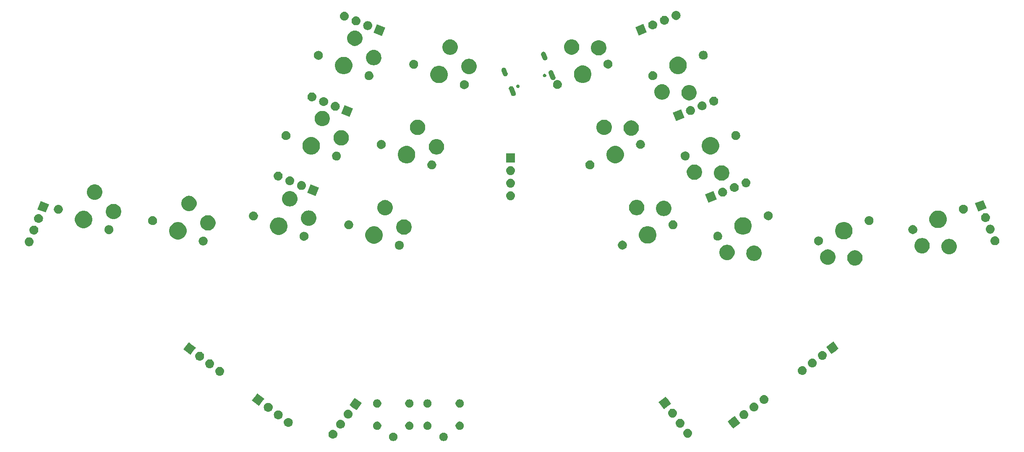
<source format=gbr>
G04 #@! TF.GenerationSoftware,KiCad,Pcbnew,(5.1.4)-1*
G04 #@! TF.CreationDate,2024-04-24T20:55:01-04:00*
G04 #@! TF.ProjectId,ThumbsUp,5468756d-6273-4557-902e-6b696361645f,rev?*
G04 #@! TF.SameCoordinates,Original*
G04 #@! TF.FileFunction,Soldermask,Top*
G04 #@! TF.FilePolarity,Negative*
%FSLAX46Y46*%
G04 Gerber Fmt 4.6, Leading zero omitted, Abs format (unit mm)*
G04 Created by KiCad (PCBNEW (5.1.4)-1) date 2024-04-24 20:55:01*
%MOMM*%
%LPD*%
G04 APERTURE LIST*
%ADD10C,0.100000*%
G04 APERTURE END LIST*
D10*
G36*
X123244581Y-228193723D02*
G01*
X123397178Y-228256930D01*
X123534512Y-228348694D01*
X123651306Y-228465488D01*
X123743070Y-228602822D01*
X123806277Y-228755419D01*
X123838500Y-228917414D01*
X123838500Y-229082586D01*
X123806277Y-229244581D01*
X123743070Y-229397178D01*
X123651306Y-229534512D01*
X123534512Y-229651306D01*
X123397178Y-229743070D01*
X123244581Y-229806277D01*
X123082586Y-229838500D01*
X122917414Y-229838500D01*
X122755419Y-229806277D01*
X122602822Y-229743070D01*
X122465488Y-229651306D01*
X122348694Y-229534512D01*
X122256930Y-229397178D01*
X122193723Y-229244581D01*
X122161500Y-229082586D01*
X122161500Y-228917414D01*
X122193723Y-228755419D01*
X122256930Y-228602822D01*
X122348694Y-228465488D01*
X122465488Y-228348694D01*
X122602822Y-228256930D01*
X122755419Y-228193723D01*
X122917414Y-228161500D01*
X123082586Y-228161500D01*
X123244581Y-228193723D01*
X123244581Y-228193723D01*
G37*
G36*
X133394581Y-228193723D02*
G01*
X133547178Y-228256930D01*
X133684512Y-228348694D01*
X133801306Y-228465488D01*
X133893070Y-228602822D01*
X133956277Y-228755419D01*
X133988500Y-228917414D01*
X133988500Y-229082586D01*
X133956277Y-229244581D01*
X133893070Y-229397178D01*
X133801306Y-229534512D01*
X133684512Y-229651306D01*
X133547178Y-229743070D01*
X133394581Y-229806277D01*
X133232586Y-229838500D01*
X133067414Y-229838500D01*
X132905419Y-229806277D01*
X132752822Y-229743070D01*
X132615488Y-229651306D01*
X132498694Y-229534512D01*
X132406930Y-229397178D01*
X132343723Y-229244581D01*
X132311500Y-229082586D01*
X132311500Y-228917414D01*
X132343723Y-228755419D01*
X132406930Y-228602822D01*
X132498694Y-228465488D01*
X132615488Y-228348694D01*
X132752822Y-228256930D01*
X132905419Y-228193723D01*
X133067414Y-228161500D01*
X133232586Y-228161500D01*
X133394581Y-228193723D01*
X133394581Y-228193723D01*
G37*
G36*
X110944726Y-227566954D02*
G01*
X111010911Y-227573473D01*
X111180750Y-227624993D01*
X111337275Y-227708658D01*
X111373013Y-227737988D01*
X111474470Y-227821250D01*
X111552530Y-227916368D01*
X111587062Y-227958445D01*
X111670727Y-228114970D01*
X111722247Y-228284809D01*
X111739643Y-228461436D01*
X111722247Y-228638063D01*
X111670727Y-228807902D01*
X111587062Y-228964427D01*
X111557732Y-229000165D01*
X111474470Y-229101622D01*
X111398663Y-229163834D01*
X111337275Y-229214214D01*
X111180750Y-229297879D01*
X111010911Y-229349399D01*
X110944727Y-229355917D01*
X110878544Y-229362436D01*
X110790024Y-229362436D01*
X110723841Y-229355917D01*
X110657657Y-229349399D01*
X110487818Y-229297879D01*
X110331293Y-229214214D01*
X110269905Y-229163834D01*
X110194098Y-229101622D01*
X110110836Y-229000165D01*
X110081506Y-228964427D01*
X109997841Y-228807902D01*
X109946321Y-228638063D01*
X109928925Y-228461436D01*
X109946321Y-228284809D01*
X109997841Y-228114970D01*
X110081506Y-227958445D01*
X110116038Y-227916368D01*
X110194098Y-227821250D01*
X110295555Y-227737988D01*
X110331293Y-227708658D01*
X110487818Y-227624993D01*
X110657657Y-227573473D01*
X110723842Y-227566954D01*
X110790024Y-227560436D01*
X110878544Y-227560436D01*
X110944726Y-227566954D01*
X110944726Y-227566954D01*
G37*
G36*
X182504085Y-227368352D02*
G01*
X182570270Y-227374871D01*
X182740109Y-227426391D01*
X182896634Y-227510056D01*
X182932372Y-227539386D01*
X183033829Y-227622648D01*
X183117091Y-227724105D01*
X183146421Y-227759843D01*
X183230086Y-227916368D01*
X183281606Y-228086207D01*
X183299002Y-228262834D01*
X183281606Y-228439461D01*
X183230086Y-228609300D01*
X183146421Y-228765825D01*
X183117091Y-228801563D01*
X183033829Y-228903020D01*
X182959003Y-228964427D01*
X182896634Y-229015612D01*
X182896632Y-229015613D01*
X182771336Y-229082586D01*
X182740109Y-229099277D01*
X182570270Y-229150797D01*
X182504085Y-229157316D01*
X182437903Y-229163834D01*
X182349383Y-229163834D01*
X182283201Y-229157316D01*
X182217016Y-229150797D01*
X182047177Y-229099277D01*
X182015951Y-229082586D01*
X181890654Y-229015613D01*
X181890652Y-229015612D01*
X181828283Y-228964427D01*
X181753457Y-228903020D01*
X181670195Y-228801563D01*
X181640865Y-228765825D01*
X181557200Y-228609300D01*
X181505680Y-228439461D01*
X181488284Y-228262834D01*
X181505680Y-228086207D01*
X181557200Y-227916368D01*
X181640865Y-227759843D01*
X181670195Y-227724105D01*
X181753457Y-227622648D01*
X181854914Y-227539386D01*
X181890652Y-227510056D01*
X182047177Y-227426391D01*
X182217016Y-227374871D01*
X182283201Y-227368352D01*
X182349383Y-227361834D01*
X182437903Y-227361834D01*
X182504085Y-227368352D01*
X182504085Y-227368352D01*
G37*
G36*
X130144581Y-225943723D02*
G01*
X130297178Y-226006930D01*
X130434512Y-226098694D01*
X130551306Y-226215488D01*
X130643070Y-226352822D01*
X130706277Y-226505419D01*
X130738500Y-226667414D01*
X130738500Y-226832586D01*
X130706277Y-226994581D01*
X130643070Y-227147178D01*
X130551306Y-227284512D01*
X130434512Y-227401306D01*
X130297178Y-227493070D01*
X130144581Y-227556277D01*
X129982586Y-227588500D01*
X129817414Y-227588500D01*
X129655419Y-227556277D01*
X129502822Y-227493070D01*
X129365488Y-227401306D01*
X129248694Y-227284512D01*
X129156930Y-227147178D01*
X129093723Y-226994581D01*
X129061500Y-226832586D01*
X129061500Y-226667414D01*
X129093723Y-226505419D01*
X129156930Y-226352822D01*
X129248694Y-226215488D01*
X129365488Y-226098694D01*
X129502822Y-226006930D01*
X129655419Y-225943723D01*
X129817414Y-225911500D01*
X129982586Y-225911500D01*
X130144581Y-225943723D01*
X130144581Y-225943723D01*
G37*
G36*
X136644581Y-225943723D02*
G01*
X136797178Y-226006930D01*
X136934512Y-226098694D01*
X137051306Y-226215488D01*
X137143070Y-226352822D01*
X137206277Y-226505419D01*
X137238500Y-226667414D01*
X137238500Y-226832586D01*
X137206277Y-226994581D01*
X137143070Y-227147178D01*
X137051306Y-227284512D01*
X136934512Y-227401306D01*
X136797178Y-227493070D01*
X136644581Y-227556277D01*
X136482586Y-227588500D01*
X136317414Y-227588500D01*
X136155419Y-227556277D01*
X136002822Y-227493070D01*
X135865488Y-227401306D01*
X135748694Y-227284512D01*
X135656930Y-227147178D01*
X135593723Y-226994581D01*
X135561500Y-226832586D01*
X135561500Y-226667414D01*
X135593723Y-226505419D01*
X135656930Y-226352822D01*
X135748694Y-226215488D01*
X135865488Y-226098694D01*
X136002822Y-226006930D01*
X136155419Y-225943723D01*
X136317414Y-225911500D01*
X136482586Y-225911500D01*
X136644581Y-225943723D01*
X136644581Y-225943723D01*
G37*
G36*
X119994581Y-225943723D02*
G01*
X120147178Y-226006930D01*
X120284512Y-226098694D01*
X120401306Y-226215488D01*
X120493070Y-226352822D01*
X120556277Y-226505419D01*
X120588500Y-226667414D01*
X120588500Y-226832586D01*
X120556277Y-226994581D01*
X120493070Y-227147178D01*
X120401306Y-227284512D01*
X120284512Y-227401306D01*
X120147178Y-227493070D01*
X119994581Y-227556277D01*
X119832586Y-227588500D01*
X119667414Y-227588500D01*
X119505419Y-227556277D01*
X119352822Y-227493070D01*
X119215488Y-227401306D01*
X119098694Y-227284512D01*
X119006930Y-227147178D01*
X118943723Y-226994581D01*
X118911500Y-226832586D01*
X118911500Y-226667414D01*
X118943723Y-226505419D01*
X119006930Y-226352822D01*
X119098694Y-226215488D01*
X119215488Y-226098694D01*
X119352822Y-226006930D01*
X119505419Y-225943723D01*
X119667414Y-225911500D01*
X119832586Y-225911500D01*
X119994581Y-225943723D01*
X119994581Y-225943723D01*
G37*
G36*
X126494581Y-225943723D02*
G01*
X126647178Y-226006930D01*
X126784512Y-226098694D01*
X126901306Y-226215488D01*
X126993070Y-226352822D01*
X127056277Y-226505419D01*
X127088500Y-226667414D01*
X127088500Y-226832586D01*
X127056277Y-226994581D01*
X126993070Y-227147178D01*
X126901306Y-227284512D01*
X126784512Y-227401306D01*
X126647178Y-227493070D01*
X126494581Y-227556277D01*
X126332586Y-227588500D01*
X126167414Y-227588500D01*
X126005419Y-227556277D01*
X125852822Y-227493070D01*
X125715488Y-227401306D01*
X125598694Y-227284512D01*
X125506930Y-227147178D01*
X125443723Y-226994581D01*
X125411500Y-226832586D01*
X125411500Y-226667414D01*
X125443723Y-226505419D01*
X125506930Y-226352822D01*
X125598694Y-226215488D01*
X125715488Y-226098694D01*
X125852822Y-226006930D01*
X126005419Y-225943723D01*
X126167414Y-225911500D01*
X126332586Y-225911500D01*
X126494581Y-225943723D01*
X126494581Y-225943723D01*
G37*
G36*
X112473337Y-225538420D02*
G01*
X112539521Y-225544938D01*
X112709360Y-225596458D01*
X112865885Y-225680123D01*
X112901623Y-225709453D01*
X113003080Y-225792715D01*
X113081140Y-225887833D01*
X113115672Y-225929910D01*
X113199337Y-226086435D01*
X113250857Y-226256274D01*
X113268253Y-226432901D01*
X113250857Y-226609528D01*
X113199337Y-226779367D01*
X113115672Y-226935892D01*
X113086342Y-226971630D01*
X113003080Y-227073087D01*
X112912797Y-227147179D01*
X112865885Y-227185679D01*
X112709360Y-227269344D01*
X112539521Y-227320864D01*
X112473337Y-227327382D01*
X112407154Y-227333901D01*
X112318634Y-227333901D01*
X112252451Y-227327382D01*
X112186267Y-227320864D01*
X112016428Y-227269344D01*
X111859903Y-227185679D01*
X111812991Y-227147179D01*
X111722708Y-227073087D01*
X111639446Y-226971630D01*
X111610116Y-226935892D01*
X111526451Y-226779367D01*
X111474931Y-226609528D01*
X111457535Y-226432901D01*
X111474931Y-226256274D01*
X111526451Y-226086435D01*
X111610116Y-225929910D01*
X111644648Y-225887833D01*
X111722708Y-225792715D01*
X111824165Y-225709453D01*
X111859903Y-225680123D01*
X112016428Y-225596458D01*
X112186267Y-225544938D01*
X112252451Y-225538420D01*
X112318634Y-225531901D01*
X112407154Y-225531901D01*
X112473337Y-225538420D01*
X112473337Y-225538420D01*
G37*
G36*
X192323490Y-225333996D02*
G01*
X192978707Y-226203498D01*
X192978707Y-226203499D01*
X192214503Y-226779367D01*
X191539566Y-227287969D01*
X191539565Y-227287969D01*
X190834881Y-226352821D01*
X190455095Y-225848828D01*
X190455095Y-225848827D01*
X191398743Y-225137738D01*
X191894236Y-224764357D01*
X191894237Y-224764357D01*
X192323490Y-225333996D01*
X192323490Y-225333996D01*
G37*
G36*
X180975475Y-225339817D02*
G01*
X181041660Y-225346336D01*
X181211499Y-225397856D01*
X181368024Y-225481521D01*
X181403762Y-225510851D01*
X181505219Y-225594113D01*
X181588481Y-225695570D01*
X181617811Y-225731308D01*
X181701476Y-225887833D01*
X181752996Y-226057672D01*
X181770392Y-226234299D01*
X181752996Y-226410926D01*
X181701476Y-226580765D01*
X181617811Y-226737290D01*
X181588481Y-226773028D01*
X181505219Y-226874485D01*
X181430393Y-226935892D01*
X181368024Y-226987077D01*
X181211499Y-227070742D01*
X181041660Y-227122262D01*
X180975475Y-227128781D01*
X180909293Y-227135299D01*
X180820773Y-227135299D01*
X180754591Y-227128781D01*
X180688406Y-227122262D01*
X180518567Y-227070742D01*
X180362042Y-226987077D01*
X180299673Y-226935892D01*
X180224847Y-226874485D01*
X180141585Y-226773028D01*
X180112255Y-226737290D01*
X180028590Y-226580765D01*
X179977070Y-226410926D01*
X179959674Y-226234299D01*
X179977070Y-226057672D01*
X180028590Y-225887833D01*
X180112255Y-225731308D01*
X180141585Y-225695570D01*
X180224847Y-225594113D01*
X180326304Y-225510851D01*
X180362042Y-225481521D01*
X180518567Y-225397856D01*
X180688406Y-225346336D01*
X180754591Y-225339817D01*
X180820773Y-225333299D01*
X180909293Y-225333299D01*
X180975475Y-225339817D01*
X180975475Y-225339817D01*
G37*
G36*
X101938762Y-225192568D02*
G01*
X102004947Y-225199087D01*
X102174786Y-225250607D01*
X102331311Y-225334272D01*
X102367049Y-225363602D01*
X102468506Y-225446864D01*
X102538293Y-225531901D01*
X102581098Y-225584059D01*
X102664763Y-225740584D01*
X102716283Y-225910423D01*
X102733679Y-226087050D01*
X102716283Y-226263677D01*
X102664763Y-226433516D01*
X102581098Y-226590041D01*
X102565107Y-226609526D01*
X102468506Y-226727236D01*
X102367049Y-226810498D01*
X102331311Y-226839828D01*
X102174786Y-226923493D01*
X102004947Y-226975013D01*
X101938763Y-226981531D01*
X101872580Y-226988050D01*
X101784060Y-226988050D01*
X101717877Y-226981531D01*
X101651693Y-226975013D01*
X101481854Y-226923493D01*
X101325329Y-226839828D01*
X101289591Y-226810498D01*
X101188134Y-226727236D01*
X101091533Y-226609526D01*
X101075542Y-226590041D01*
X100991877Y-226433516D01*
X100940357Y-226263677D01*
X100922961Y-226087050D01*
X100940357Y-225910423D01*
X100991877Y-225740584D01*
X101075542Y-225584059D01*
X101118347Y-225531901D01*
X101188134Y-225446864D01*
X101289591Y-225363602D01*
X101325329Y-225334272D01*
X101481854Y-225250607D01*
X101651693Y-225199087D01*
X101717878Y-225192568D01*
X101784060Y-225186050D01*
X101872580Y-225186050D01*
X101938762Y-225192568D01*
X101938762Y-225192568D01*
G37*
G36*
X99910228Y-223663959D02*
G01*
X99976412Y-223670477D01*
X100146251Y-223721997D01*
X100146253Y-223721998D01*
X100188865Y-223744775D01*
X100302776Y-223805662D01*
X100338514Y-223834992D01*
X100439971Y-223918254D01*
X100502594Y-223994562D01*
X100552563Y-224055449D01*
X100636228Y-224211974D01*
X100687748Y-224381813D01*
X100705144Y-224558440D01*
X100687748Y-224735067D01*
X100636228Y-224904906D01*
X100636227Y-224904908D01*
X100634917Y-224907358D01*
X100552563Y-225061431D01*
X100526057Y-225093728D01*
X100439971Y-225198626D01*
X100338514Y-225281888D01*
X100302776Y-225311218D01*
X100146251Y-225394883D01*
X99976412Y-225446403D01*
X99910227Y-225452922D01*
X99844045Y-225459440D01*
X99755525Y-225459440D01*
X99689343Y-225452922D01*
X99623158Y-225446403D01*
X99453319Y-225394883D01*
X99296794Y-225311218D01*
X99261056Y-225281888D01*
X99159599Y-225198626D01*
X99073513Y-225093728D01*
X99047007Y-225061431D01*
X98964653Y-224907358D01*
X98963343Y-224904908D01*
X98963342Y-224904906D01*
X98911822Y-224735067D01*
X98894426Y-224558440D01*
X98911822Y-224381813D01*
X98963342Y-224211974D01*
X99047007Y-224055449D01*
X99096976Y-223994562D01*
X99159599Y-223918254D01*
X99261056Y-223834992D01*
X99296794Y-223805662D01*
X99410705Y-223744775D01*
X99453317Y-223721998D01*
X99453319Y-223721997D01*
X99623158Y-223670477D01*
X99689342Y-223663959D01*
X99755525Y-223657440D01*
X99844045Y-223657440D01*
X99910228Y-223663959D01*
X99910228Y-223663959D01*
G37*
G36*
X193855877Y-223603071D02*
G01*
X193922062Y-223609590D01*
X194091901Y-223661110D01*
X194248426Y-223744775D01*
X194272072Y-223764181D01*
X194385621Y-223857367D01*
X194468883Y-223958824D01*
X194498213Y-223994562D01*
X194581878Y-224151087D01*
X194633398Y-224320926D01*
X194650794Y-224497553D01*
X194633398Y-224674180D01*
X194581878Y-224844019D01*
X194498213Y-225000544D01*
X194468883Y-225036282D01*
X194385621Y-225137739D01*
X194310867Y-225199087D01*
X194248426Y-225250331D01*
X194248424Y-225250332D01*
X194134514Y-225311219D01*
X194091901Y-225333996D01*
X193922062Y-225385516D01*
X193855878Y-225392034D01*
X193789695Y-225398553D01*
X193701175Y-225398553D01*
X193634992Y-225392034D01*
X193568808Y-225385516D01*
X193398969Y-225333996D01*
X193356357Y-225311219D01*
X193242446Y-225250332D01*
X193242444Y-225250331D01*
X193180003Y-225199087D01*
X193105249Y-225137739D01*
X193021987Y-225036282D01*
X192992657Y-225000544D01*
X192908992Y-224844019D01*
X192857472Y-224674180D01*
X192840076Y-224497553D01*
X192857472Y-224320926D01*
X192908992Y-224151087D01*
X192992657Y-223994562D01*
X193021987Y-223958824D01*
X193105249Y-223857367D01*
X193218798Y-223764181D01*
X193242444Y-223744775D01*
X193398969Y-223661110D01*
X193568808Y-223609590D01*
X193634993Y-223603071D01*
X193701175Y-223596553D01*
X193789695Y-223596553D01*
X193855877Y-223603071D01*
X193855877Y-223603071D01*
G37*
G36*
X114001946Y-223509885D02*
G01*
X114068131Y-223516404D01*
X114237970Y-223567924D01*
X114394495Y-223651589D01*
X114416947Y-223670015D01*
X114531690Y-223764181D01*
X114609750Y-223859299D01*
X114644282Y-223901376D01*
X114653304Y-223918255D01*
X114726638Y-224055451D01*
X114727947Y-224057901D01*
X114779467Y-224227740D01*
X114796863Y-224404367D01*
X114779467Y-224580994D01*
X114727947Y-224750833D01*
X114644282Y-224907358D01*
X114614952Y-224943096D01*
X114531690Y-225044553D01*
X114455883Y-225106765D01*
X114394495Y-225157145D01*
X114237970Y-225240810D01*
X114068131Y-225292330D01*
X114001947Y-225298848D01*
X113935764Y-225305367D01*
X113847244Y-225305367D01*
X113781061Y-225298848D01*
X113714877Y-225292330D01*
X113545038Y-225240810D01*
X113388513Y-225157145D01*
X113327125Y-225106765D01*
X113251318Y-225044553D01*
X113168056Y-224943096D01*
X113138726Y-224907358D01*
X113055061Y-224750833D01*
X113003541Y-224580994D01*
X112986145Y-224404367D01*
X113003541Y-224227740D01*
X113055061Y-224057901D01*
X113056371Y-224055451D01*
X113129704Y-223918255D01*
X113138726Y-223901376D01*
X113173258Y-223859299D01*
X113251318Y-223764181D01*
X113366061Y-223670015D01*
X113388513Y-223651589D01*
X113545038Y-223567924D01*
X113714877Y-223516404D01*
X113781062Y-223509885D01*
X113847244Y-223503367D01*
X113935764Y-223503367D01*
X114001946Y-223509885D01*
X114001946Y-223509885D01*
G37*
G36*
X179446865Y-223311283D02*
G01*
X179513050Y-223317802D01*
X179682889Y-223369322D01*
X179839414Y-223452987D01*
X179862498Y-223471932D01*
X179976609Y-223565579D01*
X180051996Y-223657440D01*
X180089201Y-223702774D01*
X180172866Y-223859299D01*
X180224386Y-224029138D01*
X180241782Y-224205765D01*
X180224386Y-224382392D01*
X180172866Y-224552231D01*
X180089201Y-224708756D01*
X180067608Y-224735067D01*
X179976609Y-224845951D01*
X179901783Y-224907358D01*
X179839414Y-224958543D01*
X179682889Y-225042208D01*
X179513050Y-225093728D01*
X179446865Y-225100247D01*
X179380683Y-225106765D01*
X179292163Y-225106765D01*
X179225981Y-225100247D01*
X179159796Y-225093728D01*
X178989957Y-225042208D01*
X178833432Y-224958543D01*
X178771063Y-224907358D01*
X178696237Y-224845951D01*
X178605238Y-224735067D01*
X178583645Y-224708756D01*
X178499980Y-224552231D01*
X178448460Y-224382392D01*
X178431064Y-224205765D01*
X178448460Y-224029138D01*
X178499980Y-223859299D01*
X178583645Y-223702774D01*
X178620850Y-223657440D01*
X178696237Y-223565579D01*
X178810348Y-223471932D01*
X178833432Y-223452987D01*
X178989957Y-223369322D01*
X179159796Y-223317802D01*
X179225981Y-223311283D01*
X179292163Y-223304765D01*
X179380683Y-223304765D01*
X179446865Y-223311283D01*
X179446865Y-223311283D01*
G37*
G36*
X97881693Y-222135348D02*
G01*
X97947878Y-222141867D01*
X98117717Y-222193387D01*
X98117719Y-222193388D01*
X98160331Y-222216165D01*
X98274242Y-222277052D01*
X98309980Y-222306382D01*
X98411437Y-222389644D01*
X98474060Y-222465952D01*
X98524029Y-222526839D01*
X98607694Y-222683364D01*
X98659214Y-222853203D01*
X98676610Y-223029830D01*
X98659214Y-223206457D01*
X98607694Y-223376296D01*
X98524029Y-223532821D01*
X98495220Y-223567925D01*
X98411437Y-223670016D01*
X98309980Y-223753278D01*
X98274242Y-223782608D01*
X98117717Y-223866273D01*
X97947878Y-223917793D01*
X97881693Y-223924312D01*
X97815511Y-223930830D01*
X97726991Y-223930830D01*
X97660809Y-223924312D01*
X97594624Y-223917793D01*
X97424785Y-223866273D01*
X97268260Y-223782608D01*
X97232522Y-223753278D01*
X97131065Y-223670016D01*
X97047282Y-223567925D01*
X97018473Y-223532821D01*
X96934808Y-223376296D01*
X96883288Y-223206457D01*
X96865892Y-223029830D01*
X96883288Y-222853203D01*
X96934808Y-222683364D01*
X97018473Y-222526839D01*
X97068442Y-222465952D01*
X97131065Y-222389644D01*
X97232522Y-222306382D01*
X97268260Y-222277052D01*
X97382171Y-222216165D01*
X97424783Y-222193388D01*
X97424785Y-222193387D01*
X97594624Y-222141867D01*
X97660809Y-222135348D01*
X97726991Y-222128830D01*
X97815511Y-222128830D01*
X97881693Y-222135348D01*
X97881693Y-222135348D01*
G37*
G36*
X195884412Y-222074462D02*
G01*
X195950596Y-222080980D01*
X196120435Y-222132500D01*
X196276960Y-222216165D01*
X196312698Y-222245495D01*
X196414155Y-222328757D01*
X196497417Y-222430214D01*
X196526747Y-222465952D01*
X196610412Y-222622477D01*
X196661932Y-222792316D01*
X196679328Y-222968943D01*
X196661932Y-223145570D01*
X196610412Y-223315409D01*
X196526747Y-223471934D01*
X196500950Y-223503367D01*
X196414155Y-223609129D01*
X196339401Y-223670477D01*
X196276960Y-223721721D01*
X196276958Y-223721722D01*
X196163048Y-223782609D01*
X196120435Y-223805386D01*
X195950596Y-223856906D01*
X195884412Y-223863424D01*
X195818229Y-223869943D01*
X195729709Y-223869943D01*
X195663526Y-223863424D01*
X195597342Y-223856906D01*
X195427503Y-223805386D01*
X195384891Y-223782609D01*
X195270980Y-223721722D01*
X195270978Y-223721721D01*
X195208537Y-223670477D01*
X195133783Y-223609129D01*
X195046988Y-223503367D01*
X195021191Y-223471934D01*
X194937526Y-223315409D01*
X194886006Y-223145570D01*
X194868610Y-222968943D01*
X194886006Y-222792316D01*
X194937526Y-222622477D01*
X195021191Y-222465952D01*
X195050521Y-222430214D01*
X195133783Y-222328757D01*
X195235240Y-222245495D01*
X195270978Y-222216165D01*
X195427503Y-222132500D01*
X195597342Y-222080980D01*
X195663526Y-222074462D01*
X195729709Y-222067943D01*
X195818229Y-222067943D01*
X195884412Y-222074462D01*
X195884412Y-222074462D01*
G37*
G36*
X115675801Y-221440333D02*
G01*
X116681920Y-222198497D01*
X116681920Y-222198498D01*
X116316547Y-222683364D01*
X115597450Y-223637639D01*
X115597449Y-223637639D01*
X114825956Y-223056277D01*
X114158308Y-222553169D01*
X114158308Y-222553168D01*
X114686057Y-221852822D01*
X115242778Y-221114027D01*
X115242779Y-221114027D01*
X115675801Y-221440333D01*
X115675801Y-221440333D01*
G37*
G36*
X178500029Y-221598695D02*
G01*
X179069619Y-222354566D01*
X179069619Y-222354567D01*
X178488703Y-222792318D01*
X177630478Y-223439037D01*
X177630477Y-223439037D01*
X176839704Y-222389645D01*
X176546007Y-221999896D01*
X176546007Y-221999895D01*
X177522964Y-221263706D01*
X177985148Y-220915425D01*
X177985149Y-220915425D01*
X178500029Y-221598695D01*
X178500029Y-221598695D01*
G37*
G36*
X119994581Y-221443723D02*
G01*
X120147178Y-221506930D01*
X120284512Y-221598694D01*
X120401306Y-221715488D01*
X120493070Y-221852822D01*
X120556277Y-222005419D01*
X120588500Y-222167414D01*
X120588500Y-222332586D01*
X120556277Y-222494581D01*
X120493070Y-222647178D01*
X120401306Y-222784512D01*
X120284512Y-222901306D01*
X120147178Y-222993070D01*
X119994581Y-223056277D01*
X119832586Y-223088500D01*
X119667414Y-223088500D01*
X119505419Y-223056277D01*
X119352822Y-222993070D01*
X119215488Y-222901306D01*
X119098694Y-222784512D01*
X119006930Y-222647178D01*
X118943723Y-222494581D01*
X118911500Y-222332586D01*
X118911500Y-222167414D01*
X118943723Y-222005419D01*
X119006930Y-221852822D01*
X119098694Y-221715488D01*
X119215488Y-221598694D01*
X119352822Y-221506930D01*
X119505419Y-221443723D01*
X119667414Y-221411500D01*
X119832586Y-221411500D01*
X119994581Y-221443723D01*
X119994581Y-221443723D01*
G37*
G36*
X126494581Y-221443723D02*
G01*
X126647178Y-221506930D01*
X126784512Y-221598694D01*
X126901306Y-221715488D01*
X126993070Y-221852822D01*
X127056277Y-222005419D01*
X127088500Y-222167414D01*
X127088500Y-222332586D01*
X127056277Y-222494581D01*
X126993070Y-222647178D01*
X126901306Y-222784512D01*
X126784512Y-222901306D01*
X126647178Y-222993070D01*
X126494581Y-223056277D01*
X126332586Y-223088500D01*
X126167414Y-223088500D01*
X126005419Y-223056277D01*
X125852822Y-222993070D01*
X125715488Y-222901306D01*
X125598694Y-222784512D01*
X125506930Y-222647178D01*
X125443723Y-222494581D01*
X125411500Y-222332586D01*
X125411500Y-222167414D01*
X125443723Y-222005419D01*
X125506930Y-221852822D01*
X125598694Y-221715488D01*
X125715488Y-221598694D01*
X125852822Y-221506930D01*
X126005419Y-221443723D01*
X126167414Y-221411500D01*
X126332586Y-221411500D01*
X126494581Y-221443723D01*
X126494581Y-221443723D01*
G37*
G36*
X136644581Y-221443723D02*
G01*
X136797178Y-221506930D01*
X136934512Y-221598694D01*
X137051306Y-221715488D01*
X137143070Y-221852822D01*
X137206277Y-222005419D01*
X137238500Y-222167414D01*
X137238500Y-222332586D01*
X137206277Y-222494581D01*
X137143070Y-222647178D01*
X137051306Y-222784512D01*
X136934512Y-222901306D01*
X136797178Y-222993070D01*
X136644581Y-223056277D01*
X136482586Y-223088500D01*
X136317414Y-223088500D01*
X136155419Y-223056277D01*
X136002822Y-222993070D01*
X135865488Y-222901306D01*
X135748694Y-222784512D01*
X135656930Y-222647178D01*
X135593723Y-222494581D01*
X135561500Y-222332586D01*
X135561500Y-222167414D01*
X135593723Y-222005419D01*
X135656930Y-221852822D01*
X135748694Y-221715488D01*
X135865488Y-221598694D01*
X136002822Y-221506930D01*
X136155419Y-221443723D01*
X136317414Y-221411500D01*
X136482586Y-221411500D01*
X136644581Y-221443723D01*
X136644581Y-221443723D01*
G37*
G36*
X130144581Y-221443723D02*
G01*
X130297178Y-221506930D01*
X130434512Y-221598694D01*
X130551306Y-221715488D01*
X130643070Y-221852822D01*
X130706277Y-222005419D01*
X130738500Y-222167414D01*
X130738500Y-222332586D01*
X130706277Y-222494581D01*
X130643070Y-222647178D01*
X130551306Y-222784512D01*
X130434512Y-222901306D01*
X130297178Y-222993070D01*
X130144581Y-223056277D01*
X129982586Y-223088500D01*
X129817414Y-223088500D01*
X129655419Y-223056277D01*
X129502822Y-222993070D01*
X129365488Y-222901306D01*
X129248694Y-222784512D01*
X129156930Y-222647178D01*
X129093723Y-222494581D01*
X129061500Y-222332586D01*
X129061500Y-222167414D01*
X129093723Y-222005419D01*
X129156930Y-221852822D01*
X129248694Y-221715488D01*
X129365488Y-221598694D01*
X129502822Y-221506930D01*
X129655419Y-221443723D01*
X129817414Y-221411500D01*
X129982586Y-221411500D01*
X130144581Y-221443723D01*
X130144581Y-221443723D01*
G37*
G36*
X95980688Y-220552370D02*
G01*
X97004523Y-221323884D01*
X97004523Y-221323885D01*
X96605941Y-221852821D01*
X95920053Y-222763026D01*
X95920052Y-222763026D01*
X95163751Y-222193112D01*
X94480911Y-221678556D01*
X94480911Y-221678555D01*
X95227684Y-220687554D01*
X95565381Y-220239414D01*
X95565382Y-220239414D01*
X95980688Y-220552370D01*
X95980688Y-220552370D01*
G37*
G36*
X197912947Y-220545852D02*
G01*
X197979131Y-220552370D01*
X198148970Y-220603890D01*
X198305495Y-220687555D01*
X198341233Y-220716885D01*
X198442690Y-220800147D01*
X198525952Y-220901604D01*
X198555282Y-220937342D01*
X198638947Y-221093867D01*
X198690467Y-221263706D01*
X198707863Y-221440333D01*
X198690467Y-221616960D01*
X198638947Y-221786799D01*
X198555282Y-221943324D01*
X198525952Y-221979062D01*
X198442690Y-222080519D01*
X198367936Y-222141867D01*
X198305495Y-222193111D01*
X198148970Y-222276776D01*
X197979131Y-222328296D01*
X197935583Y-222332585D01*
X197846764Y-222341333D01*
X197758244Y-222341333D01*
X197669425Y-222332585D01*
X197625877Y-222328296D01*
X197456038Y-222276776D01*
X197299513Y-222193111D01*
X197237072Y-222141867D01*
X197162318Y-222080519D01*
X197079056Y-221979062D01*
X197049726Y-221943324D01*
X196966061Y-221786799D01*
X196914541Y-221616960D01*
X196897145Y-221440333D01*
X196914541Y-221263706D01*
X196966061Y-221093867D01*
X197049726Y-220937342D01*
X197079056Y-220901604D01*
X197162318Y-220800147D01*
X197263775Y-220716885D01*
X197299513Y-220687555D01*
X197456038Y-220603890D01*
X197625877Y-220552370D01*
X197692061Y-220545852D01*
X197758244Y-220539333D01*
X197846764Y-220539333D01*
X197912947Y-220545852D01*
X197912947Y-220545852D01*
G37*
G36*
X88103061Y-214857030D02*
G01*
X88169245Y-214863548D01*
X88339084Y-214915068D01*
X88495609Y-214998733D01*
X88531347Y-215028063D01*
X88632804Y-215111325D01*
X88716066Y-215212782D01*
X88745396Y-215248520D01*
X88829061Y-215405045D01*
X88880581Y-215574884D01*
X88897977Y-215751511D01*
X88880581Y-215928138D01*
X88829061Y-216097977D01*
X88745396Y-216254502D01*
X88716066Y-216290240D01*
X88632804Y-216391697D01*
X88531347Y-216474959D01*
X88495609Y-216504289D01*
X88339084Y-216587954D01*
X88169245Y-216639474D01*
X88103060Y-216645993D01*
X88036878Y-216652511D01*
X87948358Y-216652511D01*
X87882176Y-216645993D01*
X87815991Y-216639474D01*
X87646152Y-216587954D01*
X87489627Y-216504289D01*
X87453889Y-216474959D01*
X87352432Y-216391697D01*
X87269170Y-216290240D01*
X87239840Y-216254502D01*
X87156175Y-216097977D01*
X87104655Y-215928138D01*
X87087259Y-215751511D01*
X87104655Y-215574884D01*
X87156175Y-215405045D01*
X87239840Y-215248520D01*
X87269170Y-215212782D01*
X87352432Y-215111325D01*
X87453889Y-215028063D01*
X87489627Y-214998733D01*
X87646152Y-214915068D01*
X87815991Y-214863548D01*
X87882175Y-214857030D01*
X87948358Y-214850511D01*
X88036878Y-214850511D01*
X88103061Y-214857030D01*
X88103061Y-214857030D01*
G37*
G36*
X205625583Y-214703424D02*
G01*
X205691768Y-214709943D01*
X205861607Y-214761463D01*
X206018132Y-214845128D01*
X206053870Y-214874458D01*
X206155327Y-214957720D01*
X206238589Y-215059177D01*
X206267919Y-215094915D01*
X206351584Y-215251440D01*
X206403104Y-215421279D01*
X206420500Y-215597906D01*
X206403104Y-215774533D01*
X206351584Y-215944372D01*
X206267919Y-216100897D01*
X206238589Y-216136635D01*
X206155327Y-216238092D01*
X206053870Y-216321354D01*
X206018132Y-216350684D01*
X205861607Y-216434349D01*
X205691768Y-216485869D01*
X205625583Y-216492388D01*
X205559401Y-216498906D01*
X205470881Y-216498906D01*
X205404699Y-216492388D01*
X205338514Y-216485869D01*
X205168675Y-216434349D01*
X205012150Y-216350684D01*
X204976412Y-216321354D01*
X204874955Y-216238092D01*
X204791693Y-216136635D01*
X204762363Y-216100897D01*
X204678698Y-215944372D01*
X204627178Y-215774533D01*
X204609782Y-215597906D01*
X204627178Y-215421279D01*
X204678698Y-215251440D01*
X204762363Y-215094915D01*
X204791693Y-215059177D01*
X204874955Y-214957720D01*
X204976412Y-214874458D01*
X205012150Y-214845128D01*
X205168675Y-214761463D01*
X205338514Y-214709943D01*
X205404699Y-214703424D01*
X205470881Y-214696906D01*
X205559401Y-214696906D01*
X205625583Y-214703424D01*
X205625583Y-214703424D01*
G37*
G36*
X86074525Y-213328419D02*
G01*
X86140710Y-213334938D01*
X86310549Y-213386458D01*
X86467074Y-213470123D01*
X86502812Y-213499453D01*
X86604269Y-213582715D01*
X86687531Y-213684172D01*
X86716861Y-213719910D01*
X86800526Y-213876435D01*
X86852046Y-214046274D01*
X86869442Y-214222901D01*
X86852046Y-214399528D01*
X86800526Y-214569367D01*
X86716861Y-214725892D01*
X86687668Y-214761463D01*
X86604269Y-214863087D01*
X86502812Y-214946349D01*
X86467074Y-214975679D01*
X86310549Y-215059344D01*
X86140710Y-215110864D01*
X86074525Y-215117383D01*
X86008343Y-215123901D01*
X85919823Y-215123901D01*
X85853641Y-215117383D01*
X85787456Y-215110864D01*
X85617617Y-215059344D01*
X85461092Y-214975679D01*
X85425354Y-214946349D01*
X85323897Y-214863087D01*
X85240498Y-214761463D01*
X85211305Y-214725892D01*
X85127640Y-214569367D01*
X85076120Y-214399528D01*
X85058724Y-214222901D01*
X85076120Y-214046274D01*
X85127640Y-213876435D01*
X85211305Y-213719910D01*
X85240635Y-213684172D01*
X85323897Y-213582715D01*
X85425354Y-213499453D01*
X85461092Y-213470123D01*
X85617617Y-213386458D01*
X85787456Y-213334938D01*
X85853641Y-213328419D01*
X85919823Y-213321901D01*
X86008343Y-213321901D01*
X86074525Y-213328419D01*
X86074525Y-213328419D01*
G37*
G36*
X207654118Y-213174814D02*
G01*
X207720303Y-213181333D01*
X207890142Y-213232853D01*
X208046667Y-213316518D01*
X208082405Y-213345848D01*
X208183862Y-213429110D01*
X208267124Y-213530567D01*
X208296454Y-213566305D01*
X208380119Y-213722830D01*
X208431639Y-213892669D01*
X208449035Y-214069296D01*
X208431639Y-214245923D01*
X208380119Y-214415762D01*
X208296454Y-214572287D01*
X208267124Y-214608025D01*
X208183862Y-214709482D01*
X208082405Y-214792744D01*
X208046667Y-214822074D01*
X207890142Y-214905739D01*
X207720303Y-214957259D01*
X207654119Y-214963777D01*
X207587936Y-214970296D01*
X207499416Y-214970296D01*
X207433233Y-214963777D01*
X207367049Y-214957259D01*
X207197210Y-214905739D01*
X207040685Y-214822074D01*
X207004947Y-214792744D01*
X206903490Y-214709482D01*
X206820228Y-214608025D01*
X206790898Y-214572287D01*
X206707233Y-214415762D01*
X206655713Y-214245923D01*
X206638317Y-214069296D01*
X206655713Y-213892669D01*
X206707233Y-213722830D01*
X206790898Y-213566305D01*
X206820228Y-213530567D01*
X206903490Y-213429110D01*
X207004947Y-213345848D01*
X207040685Y-213316518D01*
X207197210Y-213232853D01*
X207367049Y-213181333D01*
X207433234Y-213174814D01*
X207499416Y-213168296D01*
X207587936Y-213168296D01*
X207654118Y-213174814D01*
X207654118Y-213174814D01*
G37*
G36*
X84045991Y-211799809D02*
G01*
X84112176Y-211806328D01*
X84282015Y-211857848D01*
X84438540Y-211941513D01*
X84474278Y-211970843D01*
X84575735Y-212054105D01*
X84658997Y-212155562D01*
X84688327Y-212191300D01*
X84771992Y-212347825D01*
X84823512Y-212517664D01*
X84840908Y-212694291D01*
X84823512Y-212870918D01*
X84771992Y-213040757D01*
X84688327Y-213197282D01*
X84659134Y-213232853D01*
X84575735Y-213334477D01*
X84474278Y-213417739D01*
X84438540Y-213447069D01*
X84282015Y-213530734D01*
X84112176Y-213582254D01*
X84045992Y-213588772D01*
X83979809Y-213595291D01*
X83891289Y-213595291D01*
X83825106Y-213588772D01*
X83758922Y-213582254D01*
X83589083Y-213530734D01*
X83432558Y-213447069D01*
X83396820Y-213417739D01*
X83295363Y-213334477D01*
X83211964Y-213232853D01*
X83182771Y-213197282D01*
X83099106Y-213040757D01*
X83047586Y-212870918D01*
X83030190Y-212694291D01*
X83047586Y-212517664D01*
X83099106Y-212347825D01*
X83182771Y-212191300D01*
X83212101Y-212155562D01*
X83295363Y-212054105D01*
X83396820Y-211970843D01*
X83432558Y-211941513D01*
X83589083Y-211857848D01*
X83758922Y-211806328D01*
X83825107Y-211799809D01*
X83891289Y-211793291D01*
X83979809Y-211793291D01*
X84045991Y-211799809D01*
X84045991Y-211799809D01*
G37*
G36*
X209682652Y-211646204D02*
G01*
X209748837Y-211652723D01*
X209918676Y-211704243D01*
X210075201Y-211787908D01*
X210110939Y-211817238D01*
X210212396Y-211900500D01*
X210295658Y-212001957D01*
X210324988Y-212037695D01*
X210408653Y-212194220D01*
X210460173Y-212364059D01*
X210477569Y-212540686D01*
X210460173Y-212717313D01*
X210408653Y-212887152D01*
X210324988Y-213043677D01*
X210295658Y-213079415D01*
X210212396Y-213180872D01*
X210110939Y-213264134D01*
X210075201Y-213293464D01*
X209918676Y-213377129D01*
X209748837Y-213428649D01*
X209682653Y-213435167D01*
X209616470Y-213441686D01*
X209527950Y-213441686D01*
X209461767Y-213435167D01*
X209395583Y-213428649D01*
X209225744Y-213377129D01*
X209069219Y-213293464D01*
X209033481Y-213264134D01*
X208932024Y-213180872D01*
X208848762Y-213079415D01*
X208819432Y-213043677D01*
X208735767Y-212887152D01*
X208684247Y-212717313D01*
X208666851Y-212540686D01*
X208684247Y-212364059D01*
X208735767Y-212194220D01*
X208819432Y-212037695D01*
X208848762Y-212001957D01*
X208932024Y-211900500D01*
X209033481Y-211817238D01*
X209069219Y-211787908D01*
X209225744Y-211704243D01*
X209395583Y-211652723D01*
X209461768Y-211646204D01*
X209527950Y-211639686D01*
X209616470Y-211639686D01*
X209682652Y-211646204D01*
X209682652Y-211646204D01*
G37*
G36*
X82348121Y-210369904D02*
G01*
X83168821Y-210988345D01*
X83168821Y-210988346D01*
X82901558Y-211343016D01*
X82084351Y-212427487D01*
X82084350Y-212427487D01*
X81328414Y-211857848D01*
X80645209Y-211343017D01*
X80645209Y-211343016D01*
X81111238Y-210724575D01*
X81729679Y-209903875D01*
X81729680Y-209903875D01*
X82348121Y-210369904D01*
X82348121Y-210369904D01*
G37*
G36*
X212396521Y-210570970D02*
G01*
X212862550Y-211189411D01*
X212862550Y-211189412D01*
X212179345Y-211704243D01*
X211423409Y-212273882D01*
X211423408Y-212273882D01*
X210454688Y-210988346D01*
X210338938Y-210834741D01*
X210338938Y-210834740D01*
X211159638Y-210216299D01*
X211778079Y-209750270D01*
X211778080Y-209750270D01*
X212396521Y-210570970D01*
X212396521Y-210570970D01*
G37*
G36*
X216326249Y-191303317D02*
G01*
X216576887Y-191353172D01*
X216859151Y-191470089D01*
X217113182Y-191639827D01*
X217329218Y-191855863D01*
X217498956Y-192109894D01*
X217615873Y-192392158D01*
X217675477Y-192691808D01*
X217675477Y-192997328D01*
X217615873Y-193296978D01*
X217498956Y-193579242D01*
X217329218Y-193833273D01*
X217113182Y-194049309D01*
X216859151Y-194219047D01*
X216576887Y-194335964D01*
X216427062Y-194365766D01*
X216277238Y-194395568D01*
X215971716Y-194395568D01*
X215821892Y-194365766D01*
X215672067Y-194335964D01*
X215389803Y-194219047D01*
X215135772Y-194049309D01*
X214919736Y-193833273D01*
X214749998Y-193579242D01*
X214633081Y-193296978D01*
X214573477Y-192997328D01*
X214573477Y-192691808D01*
X214633081Y-192392158D01*
X214749998Y-192109894D01*
X214919736Y-191855863D01*
X215135772Y-191639827D01*
X215389803Y-191470089D01*
X215672067Y-191353172D01*
X215922705Y-191303317D01*
X215971716Y-191293568D01*
X216277238Y-191293568D01*
X216326249Y-191303317D01*
X216326249Y-191303317D01*
G37*
G36*
X210967008Y-191156598D02*
G01*
X211116833Y-191186400D01*
X211399097Y-191303317D01*
X211653128Y-191473055D01*
X211869164Y-191689091D01*
X212038902Y-191943122D01*
X212155819Y-192225386D01*
X212155819Y-192225387D01*
X212215423Y-192525035D01*
X212215423Y-192830557D01*
X212205104Y-192882432D01*
X212155819Y-193130206D01*
X212038902Y-193412470D01*
X211869164Y-193666501D01*
X211653128Y-193882537D01*
X211399097Y-194052275D01*
X211116833Y-194169192D01*
X210967008Y-194198994D01*
X210817184Y-194228796D01*
X210511662Y-194228796D01*
X210361838Y-194198994D01*
X210212013Y-194169192D01*
X209929749Y-194052275D01*
X209675718Y-193882537D01*
X209459682Y-193666501D01*
X209289944Y-193412470D01*
X209173027Y-193130206D01*
X209123742Y-192882432D01*
X209113423Y-192830557D01*
X209113423Y-192525035D01*
X209173027Y-192225387D01*
X209173027Y-192225386D01*
X209289944Y-191943122D01*
X209459682Y-191689091D01*
X209675718Y-191473055D01*
X209929749Y-191303317D01*
X210212013Y-191186400D01*
X210361838Y-191156598D01*
X210511662Y-191126796D01*
X210817184Y-191126796D01*
X210967008Y-191156598D01*
X210967008Y-191156598D01*
G37*
G36*
X195989191Y-190352476D02*
G01*
X196239829Y-190402331D01*
X196522093Y-190519248D01*
X196776124Y-190688986D01*
X196992160Y-190905022D01*
X197161898Y-191159053D01*
X197250185Y-191372198D01*
X197278815Y-191441318D01*
X197328101Y-191689092D01*
X197338419Y-191740967D01*
X197338419Y-192046487D01*
X197278815Y-192346137D01*
X197161898Y-192628401D01*
X196992160Y-192882432D01*
X196776124Y-193098468D01*
X196522093Y-193268206D01*
X196239829Y-193385123D01*
X196102356Y-193412468D01*
X195940180Y-193444727D01*
X195634658Y-193444727D01*
X195472482Y-193412468D01*
X195335009Y-193385123D01*
X195052745Y-193268206D01*
X194798714Y-193098468D01*
X194582678Y-192882432D01*
X194412940Y-192628401D01*
X194296023Y-192346137D01*
X194236419Y-192046487D01*
X194236419Y-191740967D01*
X194246738Y-191689092D01*
X194296023Y-191441318D01*
X194324653Y-191372198D01*
X194412940Y-191159053D01*
X194582678Y-190905022D01*
X194798714Y-190688986D01*
X195052745Y-190519248D01*
X195335009Y-190402331D01*
X195585647Y-190352476D01*
X195634658Y-190342727D01*
X195940180Y-190342727D01*
X195989191Y-190352476D01*
X195989191Y-190352476D01*
G37*
G36*
X190629950Y-190205757D02*
G01*
X190779775Y-190235559D01*
X191062039Y-190352476D01*
X191316070Y-190522214D01*
X191532106Y-190738250D01*
X191701844Y-190992281D01*
X191818761Y-191274545D01*
X191878365Y-191574195D01*
X191878365Y-191879715D01*
X191818761Y-192179365D01*
X191701844Y-192461629D01*
X191532106Y-192715660D01*
X191316070Y-192931696D01*
X191062039Y-193101434D01*
X190779775Y-193218351D01*
X190629950Y-193248153D01*
X190480126Y-193277955D01*
X190174604Y-193277955D01*
X190024780Y-193248153D01*
X189874955Y-193218351D01*
X189592691Y-193101434D01*
X189338660Y-192931696D01*
X189122624Y-192715660D01*
X188952886Y-192461629D01*
X188835969Y-192179365D01*
X188776365Y-191879715D01*
X188776365Y-191574195D01*
X188835969Y-191274545D01*
X188952886Y-190992281D01*
X189122624Y-190738250D01*
X189338660Y-190522214D01*
X189592691Y-190352476D01*
X189874955Y-190235559D01*
X190024780Y-190205757D01*
X190174604Y-190175955D01*
X190480126Y-190175955D01*
X190629950Y-190205757D01*
X190629950Y-190205757D01*
G37*
G36*
X235434943Y-189025476D02*
G01*
X235602821Y-189058869D01*
X235885085Y-189175786D01*
X236139116Y-189345524D01*
X236355152Y-189561560D01*
X236524890Y-189815591D01*
X236641807Y-190097855D01*
X236641807Y-190097856D01*
X236691613Y-190348244D01*
X236701411Y-190397505D01*
X236701411Y-190703025D01*
X236641807Y-191002675D01*
X236524890Y-191284939D01*
X236355152Y-191538970D01*
X236139116Y-191755006D01*
X235885085Y-191924744D01*
X235602821Y-192041661D01*
X235452996Y-192071463D01*
X235303172Y-192101265D01*
X234997650Y-192101265D01*
X234847826Y-192071463D01*
X234698001Y-192041661D01*
X234415737Y-191924744D01*
X234161706Y-191755006D01*
X233945670Y-191538970D01*
X233775932Y-191284939D01*
X233659015Y-191002675D01*
X233599411Y-190703025D01*
X233599411Y-190397505D01*
X233609210Y-190348244D01*
X233659015Y-190097856D01*
X233659015Y-190097855D01*
X233775932Y-189815591D01*
X233945670Y-189561560D01*
X234161706Y-189345524D01*
X234415737Y-189175786D01*
X234698001Y-189058869D01*
X234865879Y-189025476D01*
X234997650Y-188999265D01*
X235303172Y-188999265D01*
X235434943Y-189025476D01*
X235434943Y-189025476D01*
G37*
G36*
X229992942Y-188862295D02*
G01*
X230142767Y-188892097D01*
X230425031Y-189009014D01*
X230679062Y-189178752D01*
X230895098Y-189394788D01*
X231064836Y-189648819D01*
X231181753Y-189931083D01*
X231241357Y-190230733D01*
X231241357Y-190536253D01*
X231181753Y-190835903D01*
X231064836Y-191118167D01*
X230895098Y-191372198D01*
X230679062Y-191588234D01*
X230425031Y-191757972D01*
X230142767Y-191874889D01*
X229992942Y-191904691D01*
X229843118Y-191934493D01*
X229537596Y-191934493D01*
X229387772Y-191904691D01*
X229237947Y-191874889D01*
X228955683Y-191757972D01*
X228701652Y-191588234D01*
X228485616Y-191372198D01*
X228315878Y-191118167D01*
X228198961Y-190835903D01*
X228139357Y-190536253D01*
X228139357Y-190230733D01*
X228198961Y-189931083D01*
X228315878Y-189648819D01*
X228485616Y-189394788D01*
X228701652Y-189178752D01*
X228955683Y-189009014D01*
X229237947Y-188892097D01*
X229387772Y-188862295D01*
X229537596Y-188832493D01*
X229843118Y-188832493D01*
X229992942Y-188862295D01*
X229992942Y-188862295D01*
G37*
G36*
X124396176Y-189374845D02*
G01*
X124483299Y-189392174D01*
X124592722Y-189437499D01*
X124647435Y-189460162D01*
X124760089Y-189535435D01*
X124795152Y-189558863D01*
X124920776Y-189684487D01*
X124920778Y-189684490D01*
X125019477Y-189832204D01*
X125036502Y-189873306D01*
X125087465Y-189996340D01*
X125087465Y-189996342D01*
X125122124Y-190170584D01*
X125122124Y-190348246D01*
X125112326Y-190397504D01*
X125087465Y-190522490D01*
X125042140Y-190631913D01*
X125019477Y-190686626D01*
X124984983Y-190738250D01*
X124920776Y-190834343D01*
X124795152Y-190959967D01*
X124795149Y-190959969D01*
X124647435Y-191058668D01*
X124592722Y-191081331D01*
X124483299Y-191126656D01*
X124396176Y-191143985D01*
X124309055Y-191161315D01*
X124131393Y-191161315D01*
X124044272Y-191143985D01*
X123957149Y-191126656D01*
X123847726Y-191081331D01*
X123793013Y-191058668D01*
X123645299Y-190959969D01*
X123645296Y-190959967D01*
X123519672Y-190834343D01*
X123455465Y-190738250D01*
X123420971Y-190686626D01*
X123398308Y-190631913D01*
X123352983Y-190522490D01*
X123328122Y-190397504D01*
X123318324Y-190348246D01*
X123318324Y-190170584D01*
X123352983Y-189996342D01*
X123352983Y-189996340D01*
X123403946Y-189873306D01*
X123420971Y-189832204D01*
X123519670Y-189684490D01*
X123519672Y-189684487D01*
X123645296Y-189558863D01*
X123680359Y-189535435D01*
X123793013Y-189460162D01*
X123847726Y-189437499D01*
X123957149Y-189392174D01*
X124044272Y-189374844D01*
X124131393Y-189357515D01*
X124309055Y-189357515D01*
X124396176Y-189374845D01*
X124396176Y-189374845D01*
G37*
G36*
X169378596Y-189345524D02*
G01*
X169495353Y-189368748D01*
X169604776Y-189414073D01*
X169659489Y-189436736D01*
X169806211Y-189534772D01*
X169807206Y-189535437D01*
X169932830Y-189661061D01*
X169932832Y-189661064D01*
X170031531Y-189808778D01*
X170041234Y-189832204D01*
X170099519Y-189972914D01*
X170104179Y-189996342D01*
X170134178Y-190147158D01*
X170134178Y-190324820D01*
X170129518Y-190348246D01*
X170099519Y-190499064D01*
X170084114Y-190536254D01*
X170031531Y-190663200D01*
X169933495Y-190809922D01*
X169932830Y-190810917D01*
X169807206Y-190936541D01*
X169807203Y-190936543D01*
X169659489Y-191035242D01*
X169604776Y-191057905D01*
X169495353Y-191103230D01*
X169420268Y-191118165D01*
X169321109Y-191137889D01*
X169143447Y-191137889D01*
X169044288Y-191118165D01*
X168969203Y-191103230D01*
X168859780Y-191057905D01*
X168805067Y-191035242D01*
X168657353Y-190936543D01*
X168657350Y-190936541D01*
X168531726Y-190810917D01*
X168531061Y-190809922D01*
X168433025Y-190663200D01*
X168380442Y-190536254D01*
X168365037Y-190499064D01*
X168335038Y-190348246D01*
X168330378Y-190324820D01*
X168330378Y-190147158D01*
X168360377Y-189996342D01*
X168365037Y-189972914D01*
X168423322Y-189832204D01*
X168433025Y-189808778D01*
X168531724Y-189661064D01*
X168531726Y-189661061D01*
X168657350Y-189535437D01*
X168658345Y-189534772D01*
X168805067Y-189436736D01*
X168859780Y-189414073D01*
X168969203Y-189368748D01*
X169085960Y-189345524D01*
X169143447Y-189334089D01*
X169321109Y-189334089D01*
X169378596Y-189345524D01*
X169378596Y-189345524D01*
G37*
G36*
X49651145Y-188673935D02*
G01*
X49717330Y-188680454D01*
X49887169Y-188731974D01*
X50043694Y-188815639D01*
X50069309Y-188836661D01*
X50180889Y-188928231D01*
X50264151Y-189029688D01*
X50293481Y-189065426D01*
X50293482Y-189065428D01*
X50354056Y-189178752D01*
X50377146Y-189221951D01*
X50428666Y-189391790D01*
X50446062Y-189568417D01*
X50428666Y-189745044D01*
X50377146Y-189914883D01*
X50293481Y-190071408D01*
X50264151Y-190107146D01*
X50180889Y-190208603D01*
X50081632Y-190290060D01*
X50043694Y-190321195D01*
X49985172Y-190352476D01*
X49891901Y-190402331D01*
X49887169Y-190404860D01*
X49717330Y-190456380D01*
X49651145Y-190462899D01*
X49584963Y-190469417D01*
X49496443Y-190469417D01*
X49430261Y-190462899D01*
X49364076Y-190456380D01*
X49194237Y-190404860D01*
X49189506Y-190402331D01*
X49096234Y-190352476D01*
X49037712Y-190321195D01*
X48999774Y-190290060D01*
X48900517Y-190208603D01*
X48817255Y-190107146D01*
X48787925Y-190071408D01*
X48704260Y-189914883D01*
X48652740Y-189745044D01*
X48635344Y-189568417D01*
X48652740Y-189391790D01*
X48704260Y-189221951D01*
X48727351Y-189178752D01*
X48787924Y-189065428D01*
X48787925Y-189065426D01*
X48817255Y-189029688D01*
X48900517Y-188928231D01*
X49012097Y-188836661D01*
X49037712Y-188815639D01*
X49194237Y-188731974D01*
X49364076Y-188680454D01*
X49430261Y-188673935D01*
X49496443Y-188667417D01*
X49584963Y-188667417D01*
X49651145Y-188673935D01*
X49651145Y-188673935D01*
G37*
G36*
X84828036Y-188526148D02*
G01*
X84919520Y-188544345D01*
X85028943Y-188589670D01*
X85083656Y-188612333D01*
X85200836Y-188690630D01*
X85231373Y-188711034D01*
X85356997Y-188836658D01*
X85356999Y-188836661D01*
X85455698Y-188984375D01*
X85472723Y-189025477D01*
X85523686Y-189148511D01*
X85529111Y-189175786D01*
X85554726Y-189304560D01*
X85558345Y-189322757D01*
X85558345Y-189500415D01*
X85523686Y-189674661D01*
X85494532Y-189745044D01*
X85455698Y-189838797D01*
X85394034Y-189931084D01*
X85356997Y-189986514D01*
X85231373Y-190112138D01*
X85231370Y-190112140D01*
X85083656Y-190210839D01*
X85028943Y-190233502D01*
X84919520Y-190278827D01*
X84832397Y-190296157D01*
X84745276Y-190313486D01*
X84567614Y-190313486D01*
X84480493Y-190296157D01*
X84393370Y-190278827D01*
X84283947Y-190233502D01*
X84229234Y-190210839D01*
X84081520Y-190112140D01*
X84081517Y-190112138D01*
X83955893Y-189986514D01*
X83918856Y-189931084D01*
X83857192Y-189838797D01*
X83818358Y-189745044D01*
X83789204Y-189674661D01*
X83754545Y-189500415D01*
X83754545Y-189322757D01*
X83758165Y-189304560D01*
X83783779Y-189175786D01*
X83789204Y-189148511D01*
X83840167Y-189025477D01*
X83857192Y-188984375D01*
X83955891Y-188836661D01*
X83955893Y-188836658D01*
X84081517Y-188711034D01*
X84112054Y-188690630D01*
X84229234Y-188612333D01*
X84283947Y-188589670D01*
X84393370Y-188544345D01*
X84484854Y-188526148D01*
X84567614Y-188509686D01*
X84745276Y-188509686D01*
X84828036Y-188526148D01*
X84828036Y-188526148D01*
G37*
G36*
X208972009Y-188503590D02*
G01*
X209059132Y-188520919D01*
X209168555Y-188566244D01*
X209223268Y-188588907D01*
X209340767Y-188667417D01*
X209370985Y-188687608D01*
X209496609Y-188813232D01*
X209496611Y-188813235D01*
X209595310Y-188960949D01*
X209595310Y-188960950D01*
X209663298Y-189125085D01*
X209667958Y-189148513D01*
X209697957Y-189299329D01*
X209697957Y-189476991D01*
X209693297Y-189500417D01*
X209663298Y-189651235D01*
X209653595Y-189674659D01*
X209595310Y-189815371D01*
X209528818Y-189914883D01*
X209496609Y-189963088D01*
X209370985Y-190088712D01*
X209370982Y-190088714D01*
X209223268Y-190187413D01*
X209172113Y-190208602D01*
X209059132Y-190255401D01*
X208972009Y-190272730D01*
X208884888Y-190290060D01*
X208707226Y-190290060D01*
X208620105Y-190272731D01*
X208532982Y-190255401D01*
X208420001Y-190208602D01*
X208368846Y-190187413D01*
X208221132Y-190088714D01*
X208221129Y-190088712D01*
X208095505Y-189963088D01*
X208063296Y-189914883D01*
X207996804Y-189815371D01*
X207938519Y-189674659D01*
X207928816Y-189651235D01*
X207898817Y-189500417D01*
X207894157Y-189476991D01*
X207894157Y-189299329D01*
X207924156Y-189148513D01*
X207928816Y-189125085D01*
X207996804Y-188960950D01*
X207996804Y-188960949D01*
X208095503Y-188813235D01*
X208095505Y-188813232D01*
X208221129Y-188687608D01*
X208251347Y-188667417D01*
X208368846Y-188588907D01*
X208423559Y-188566244D01*
X208532982Y-188520919D01*
X208620105Y-188503589D01*
X208707226Y-188486260D01*
X208884888Y-188486260D01*
X208972009Y-188503590D01*
X208972009Y-188503590D01*
G37*
G36*
X244493326Y-188481750D02*
G01*
X244559510Y-188488268D01*
X244729349Y-188539788D01*
X244729351Y-188539789D01*
X244747657Y-188549574D01*
X244885874Y-188623453D01*
X244921612Y-188652783D01*
X245023069Y-188736045D01*
X245086416Y-188813235D01*
X245135661Y-188873240D01*
X245165055Y-188928231D01*
X245217034Y-189025476D01*
X245219326Y-189029765D01*
X245270846Y-189199604D01*
X245288242Y-189376231D01*
X245270846Y-189552858D01*
X245219326Y-189722697D01*
X245135661Y-189879222D01*
X245106395Y-189914883D01*
X245023069Y-190016417D01*
X244923835Y-190097855D01*
X244885874Y-190129009D01*
X244729349Y-190212674D01*
X244559510Y-190264194D01*
X244493325Y-190270713D01*
X244427143Y-190277231D01*
X244338623Y-190277231D01*
X244272441Y-190270713D01*
X244206256Y-190264194D01*
X244036417Y-190212674D01*
X243879892Y-190129009D01*
X243841931Y-190097855D01*
X243742697Y-190016417D01*
X243659371Y-189914883D01*
X243630105Y-189879222D01*
X243546440Y-189722697D01*
X243494920Y-189552858D01*
X243477524Y-189376231D01*
X243494920Y-189199604D01*
X243546440Y-189029765D01*
X243548733Y-189025476D01*
X243600711Y-188928231D01*
X243630105Y-188873240D01*
X243679350Y-188813235D01*
X243742697Y-188736045D01*
X243844154Y-188652783D01*
X243879892Y-188623453D01*
X244018109Y-188549574D01*
X244036415Y-188539789D01*
X244036417Y-188539788D01*
X244206256Y-188488268D01*
X244272440Y-188481750D01*
X244338623Y-188475231D01*
X244427143Y-188475231D01*
X244493326Y-188481750D01*
X244493326Y-188481750D01*
G37*
G36*
X119635689Y-186501426D02*
G01*
X119925604Y-186621513D01*
X119956991Y-186634514D01*
X120246153Y-186827726D01*
X120492066Y-187073639D01*
X120669627Y-187339377D01*
X120685279Y-187362803D01*
X120818366Y-187684103D01*
X120886213Y-188025191D01*
X120886213Y-188372967D01*
X120818366Y-188714055D01*
X120687595Y-189029763D01*
X120685278Y-189035357D01*
X120492066Y-189324519D01*
X120246153Y-189570432D01*
X119956991Y-189763644D01*
X119956990Y-189763645D01*
X119956989Y-189763645D01*
X119635689Y-189896732D01*
X119294601Y-189964579D01*
X118946825Y-189964579D01*
X118605737Y-189896732D01*
X118284437Y-189763645D01*
X118284436Y-189763645D01*
X118284435Y-189763644D01*
X117995273Y-189570432D01*
X117749360Y-189324519D01*
X117556148Y-189035357D01*
X117553831Y-189029763D01*
X117423060Y-188714055D01*
X117355213Y-188372967D01*
X117355213Y-188025191D01*
X117423060Y-187684103D01*
X117556147Y-187362803D01*
X117571800Y-187339377D01*
X117749360Y-187073639D01*
X117995273Y-186827726D01*
X118284435Y-186634514D01*
X118315822Y-186621513D01*
X118605737Y-186501426D01*
X118946825Y-186433579D01*
X119294601Y-186433579D01*
X119635689Y-186501426D01*
X119635689Y-186501426D01*
G37*
G36*
X174846765Y-186478000D02*
G01*
X175136680Y-186598087D01*
X175168067Y-186611088D01*
X175457229Y-186804300D01*
X175703142Y-187050213D01*
X175889988Y-187329847D01*
X175896355Y-187339377D01*
X176029442Y-187660677D01*
X176097289Y-188001765D01*
X176097289Y-188349541D01*
X176029442Y-188690629D01*
X175897562Y-189009014D01*
X175896354Y-189011931D01*
X175703142Y-189301093D01*
X175457229Y-189547006D01*
X175168067Y-189740218D01*
X175168066Y-189740219D01*
X175168065Y-189740219D01*
X174846765Y-189873306D01*
X174505677Y-189941153D01*
X174157901Y-189941153D01*
X173816813Y-189873306D01*
X173495513Y-189740219D01*
X173495512Y-189740219D01*
X173495511Y-189740218D01*
X173206349Y-189547006D01*
X172960436Y-189301093D01*
X172767224Y-189011931D01*
X172766016Y-189009014D01*
X172634136Y-188690629D01*
X172566289Y-188349541D01*
X172566289Y-188001765D01*
X172634136Y-187660677D01*
X172767223Y-187339377D01*
X172773591Y-187329847D01*
X172960436Y-187050213D01*
X173206349Y-186804300D01*
X173495511Y-186611088D01*
X173526898Y-186598087D01*
X173816813Y-186478000D01*
X174157901Y-186410153D01*
X174505677Y-186410153D01*
X174846765Y-186478000D01*
X174846765Y-186478000D01*
G37*
G36*
X105169455Y-187576174D02*
G01*
X105256578Y-187593504D01*
X105366001Y-187638829D01*
X105420714Y-187661492D01*
X105533368Y-187736765D01*
X105568431Y-187760193D01*
X105694055Y-187885817D01*
X105694057Y-187885820D01*
X105792756Y-188033534D01*
X105809781Y-188074636D01*
X105860744Y-188197670D01*
X105860744Y-188197672D01*
X105895403Y-188371914D01*
X105895403Y-188549576D01*
X105882920Y-188612333D01*
X105860744Y-188723820D01*
X105822711Y-188815638D01*
X105792756Y-188887956D01*
X105743983Y-188960950D01*
X105694055Y-189035673D01*
X105568431Y-189161297D01*
X105568428Y-189161299D01*
X105420714Y-189259998D01*
X105366001Y-189282661D01*
X105256578Y-189327986D01*
X105169455Y-189345315D01*
X105082334Y-189362645D01*
X104904672Y-189362645D01*
X104817551Y-189345315D01*
X104730428Y-189327986D01*
X104621005Y-189282661D01*
X104566292Y-189259998D01*
X104418578Y-189161299D01*
X104418575Y-189161297D01*
X104292951Y-189035673D01*
X104243023Y-188960950D01*
X104194250Y-188887956D01*
X104164295Y-188815638D01*
X104126262Y-188723820D01*
X104104086Y-188612333D01*
X104091603Y-188549576D01*
X104091603Y-188371914D01*
X104126262Y-188197672D01*
X104126262Y-188197670D01*
X104177225Y-188074636D01*
X104194250Y-188033534D01*
X104292949Y-187885820D01*
X104292951Y-187885817D01*
X104418575Y-187760193D01*
X104453638Y-187736765D01*
X104566292Y-187661492D01*
X104621005Y-187638829D01*
X104730428Y-187593504D01*
X104817551Y-187576174D01*
X104904672Y-187558845D01*
X105082334Y-187558845D01*
X105169455Y-187576174D01*
X105169455Y-187576174D01*
G37*
G36*
X188634951Y-187552749D02*
G01*
X188722074Y-187570078D01*
X188778628Y-187593504D01*
X188886210Y-187638066D01*
X188967244Y-187692211D01*
X189033927Y-187736767D01*
X189159551Y-187862391D01*
X189159553Y-187862394D01*
X189258252Y-188010108D01*
X189264500Y-188025192D01*
X189326240Y-188174244D01*
X189330900Y-188197672D01*
X189360899Y-188348488D01*
X189360899Y-188526150D01*
X189356239Y-188549576D01*
X189326240Y-188700394D01*
X189311472Y-188736046D01*
X189258252Y-188864530D01*
X189193827Y-188960949D01*
X189159551Y-189012247D01*
X189033927Y-189137871D01*
X189033924Y-189137873D01*
X188886210Y-189236572D01*
X188831497Y-189259235D01*
X188722074Y-189304560D01*
X188634951Y-189321889D01*
X188547830Y-189339219D01*
X188370168Y-189339219D01*
X188283047Y-189321889D01*
X188195924Y-189304560D01*
X188086501Y-189259235D01*
X188031788Y-189236572D01*
X187884074Y-189137873D01*
X187884071Y-189137871D01*
X187758447Y-189012247D01*
X187724171Y-188960949D01*
X187659746Y-188864530D01*
X187606526Y-188736046D01*
X187591758Y-188700394D01*
X187561759Y-188549576D01*
X187557099Y-188526150D01*
X187557099Y-188348488D01*
X187587098Y-188197672D01*
X187591758Y-188174244D01*
X187653498Y-188025192D01*
X187659746Y-188010108D01*
X187758445Y-187862394D01*
X187758447Y-187862391D01*
X187884071Y-187736767D01*
X187950754Y-187692211D01*
X188031788Y-187638066D01*
X188139370Y-187593504D01*
X188195924Y-187570078D01*
X188283047Y-187552748D01*
X188370168Y-187535419D01*
X188547830Y-187535419D01*
X188634951Y-187552749D01*
X188634951Y-187552749D01*
G37*
G36*
X80071910Y-185653597D02*
G01*
X80393210Y-185786684D01*
X80393212Y-185786685D01*
X80682374Y-185979897D01*
X80928287Y-186225810D01*
X81112449Y-186501427D01*
X81121500Y-186514974D01*
X81254587Y-186836274D01*
X81322434Y-187177362D01*
X81322434Y-187525138D01*
X81254587Y-187866226D01*
X81127001Y-188174246D01*
X81121499Y-188187528D01*
X80928287Y-188476690D01*
X80682374Y-188722603D01*
X80393212Y-188915815D01*
X80393211Y-188915816D01*
X80393210Y-188915816D01*
X80071910Y-189048903D01*
X79730822Y-189116750D01*
X79383046Y-189116750D01*
X79041958Y-189048903D01*
X78720658Y-188915816D01*
X78720657Y-188915816D01*
X78720656Y-188915815D01*
X78431494Y-188722603D01*
X78185581Y-188476690D01*
X77992369Y-188187528D01*
X77986867Y-188174246D01*
X77859281Y-187866226D01*
X77791434Y-187525138D01*
X77791434Y-187177362D01*
X77859281Y-186836274D01*
X77992368Y-186514974D01*
X78001420Y-186501427D01*
X78185581Y-186225810D01*
X78431494Y-185979897D01*
X78720656Y-185786685D01*
X78720658Y-185786684D01*
X79041958Y-185653597D01*
X79383046Y-185585750D01*
X79730822Y-185585750D01*
X80071910Y-185653597D01*
X80071910Y-185653597D01*
G37*
G36*
X214410544Y-185630171D02*
G01*
X214722344Y-185759323D01*
X214731846Y-185763259D01*
X215021008Y-185956471D01*
X215266921Y-186202384D01*
X215453767Y-186482018D01*
X215460134Y-186491548D01*
X215593221Y-186812848D01*
X215661068Y-187153936D01*
X215661068Y-187501712D01*
X215593221Y-187842800D01*
X215460134Y-188164100D01*
X215460133Y-188164102D01*
X215266921Y-188453264D01*
X215021008Y-188699177D01*
X214731846Y-188892389D01*
X214731845Y-188892390D01*
X214731844Y-188892390D01*
X214410544Y-189025477D01*
X214069456Y-189093324D01*
X213721680Y-189093324D01*
X213380592Y-189025477D01*
X213059292Y-188892390D01*
X213059291Y-188892390D01*
X213059290Y-188892389D01*
X212770128Y-188699177D01*
X212524215Y-188453264D01*
X212331003Y-188164102D01*
X212331002Y-188164100D01*
X212197915Y-187842800D01*
X212130068Y-187501712D01*
X212130068Y-187153936D01*
X212197915Y-186812848D01*
X212331002Y-186491548D01*
X212337370Y-186482018D01*
X212524215Y-186202384D01*
X212770128Y-185956471D01*
X213059290Y-185763259D01*
X213068792Y-185759323D01*
X213380592Y-185630171D01*
X213721680Y-185562324D01*
X214069456Y-185562324D01*
X214410544Y-185630171D01*
X214410544Y-185630171D01*
G37*
G36*
X100408968Y-184702756D02*
G01*
X100730268Y-184835843D01*
X100730270Y-184835844D01*
X101019432Y-185029056D01*
X101265345Y-185274969D01*
X101457350Y-185562324D01*
X101458558Y-185564133D01*
X101591645Y-185885433D01*
X101659492Y-186226521D01*
X101659492Y-186574297D01*
X101591645Y-186915385D01*
X101468215Y-187213370D01*
X101458557Y-187236687D01*
X101265345Y-187525849D01*
X101019432Y-187771762D01*
X100730270Y-187964974D01*
X100730269Y-187964975D01*
X100730268Y-187964975D01*
X100408968Y-188098062D01*
X100067880Y-188165909D01*
X99720104Y-188165909D01*
X99379016Y-188098062D01*
X99057716Y-187964975D01*
X99057715Y-187964975D01*
X99057714Y-187964974D01*
X98768552Y-187771762D01*
X98522639Y-187525849D01*
X98329427Y-187236687D01*
X98319769Y-187213370D01*
X98196339Y-186915385D01*
X98128492Y-186574297D01*
X98128492Y-186226521D01*
X98196339Y-185885433D01*
X98329426Y-185564133D01*
X98330635Y-185562324D01*
X98522639Y-185274969D01*
X98768552Y-185029056D01*
X99057714Y-184835844D01*
X99057716Y-184835843D01*
X99379016Y-184702756D01*
X99720104Y-184634909D01*
X100067880Y-184634909D01*
X100408968Y-184702756D01*
X100408968Y-184702756D01*
G37*
G36*
X125463992Y-185073975D02*
G01*
X125613817Y-185103777D01*
X125896081Y-185220694D01*
X126150112Y-185390432D01*
X126366148Y-185606468D01*
X126535886Y-185860499D01*
X126652803Y-186142763D01*
X126669673Y-186227574D01*
X126702639Y-186393303D01*
X126712407Y-186442413D01*
X126712407Y-186747933D01*
X126652803Y-187047583D01*
X126535886Y-187329847D01*
X126366148Y-187583878D01*
X126150112Y-187799914D01*
X125896081Y-187969652D01*
X125613817Y-188086569D01*
X125539593Y-188101333D01*
X125314168Y-188146173D01*
X125008646Y-188146173D01*
X124783221Y-188101333D01*
X124708997Y-188086569D01*
X124426733Y-187969652D01*
X124172702Y-187799914D01*
X123956666Y-187583878D01*
X123786928Y-187329847D01*
X123670011Y-187047583D01*
X123610407Y-186747933D01*
X123610407Y-186442413D01*
X123620176Y-186393303D01*
X123653141Y-186227574D01*
X123670011Y-186142763D01*
X123786928Y-185860499D01*
X123956666Y-185606468D01*
X124172702Y-185390432D01*
X124426733Y-185220694D01*
X124708997Y-185103777D01*
X124858822Y-185073975D01*
X125008646Y-185044173D01*
X125314168Y-185044173D01*
X125463992Y-185073975D01*
X125463992Y-185073975D01*
G37*
G36*
X194073486Y-184679330D02*
G01*
X194285825Y-184767284D01*
X194394788Y-184812418D01*
X194683950Y-185005630D01*
X194929863Y-185251543D01*
X195116709Y-185531177D01*
X195123076Y-185540707D01*
X195256163Y-185862007D01*
X195324010Y-186203095D01*
X195324010Y-186550871D01*
X195256163Y-186891959D01*
X195123076Y-187213259D01*
X195123075Y-187213261D01*
X194929863Y-187502423D01*
X194683950Y-187748336D01*
X194394788Y-187941548D01*
X194394787Y-187941549D01*
X194394786Y-187941549D01*
X194073486Y-188074636D01*
X193732398Y-188142483D01*
X193384622Y-188142483D01*
X193043534Y-188074636D01*
X192722234Y-187941549D01*
X192722233Y-187941549D01*
X192722232Y-187941548D01*
X192433070Y-187748336D01*
X192187157Y-187502423D01*
X191993945Y-187213261D01*
X191993944Y-187213259D01*
X191860857Y-186891959D01*
X191793010Y-186550871D01*
X191793010Y-186203095D01*
X191860857Y-185862007D01*
X191993944Y-185540707D01*
X192000312Y-185531177D01*
X192187157Y-185251543D01*
X192433070Y-185005630D01*
X192722232Y-184812418D01*
X192831195Y-184767284D01*
X193043534Y-184679330D01*
X193384622Y-184611483D01*
X193732398Y-184611483D01*
X194073486Y-184679330D01*
X194073486Y-184679330D01*
G37*
G36*
X50593930Y-186318030D02*
G01*
X50668831Y-186325407D01*
X50838670Y-186376927D01*
X50995195Y-186460592D01*
X51021300Y-186482016D01*
X51132390Y-186573184D01*
X51182721Y-186634514D01*
X51244982Y-186710379D01*
X51328647Y-186866904D01*
X51380167Y-187036743D01*
X51397563Y-187213370D01*
X51380167Y-187389997D01*
X51328647Y-187559836D01*
X51328646Y-187559838D01*
X51315797Y-187583877D01*
X51244982Y-187716361D01*
X51228235Y-187736767D01*
X51132390Y-187853556D01*
X51048765Y-187922184D01*
X50995195Y-187966148D01*
X50838670Y-188049813D01*
X50668831Y-188101333D01*
X50602646Y-188107852D01*
X50536464Y-188114370D01*
X50447944Y-188114370D01*
X50381762Y-188107852D01*
X50315577Y-188101333D01*
X50145738Y-188049813D01*
X49989213Y-187966148D01*
X49935643Y-187922184D01*
X49852018Y-187853556D01*
X49756173Y-187736767D01*
X49739426Y-187716361D01*
X49668611Y-187583877D01*
X49655762Y-187559838D01*
X49655761Y-187559836D01*
X49604241Y-187389997D01*
X49586845Y-187213370D01*
X49604241Y-187036743D01*
X49655761Y-186866904D01*
X49739426Y-186710379D01*
X49801687Y-186634514D01*
X49852018Y-186573184D01*
X49963108Y-186482016D01*
X49989213Y-186460592D01*
X50145738Y-186376927D01*
X50315577Y-186325407D01*
X50390478Y-186318030D01*
X50447944Y-186312370D01*
X50536464Y-186312370D01*
X50593930Y-186318030D01*
X50593930Y-186318030D01*
G37*
G36*
X65780630Y-186227574D02*
G01*
X65893586Y-186250042D01*
X66003009Y-186295367D01*
X66057722Y-186318030D01*
X66151962Y-186380999D01*
X66205439Y-186416731D01*
X66331063Y-186542355D01*
X66331065Y-186542358D01*
X66429764Y-186690072D01*
X66446789Y-186731174D01*
X66497752Y-186854208D01*
X66509921Y-186915385D01*
X66532411Y-187028452D01*
X66532411Y-187206114D01*
X66525921Y-187238740D01*
X66497752Y-187380358D01*
X66493759Y-187389997D01*
X66429764Y-187544494D01*
X66367241Y-187638066D01*
X66331063Y-187692211D01*
X66205439Y-187817835D01*
X66205436Y-187817837D01*
X66057722Y-187916536D01*
X66044086Y-187922184D01*
X65893586Y-187984524D01*
X65806908Y-188001765D01*
X65719342Y-188019183D01*
X65541680Y-188019183D01*
X65454114Y-188001765D01*
X65367436Y-187984524D01*
X65216936Y-187922184D01*
X65203300Y-187916536D01*
X65055586Y-187817837D01*
X65055583Y-187817835D01*
X64929959Y-187692211D01*
X64893781Y-187638066D01*
X64831258Y-187544494D01*
X64767263Y-187389997D01*
X64763270Y-187380358D01*
X64735101Y-187238740D01*
X64728611Y-187206114D01*
X64728611Y-187028452D01*
X64751101Y-186915385D01*
X64763270Y-186854208D01*
X64814233Y-186731174D01*
X64831258Y-186690072D01*
X64929957Y-186542358D01*
X64929959Y-186542355D01*
X65055583Y-186416731D01*
X65109060Y-186380999D01*
X65203300Y-186318030D01*
X65258013Y-186295367D01*
X65367436Y-186250042D01*
X65480392Y-186227574D01*
X65541680Y-186215383D01*
X65719342Y-186215383D01*
X65780630Y-186227574D01*
X65780630Y-186227574D01*
G37*
G36*
X227972110Y-186204148D02*
G01*
X228085066Y-186226616D01*
X228141620Y-186250042D01*
X228249202Y-186294604D01*
X228328371Y-186347503D01*
X228396919Y-186393305D01*
X228522543Y-186518929D01*
X228522545Y-186518932D01*
X228621244Y-186666646D01*
X228640721Y-186713668D01*
X228689232Y-186830782D01*
X228696417Y-186866904D01*
X228723891Y-187005026D01*
X228723891Y-187182688D01*
X228706561Y-187269809D01*
X228689232Y-187356932D01*
X228643907Y-187466355D01*
X228621244Y-187521068D01*
X228527416Y-187661492D01*
X228522543Y-187668785D01*
X228396919Y-187794409D01*
X228396916Y-187794411D01*
X228249202Y-187893110D01*
X228210485Y-187909147D01*
X228085066Y-187961098D01*
X227997943Y-187978427D01*
X227910822Y-187995757D01*
X227733160Y-187995757D01*
X227646039Y-187978428D01*
X227558916Y-187961098D01*
X227433497Y-187909147D01*
X227394780Y-187893110D01*
X227247066Y-187794411D01*
X227247063Y-187794409D01*
X227121439Y-187668785D01*
X227116566Y-187661492D01*
X227022738Y-187521068D01*
X227000075Y-187466355D01*
X226954750Y-187356932D01*
X226937421Y-187269809D01*
X226920091Y-187182688D01*
X226920091Y-187005026D01*
X226947565Y-186866904D01*
X226954750Y-186830782D01*
X227003261Y-186713668D01*
X227022738Y-186666646D01*
X227121437Y-186518932D01*
X227121439Y-186518929D01*
X227247063Y-186393305D01*
X227315611Y-186347503D01*
X227394780Y-186294604D01*
X227502362Y-186250042D01*
X227558916Y-186226616D01*
X227671872Y-186204148D01*
X227733160Y-186191957D01*
X227910822Y-186191957D01*
X227972110Y-186204148D01*
X227972110Y-186204148D01*
G37*
G36*
X243541824Y-186126702D02*
G01*
X243608009Y-186133221D01*
X243777848Y-186184741D01*
X243777850Y-186184742D01*
X243812186Y-186203095D01*
X243934373Y-186268406D01*
X243958125Y-186287899D01*
X244071568Y-186380998D01*
X244114719Y-186433579D01*
X244184160Y-186518193D01*
X244267825Y-186674718D01*
X244319345Y-186844557D01*
X244336741Y-187021184D01*
X244319345Y-187197811D01*
X244271076Y-187356932D01*
X244267824Y-187367652D01*
X244261032Y-187380358D01*
X244184160Y-187524175D01*
X244155707Y-187558845D01*
X244071568Y-187661370D01*
X243979695Y-187736767D01*
X243934373Y-187773962D01*
X243777848Y-187857627D01*
X243608009Y-187909147D01*
X243541824Y-187915666D01*
X243475642Y-187922184D01*
X243387122Y-187922184D01*
X243320940Y-187915666D01*
X243254755Y-187909147D01*
X243084916Y-187857627D01*
X242928391Y-187773962D01*
X242883069Y-187736767D01*
X242791196Y-187661370D01*
X242707057Y-187558845D01*
X242678604Y-187524175D01*
X242601732Y-187380358D01*
X242594940Y-187367652D01*
X242591688Y-187356932D01*
X242543419Y-187197811D01*
X242526023Y-187021184D01*
X242543419Y-186844557D01*
X242594939Y-186674718D01*
X242678604Y-186518193D01*
X242748045Y-186433579D01*
X242791196Y-186380998D01*
X242904639Y-186287899D01*
X242928391Y-186268406D01*
X243050578Y-186203095D01*
X243084914Y-186184742D01*
X243084916Y-186184741D01*
X243254755Y-186133221D01*
X243320940Y-186126702D01*
X243387122Y-186120184D01*
X243475642Y-186120184D01*
X243541824Y-186126702D01*
X243541824Y-186126702D01*
G37*
G36*
X85859949Y-184218137D02*
G01*
X86050038Y-184255948D01*
X86332302Y-184372865D01*
X86586333Y-184542603D01*
X86802369Y-184758639D01*
X86972107Y-185012670D01*
X87089024Y-185294934D01*
X87117519Y-185438189D01*
X87144121Y-185571923D01*
X87148628Y-185594584D01*
X87148628Y-185900104D01*
X87089024Y-186199754D01*
X86972107Y-186482018D01*
X86802369Y-186736049D01*
X86586333Y-186952085D01*
X86332302Y-187121823D01*
X86050038Y-187238740D01*
X85900213Y-187268542D01*
X85750389Y-187298344D01*
X85444867Y-187298344D01*
X85295043Y-187268542D01*
X85145218Y-187238740D01*
X84862954Y-187121823D01*
X84608923Y-186952085D01*
X84392887Y-186736049D01*
X84223149Y-186482018D01*
X84106232Y-186199754D01*
X84046628Y-185900104D01*
X84046628Y-185594584D01*
X84051136Y-185571923D01*
X84077737Y-185438189D01*
X84106232Y-185294934D01*
X84223149Y-185012670D01*
X84392887Y-184758639D01*
X84608923Y-184542603D01*
X84862954Y-184372865D01*
X85145218Y-184255948D01*
X85335307Y-184218137D01*
X85444867Y-184196344D01*
X85750389Y-184196344D01*
X85859949Y-184218137D01*
X85859949Y-184218137D01*
G37*
G36*
X114197154Y-185254172D02*
G01*
X114284277Y-185271502D01*
X114393700Y-185316827D01*
X114448413Y-185339490D01*
X114561067Y-185414763D01*
X114596130Y-185438191D01*
X114721754Y-185563815D01*
X114721756Y-185563818D01*
X114820455Y-185711532D01*
X114840251Y-185759323D01*
X114888443Y-185875668D01*
X114904515Y-185956471D01*
X114923102Y-186049912D01*
X114923102Y-186227574D01*
X114909769Y-186294604D01*
X114888443Y-186401818D01*
X114851276Y-186491546D01*
X114820455Y-186565954D01*
X114753175Y-186666646D01*
X114721754Y-186713671D01*
X114596130Y-186839295D01*
X114596127Y-186839297D01*
X114448413Y-186937996D01*
X114414401Y-186952084D01*
X114284277Y-187005984D01*
X114207860Y-187021184D01*
X114110033Y-187040643D01*
X113932371Y-187040643D01*
X113834544Y-187021184D01*
X113758127Y-187005984D01*
X113628003Y-186952084D01*
X113593991Y-186937996D01*
X113446277Y-186839297D01*
X113446274Y-186839295D01*
X113320650Y-186713671D01*
X113289229Y-186666646D01*
X113221949Y-186565954D01*
X113191128Y-186491546D01*
X113153961Y-186401818D01*
X113132635Y-186294604D01*
X113119302Y-186227574D01*
X113119302Y-186049912D01*
X113137889Y-185956471D01*
X113153961Y-185875668D01*
X113202153Y-185759323D01*
X113221949Y-185711532D01*
X113320648Y-185563818D01*
X113320650Y-185563815D01*
X113446274Y-185438191D01*
X113481337Y-185414763D01*
X113593991Y-185339490D01*
X113648704Y-185316827D01*
X113758127Y-185271502D01*
X113845250Y-185254172D01*
X113932371Y-185236843D01*
X114110033Y-185236843D01*
X114197154Y-185254172D01*
X114197154Y-185254172D01*
G37*
G36*
X179607252Y-185230746D02*
G01*
X179694375Y-185248076D01*
X179750929Y-185271502D01*
X179858511Y-185316064D01*
X179969811Y-185390432D01*
X180006228Y-185414765D01*
X180131852Y-185540389D01*
X180131854Y-185540392D01*
X180230553Y-185688106D01*
X180240256Y-185711532D01*
X180298541Y-185852242D01*
X180303201Y-185875670D01*
X180333200Y-186026486D01*
X180333200Y-186204148D01*
X180328540Y-186227574D01*
X180298541Y-186378392D01*
X180264492Y-186460592D01*
X180230553Y-186542528D01*
X180177777Y-186621513D01*
X180131852Y-186690245D01*
X180006228Y-186815869D01*
X180006225Y-186815871D01*
X179858511Y-186914570D01*
X179803798Y-186937233D01*
X179694375Y-186982558D01*
X179607252Y-186999887D01*
X179520131Y-187017217D01*
X179342469Y-187017217D01*
X179255348Y-186999888D01*
X179168225Y-186982558D01*
X179058802Y-186937233D01*
X179004089Y-186914570D01*
X178856375Y-186815871D01*
X178856372Y-186815869D01*
X178730748Y-186690245D01*
X178684823Y-186621513D01*
X178632047Y-186542528D01*
X178598108Y-186460592D01*
X178564059Y-186378392D01*
X178534060Y-186227574D01*
X178529400Y-186204148D01*
X178529400Y-186026486D01*
X178559399Y-185875670D01*
X178564059Y-185852242D01*
X178622344Y-185711532D01*
X178632047Y-185688106D01*
X178730746Y-185540392D01*
X178730748Y-185540389D01*
X178856372Y-185414765D01*
X178892789Y-185390432D01*
X179004089Y-185316064D01*
X179111671Y-185271502D01*
X179168225Y-185248076D01*
X179255348Y-185230746D01*
X179342469Y-185213417D01*
X179520131Y-185213417D01*
X179607252Y-185230746D01*
X179607252Y-185230746D01*
G37*
G36*
X61045976Y-183359294D02*
G01*
X61347052Y-183484004D01*
X61367278Y-183492382D01*
X61656440Y-183685594D01*
X61902353Y-183931507D01*
X62079914Y-184197245D01*
X62095566Y-184220671D01*
X62228653Y-184541971D01*
X62296500Y-184883059D01*
X62296500Y-185230835D01*
X62228653Y-185571923D01*
X62102837Y-185875670D01*
X62095565Y-185893225D01*
X61902353Y-186182387D01*
X61656440Y-186428300D01*
X61367278Y-186621512D01*
X61367277Y-186621513D01*
X61367276Y-186621513D01*
X61045976Y-186754600D01*
X60704888Y-186822447D01*
X60357112Y-186822447D01*
X60016024Y-186754600D01*
X59694724Y-186621513D01*
X59694723Y-186621513D01*
X59694722Y-186621512D01*
X59405560Y-186428300D01*
X59159647Y-186182387D01*
X58966435Y-185893225D01*
X58959163Y-185875670D01*
X58833347Y-185571923D01*
X58765500Y-185230835D01*
X58765500Y-184883059D01*
X58833347Y-184541971D01*
X58966434Y-184220671D01*
X58982087Y-184197245D01*
X59159647Y-183931507D01*
X59405560Y-183685594D01*
X59694722Y-183492382D01*
X59714948Y-183484004D01*
X60016024Y-183359294D01*
X60357112Y-183291447D01*
X60704888Y-183291447D01*
X61045976Y-183359294D01*
X61045976Y-183359294D01*
G37*
G36*
X233436478Y-183335868D02*
G01*
X233757778Y-183468955D01*
X233757780Y-183468956D01*
X234046942Y-183662168D01*
X234292855Y-183908081D01*
X234479701Y-184187715D01*
X234486068Y-184197245D01*
X234619155Y-184518545D01*
X234687002Y-184859633D01*
X234687002Y-185207409D01*
X234619155Y-185548497D01*
X234489295Y-185862006D01*
X234486067Y-185869799D01*
X234292855Y-186158961D01*
X234046942Y-186404874D01*
X233757780Y-186598086D01*
X233757779Y-186598087D01*
X233757778Y-186598087D01*
X233436478Y-186731174D01*
X233095390Y-186799021D01*
X232747614Y-186799021D01*
X232406526Y-186731174D01*
X232085226Y-186598087D01*
X232085225Y-186598087D01*
X232085224Y-186598086D01*
X231796062Y-186404874D01*
X231550149Y-186158961D01*
X231356937Y-185869799D01*
X231353709Y-185862006D01*
X231223849Y-185548497D01*
X231156002Y-185207409D01*
X231156002Y-184859633D01*
X231223849Y-184518545D01*
X231356936Y-184197245D01*
X231363304Y-184187715D01*
X231550149Y-183908081D01*
X231796062Y-183662168D01*
X232085224Y-183468956D01*
X232085226Y-183468955D01*
X232406526Y-183335868D01*
X232747614Y-183268021D01*
X233095390Y-183268021D01*
X233436478Y-183335868D01*
X233436478Y-183335868D01*
G37*
G36*
X106158739Y-183259684D02*
G01*
X106387096Y-183305107D01*
X106669360Y-183422024D01*
X106923391Y-183591762D01*
X107139427Y-183807798D01*
X107309165Y-184061829D01*
X107426082Y-184344093D01*
X107442952Y-184428904D01*
X107475068Y-184590360D01*
X107485686Y-184643743D01*
X107485686Y-184949263D01*
X107426082Y-185248913D01*
X107309165Y-185531177D01*
X107139427Y-185785208D01*
X106923391Y-186001244D01*
X106669360Y-186170982D01*
X106387096Y-186287899D01*
X106264072Y-186312370D01*
X106087447Y-186347503D01*
X105781925Y-186347503D01*
X105605300Y-186312370D01*
X105482276Y-186287899D01*
X105200012Y-186170982D01*
X104945981Y-186001244D01*
X104729945Y-185785208D01*
X104560207Y-185531177D01*
X104443290Y-185248913D01*
X104383686Y-184949263D01*
X104383686Y-184643743D01*
X104394305Y-184590360D01*
X104426420Y-184428904D01*
X104443290Y-184344093D01*
X104560207Y-184061829D01*
X104729945Y-183807798D01*
X104945981Y-183591762D01*
X105200012Y-183422024D01*
X105482276Y-183305107D01*
X105710633Y-183259684D01*
X105781925Y-183245503D01*
X106087447Y-183245503D01*
X106158739Y-183259684D01*
X106158739Y-183259684D01*
G37*
G36*
X74629014Y-184405476D02*
G01*
X74720498Y-184423673D01*
X74829921Y-184468998D01*
X74884634Y-184491661D01*
X74997288Y-184566934D01*
X75032351Y-184590362D01*
X75157975Y-184715986D01*
X75157977Y-184715989D01*
X75256676Y-184863703D01*
X75268221Y-184891575D01*
X75324664Y-185027839D01*
X75327913Y-185044173D01*
X75359323Y-185202083D01*
X75359323Y-185379745D01*
X75351531Y-185418916D01*
X75324664Y-185553989D01*
X75293108Y-185630171D01*
X75256676Y-185718125D01*
X75173630Y-185842413D01*
X75157975Y-185865842D01*
X75032351Y-185991466D01*
X75032348Y-185991468D01*
X74884634Y-186090167D01*
X74829921Y-186112830D01*
X74720498Y-186158155D01*
X74656011Y-186170982D01*
X74546254Y-186192814D01*
X74368592Y-186192814D01*
X74258835Y-186170982D01*
X74194348Y-186158155D01*
X74084925Y-186112830D01*
X74030212Y-186090167D01*
X73882498Y-185991468D01*
X73882495Y-185991466D01*
X73756871Y-185865842D01*
X73741216Y-185842413D01*
X73658170Y-185718125D01*
X73621738Y-185630171D01*
X73590182Y-185553989D01*
X73563315Y-185418916D01*
X73555523Y-185379745D01*
X73555523Y-185202083D01*
X73586933Y-185044173D01*
X73590182Y-185027839D01*
X73646625Y-184891575D01*
X73658170Y-184863703D01*
X73756869Y-184715989D01*
X73756871Y-184715986D01*
X73882495Y-184590362D01*
X73917558Y-184566934D01*
X74030212Y-184491661D01*
X74084925Y-184468998D01*
X74194348Y-184423673D01*
X74285832Y-184405476D01*
X74368592Y-184389014D01*
X74546254Y-184389014D01*
X74629014Y-184405476D01*
X74629014Y-184405476D01*
G37*
G36*
X219171031Y-184382918D02*
G01*
X219258154Y-184400247D01*
X219358337Y-184441745D01*
X219422290Y-184468235D01*
X219532644Y-184541971D01*
X219570007Y-184566936D01*
X219695631Y-184692560D01*
X219695633Y-184692563D01*
X219794332Y-184840277D01*
X219794332Y-184840278D01*
X219862320Y-185004413D01*
X219879650Y-185091536D01*
X219896979Y-185178657D01*
X219896979Y-185356319D01*
X219892319Y-185379745D01*
X219862320Y-185530563D01*
X219828959Y-185611102D01*
X219794332Y-185694699D01*
X219733856Y-185785208D01*
X219695631Y-185842416D01*
X219570007Y-185968040D01*
X219570004Y-185968042D01*
X219422290Y-186066741D01*
X219367577Y-186089404D01*
X219258154Y-186134729D01*
X219171031Y-186152059D01*
X219083910Y-186169388D01*
X218906248Y-186169388D01*
X218819127Y-186152058D01*
X218732004Y-186134729D01*
X218622581Y-186089404D01*
X218567868Y-186066741D01*
X218420154Y-185968042D01*
X218420151Y-185968040D01*
X218294527Y-185842416D01*
X218256302Y-185785208D01*
X218195826Y-185694699D01*
X218161199Y-185611102D01*
X218127838Y-185530563D01*
X218097839Y-185379745D01*
X218093179Y-185356319D01*
X218093179Y-185178657D01*
X218110508Y-185091536D01*
X218127838Y-185004413D01*
X218195826Y-184840278D01*
X218195826Y-184840277D01*
X218294525Y-184692563D01*
X218294527Y-184692560D01*
X218420151Y-184566936D01*
X218457514Y-184541971D01*
X218567868Y-184468235D01*
X218631821Y-184441745D01*
X218732004Y-184400247D01*
X218819127Y-184382918D01*
X218906248Y-184365588D01*
X219083910Y-184365588D01*
X219171031Y-184382918D01*
X219171031Y-184382918D01*
G37*
G36*
X51554147Y-183963842D02*
G01*
X51620331Y-183970360D01*
X51790170Y-184021880D01*
X51946695Y-184105545D01*
X51982433Y-184134875D01*
X52083890Y-184218137D01*
X52165087Y-184317077D01*
X52196482Y-184355332D01*
X52280147Y-184511857D01*
X52331667Y-184681696D01*
X52349063Y-184858323D01*
X52331667Y-185034950D01*
X52280147Y-185204789D01*
X52196482Y-185361314D01*
X52181356Y-185379745D01*
X52083890Y-185498509D01*
X52000265Y-185567137D01*
X51946695Y-185611101D01*
X51790170Y-185694766D01*
X51620331Y-185746286D01*
X51554147Y-185752804D01*
X51487964Y-185759323D01*
X51399444Y-185759323D01*
X51333261Y-185752804D01*
X51267077Y-185746286D01*
X51097238Y-185694766D01*
X50940713Y-185611101D01*
X50887143Y-185567137D01*
X50803518Y-185498509D01*
X50706052Y-185379745D01*
X50690926Y-185361314D01*
X50607261Y-185204789D01*
X50555741Y-185034950D01*
X50538345Y-184858323D01*
X50555741Y-184681696D01*
X50607261Y-184511857D01*
X50690926Y-184355332D01*
X50722321Y-184317077D01*
X50803518Y-184218137D01*
X50904975Y-184134875D01*
X50940713Y-184105545D01*
X51097238Y-184021880D01*
X51267077Y-183970360D01*
X51333261Y-183963842D01*
X51399444Y-183957323D01*
X51487964Y-183957323D01*
X51554147Y-183963842D01*
X51554147Y-183963842D01*
G37*
G36*
X242590325Y-183771656D02*
G01*
X242656509Y-183778174D01*
X242826348Y-183829694D01*
X242982873Y-183913359D01*
X243004986Y-183931507D01*
X243120068Y-184025951D01*
X243185387Y-184105544D01*
X243232660Y-184163146D01*
X243250405Y-184196344D01*
X243314939Y-184317077D01*
X243316325Y-184319671D01*
X243367845Y-184489510D01*
X243385241Y-184666137D01*
X243367845Y-184842764D01*
X243316325Y-185012603D01*
X243232660Y-185169128D01*
X243205614Y-185202083D01*
X243120068Y-185306323D01*
X243018611Y-185389585D01*
X242982873Y-185418915D01*
X242826348Y-185502580D01*
X242656509Y-185554100D01*
X242590324Y-185560619D01*
X242524142Y-185567137D01*
X242435622Y-185567137D01*
X242369440Y-185560619D01*
X242303255Y-185554100D01*
X242133416Y-185502580D01*
X241976891Y-185418915D01*
X241941153Y-185389585D01*
X241839696Y-185306323D01*
X241754150Y-185202083D01*
X241727104Y-185169128D01*
X241643439Y-185012603D01*
X241591919Y-184842764D01*
X241574523Y-184666137D01*
X241591919Y-184489510D01*
X241643439Y-184319671D01*
X241644826Y-184317077D01*
X241709359Y-184196344D01*
X241727104Y-184163146D01*
X241774377Y-184105544D01*
X241839696Y-184025951D01*
X241954778Y-183931507D01*
X241976891Y-183913359D01*
X242133416Y-183829694D01*
X242303255Y-183778174D01*
X242369439Y-183771656D01*
X242435622Y-183765137D01*
X242524142Y-183765137D01*
X242590325Y-183771656D01*
X242590325Y-183771656D01*
G37*
G36*
X94970433Y-183455502D02*
G01*
X95057556Y-183472832D01*
X95166979Y-183518157D01*
X95221692Y-183540820D01*
X95334346Y-183616093D01*
X95369409Y-183639521D01*
X95495033Y-183765145D01*
X95495035Y-183765148D01*
X95593734Y-183912862D01*
X95601457Y-183931507D01*
X95661722Y-184076998D01*
X95661722Y-184077000D01*
X95696381Y-184251242D01*
X95696381Y-184428904D01*
X95684326Y-184489510D01*
X95661722Y-184603148D01*
X95620462Y-184702756D01*
X95593734Y-184767284D01*
X95532028Y-184859634D01*
X95495033Y-184915001D01*
X95369409Y-185040625D01*
X95369406Y-185040627D01*
X95221692Y-185139326D01*
X95166979Y-185161989D01*
X95057556Y-185207314D01*
X94970433Y-185224643D01*
X94883312Y-185241973D01*
X94705650Y-185241973D01*
X94618529Y-185224643D01*
X94531406Y-185207314D01*
X94421983Y-185161989D01*
X94367270Y-185139326D01*
X94219556Y-185040627D01*
X94219553Y-185040625D01*
X94093929Y-184915001D01*
X94056934Y-184859634D01*
X93995228Y-184767284D01*
X93968500Y-184702756D01*
X93927240Y-184603148D01*
X93904636Y-184489510D01*
X93892581Y-184428904D01*
X93892581Y-184251242D01*
X93927240Y-184077000D01*
X93927240Y-184076998D01*
X93987505Y-183931507D01*
X93995228Y-183912862D01*
X94093927Y-183765148D01*
X94093929Y-183765145D01*
X94219553Y-183639521D01*
X94254616Y-183616093D01*
X94367270Y-183540820D01*
X94421983Y-183518157D01*
X94531406Y-183472832D01*
X94618529Y-183455502D01*
X94705650Y-183438173D01*
X94883312Y-183438173D01*
X94970433Y-183455502D01*
X94970433Y-183455502D01*
G37*
G36*
X198833973Y-183432076D02*
G01*
X198921096Y-183449406D01*
X199024845Y-183492381D01*
X199085232Y-183517394D01*
X199166266Y-183571539D01*
X199232949Y-183616095D01*
X199358573Y-183741719D01*
X199358575Y-183741722D01*
X199457274Y-183889436D01*
X199464997Y-183908081D01*
X199525262Y-184053572D01*
X199529922Y-184077000D01*
X199559921Y-184227816D01*
X199559921Y-184405478D01*
X199555261Y-184428904D01*
X199525262Y-184579722D01*
X199479937Y-184689145D01*
X199457274Y-184743858D01*
X199359238Y-184890580D01*
X199358573Y-184891575D01*
X199232949Y-185017199D01*
X199232946Y-185017201D01*
X199085232Y-185115900D01*
X199030519Y-185138563D01*
X198921096Y-185183888D01*
X198833973Y-185201218D01*
X198746852Y-185218547D01*
X198569190Y-185218547D01*
X198482069Y-185201217D01*
X198394946Y-185183888D01*
X198285523Y-185138563D01*
X198230810Y-185115900D01*
X198083096Y-185017201D01*
X198083093Y-185017199D01*
X197957469Y-184891575D01*
X197956804Y-184890580D01*
X197858768Y-184743858D01*
X197836105Y-184689145D01*
X197790780Y-184579722D01*
X197760781Y-184428904D01*
X197756121Y-184405478D01*
X197756121Y-184227816D01*
X197786120Y-184077000D01*
X197790780Y-184053572D01*
X197851045Y-183908081D01*
X197858768Y-183889436D01*
X197957467Y-183741722D01*
X197957469Y-183741719D01*
X198083093Y-183616095D01*
X198149776Y-183571539D01*
X198230810Y-183517394D01*
X198291197Y-183492381D01*
X198394946Y-183449406D01*
X198482069Y-183432077D01*
X198569190Y-183414747D01*
X198746852Y-183414747D01*
X198833973Y-183432076D01*
X198833973Y-183432076D01*
G37*
G36*
X66836031Y-181924235D02*
G01*
X67024104Y-181961645D01*
X67306368Y-182078562D01*
X67560399Y-182248300D01*
X67776435Y-182464336D01*
X67946173Y-182718367D01*
X68063090Y-183000631D01*
X68079960Y-183085442D01*
X68122694Y-183300280D01*
X68122694Y-183605802D01*
X68115987Y-183639519D01*
X68063090Y-183905451D01*
X67946173Y-184187715D01*
X67776435Y-184441746D01*
X67560399Y-184657782D01*
X67306368Y-184827520D01*
X67024104Y-184944437D01*
X66874279Y-184974239D01*
X66724455Y-185004041D01*
X66418933Y-185004041D01*
X66269109Y-184974239D01*
X66119284Y-184944437D01*
X65837020Y-184827520D01*
X65582989Y-184657782D01*
X65366953Y-184441746D01*
X65197215Y-184187715D01*
X65080298Y-183905451D01*
X65027401Y-183639519D01*
X65020694Y-183605802D01*
X65020694Y-183300280D01*
X65063428Y-183085442D01*
X65080298Y-183000631D01*
X65197215Y-182718367D01*
X65366953Y-182464336D01*
X65582989Y-182248300D01*
X65837020Y-182078562D01*
X66119284Y-181961645D01*
X66307357Y-181924235D01*
X66418933Y-181902041D01*
X66724455Y-181902041D01*
X66836031Y-181924235D01*
X66836031Y-181924235D01*
G37*
G36*
X177764706Y-181284430D02*
G01*
X178015344Y-181334285D01*
X178297608Y-181451202D01*
X178551639Y-181620940D01*
X178767675Y-181836976D01*
X178937413Y-182091007D01*
X179054330Y-182373271D01*
X179113934Y-182672921D01*
X179113934Y-182978441D01*
X179054330Y-183278091D01*
X178937413Y-183560355D01*
X178767675Y-183814386D01*
X178551639Y-184030422D01*
X178297608Y-184200160D01*
X178015344Y-184317077D01*
X177879525Y-184344093D01*
X177715695Y-184376681D01*
X177410173Y-184376681D01*
X177246343Y-184344093D01*
X177110524Y-184317077D01*
X176828260Y-184200160D01*
X176574229Y-184030422D01*
X176358193Y-183814386D01*
X176188455Y-183560355D01*
X176071538Y-183278091D01*
X176011934Y-182978441D01*
X176011934Y-182672921D01*
X176071538Y-182373271D01*
X176188455Y-182091007D01*
X176358193Y-181836976D01*
X176574229Y-181620940D01*
X176828260Y-181451202D01*
X177110524Y-181334285D01*
X177361162Y-181284430D01*
X177410173Y-181274681D01*
X177715695Y-181274681D01*
X177764706Y-181284430D01*
X177764706Y-181284430D01*
G37*
G36*
X121577174Y-181146212D02*
G01*
X121802032Y-181190939D01*
X122084296Y-181307856D01*
X122338327Y-181477594D01*
X122554363Y-181693630D01*
X122724101Y-181947661D01*
X122831315Y-182206500D01*
X122841018Y-182229926D01*
X122900622Y-182529574D01*
X122900622Y-182835096D01*
X122886164Y-182907780D01*
X122841018Y-183134745D01*
X122724101Y-183417009D01*
X122554363Y-183671040D01*
X122338327Y-183887076D01*
X122084296Y-184056814D01*
X121802032Y-184173731D01*
X121683829Y-184197243D01*
X121502383Y-184233335D01*
X121196861Y-184233335D01*
X121015415Y-184197243D01*
X120897212Y-184173731D01*
X120614948Y-184056814D01*
X120360917Y-183887076D01*
X120144881Y-183671040D01*
X119975143Y-183417009D01*
X119858226Y-183134745D01*
X119813080Y-182907780D01*
X119798622Y-182835096D01*
X119798622Y-182529574D01*
X119858226Y-182229926D01*
X119867929Y-182206500D01*
X119975143Y-181947661D01*
X120144881Y-181693630D01*
X120360917Y-181477594D01*
X120614948Y-181307856D01*
X120897212Y-181190939D01*
X121122070Y-181146212D01*
X121196861Y-181131335D01*
X121502383Y-181131335D01*
X121577174Y-181146212D01*
X121577174Y-181146212D01*
G37*
G36*
X172373411Y-181131335D02*
G01*
X172555290Y-181167513D01*
X172837554Y-181284430D01*
X173091585Y-181454168D01*
X173307621Y-181670204D01*
X173477359Y-181924235D01*
X173594276Y-182206499D01*
X173624078Y-182356324D01*
X173653880Y-182506148D01*
X173653880Y-182811670D01*
X173651584Y-182823211D01*
X173594276Y-183111319D01*
X173477359Y-183393583D01*
X173307621Y-183647614D01*
X173091585Y-183863650D01*
X172837554Y-184033388D01*
X172555290Y-184150305D01*
X172437519Y-184173731D01*
X172255641Y-184209909D01*
X171950119Y-184209909D01*
X171768241Y-184173731D01*
X171650470Y-184150305D01*
X171368206Y-184033388D01*
X171114175Y-183863650D01*
X170898139Y-183647614D01*
X170728401Y-183393583D01*
X170611484Y-183111319D01*
X170554176Y-182823211D01*
X170551880Y-182811670D01*
X170551880Y-182506148D01*
X170581682Y-182356324D01*
X170611484Y-182206499D01*
X170728401Y-181924235D01*
X170898139Y-181670204D01*
X171114175Y-181454168D01*
X171368206Y-181284430D01*
X171650470Y-181167513D01*
X171832349Y-181131335D01*
X171950119Y-181107909D01*
X172255641Y-181107909D01*
X172373411Y-181131335D01*
X172373411Y-181131335D01*
G37*
G36*
X55607441Y-182112041D02*
G01*
X55694564Y-182129370D01*
X55803987Y-182174695D01*
X55858700Y-182197358D01*
X55949673Y-182258144D01*
X56006417Y-182296059D01*
X56132041Y-182421683D01*
X56132043Y-182421686D01*
X56230742Y-182569400D01*
X56230742Y-182569401D01*
X56298730Y-182733536D01*
X56316059Y-182820659D01*
X56333389Y-182907780D01*
X56333389Y-183085442D01*
X56323582Y-183134744D01*
X56298730Y-183259686D01*
X56271302Y-183325902D01*
X56230742Y-183423822D01*
X56168219Y-183517394D01*
X56132041Y-183571539D01*
X56006417Y-183697163D01*
X56006414Y-183697165D01*
X55858700Y-183795864D01*
X55829886Y-183807799D01*
X55694564Y-183863852D01*
X55607441Y-183881182D01*
X55520320Y-183898511D01*
X55342658Y-183898511D01*
X55255537Y-183881182D01*
X55168414Y-183863852D01*
X55033092Y-183807799D01*
X55004278Y-183795864D01*
X54856564Y-183697165D01*
X54856561Y-183697163D01*
X54730937Y-183571539D01*
X54694759Y-183517394D01*
X54632236Y-183423822D01*
X54591676Y-183325902D01*
X54564248Y-183259686D01*
X54539396Y-183134744D01*
X54529589Y-183085442D01*
X54529589Y-182907780D01*
X54546918Y-182820659D01*
X54564248Y-182733536D01*
X54632236Y-182569401D01*
X54632236Y-182569400D01*
X54730935Y-182421686D01*
X54730937Y-182421683D01*
X54856561Y-182296059D01*
X54913305Y-182258144D01*
X55004278Y-182197358D01*
X55058991Y-182174695D01*
X55168414Y-182129370D01*
X55255537Y-182112041D01*
X55342658Y-182094711D01*
X55520320Y-182094711D01*
X55607441Y-182112041D01*
X55607441Y-182112041D01*
G37*
G36*
X238195912Y-182088405D02*
G01*
X238284088Y-182105944D01*
X238340642Y-182129370D01*
X238448224Y-182173932D01*
X238594946Y-182271968D01*
X238595941Y-182272633D01*
X238721565Y-182398257D01*
X238721567Y-182398260D01*
X238820266Y-182545974D01*
X238820266Y-182545975D01*
X238888254Y-182710110D01*
X238892914Y-182733538D01*
X238922913Y-182884354D01*
X238922913Y-183062016D01*
X238918253Y-183085442D01*
X238888254Y-183236260D01*
X238861735Y-183300281D01*
X238820266Y-183400396D01*
X238764401Y-183484004D01*
X238721565Y-183548113D01*
X238595941Y-183673737D01*
X238595938Y-183673739D01*
X238448224Y-183772438D01*
X238393511Y-183795101D01*
X238284088Y-183840426D01*
X238196965Y-183857756D01*
X238109844Y-183875085D01*
X237932182Y-183875085D01*
X237845061Y-183857756D01*
X237757938Y-183840426D01*
X237648515Y-183795101D01*
X237593802Y-183772438D01*
X237446088Y-183673739D01*
X237446085Y-183673737D01*
X237320461Y-183548113D01*
X237277625Y-183484004D01*
X237221760Y-183400396D01*
X237180291Y-183300281D01*
X237153772Y-183236260D01*
X237123773Y-183085442D01*
X237119113Y-183062016D01*
X237119113Y-182884354D01*
X237149112Y-182733538D01*
X237153772Y-182710110D01*
X237221760Y-182545975D01*
X237221760Y-182545974D01*
X237320459Y-182398260D01*
X237320461Y-182398257D01*
X237446085Y-182272633D01*
X237447080Y-182271968D01*
X237593802Y-182173932D01*
X237701384Y-182129370D01*
X237757938Y-182105944D01*
X237846114Y-182088405D01*
X237932182Y-182071285D01*
X238109844Y-182071285D01*
X238195912Y-182088405D01*
X238195912Y-182088405D01*
G37*
G36*
X53568119Y-182005403D02*
G01*
X52893078Y-183676190D01*
X51222291Y-183001149D01*
X51897332Y-181330362D01*
X53568119Y-182005403D01*
X53568119Y-182005403D01*
G37*
G36*
X242701295Y-182808963D02*
G01*
X241030508Y-183484004D01*
X240355467Y-181813217D01*
X242026254Y-181138176D01*
X242701295Y-182808963D01*
X242701295Y-182808963D01*
G37*
G36*
X82027944Y-180301277D02*
G01*
X82238253Y-180343110D01*
X82520517Y-180460027D01*
X82774548Y-180629765D01*
X82990584Y-180845801D01*
X83160322Y-181099832D01*
X83277239Y-181382096D01*
X83277239Y-181382097D01*
X83336843Y-181681745D01*
X83336843Y-181987267D01*
X83333235Y-182005404D01*
X83277239Y-182286916D01*
X83160322Y-182569180D01*
X82990584Y-182823211D01*
X82774548Y-183039247D01*
X82520517Y-183208985D01*
X82238253Y-183325902D01*
X82188150Y-183335868D01*
X81938604Y-183385506D01*
X81633082Y-183385506D01*
X81383536Y-183335868D01*
X81333433Y-183325902D01*
X81051169Y-183208985D01*
X80797138Y-183039247D01*
X80581102Y-182823211D01*
X80411364Y-182569180D01*
X80294447Y-182286916D01*
X80238451Y-182005404D01*
X80234843Y-181987267D01*
X80234843Y-181681745D01*
X80294447Y-181382097D01*
X80294447Y-181382096D01*
X80411364Y-181099832D01*
X80581102Y-180845801D01*
X80797138Y-180629765D01*
X81051169Y-180460027D01*
X81333433Y-180343110D01*
X81543742Y-180301277D01*
X81633082Y-180283506D01*
X81938604Y-180283506D01*
X82027944Y-180301277D01*
X82027944Y-180301277D01*
G37*
G36*
X102361689Y-179349777D02*
G01*
X102575311Y-179392269D01*
X102857575Y-179509186D01*
X103111606Y-179678924D01*
X103327642Y-179894960D01*
X103497380Y-180148991D01*
X103614297Y-180431255D01*
X103614297Y-180431256D01*
X103673901Y-180730904D01*
X103673901Y-181036426D01*
X103653661Y-181138177D01*
X103614297Y-181336075D01*
X103497380Y-181618339D01*
X103327642Y-181872370D01*
X103111606Y-182088406D01*
X102857575Y-182258144D01*
X102575311Y-182375061D01*
X102425486Y-182404863D01*
X102275662Y-182434665D01*
X101970140Y-182434665D01*
X101820316Y-182404863D01*
X101670491Y-182375061D01*
X101388227Y-182258144D01*
X101134196Y-182088406D01*
X100918160Y-181872370D01*
X100748422Y-181618339D01*
X100631505Y-181336075D01*
X100592141Y-181138177D01*
X100571901Y-181036426D01*
X100571901Y-180730904D01*
X100631505Y-180431256D01*
X100631505Y-180431255D01*
X100748422Y-180148991D01*
X100918160Y-179894960D01*
X101134196Y-179678924D01*
X101388227Y-179509186D01*
X101670491Y-179392269D01*
X101884113Y-179349777D01*
X101970140Y-179332665D01*
X102275662Y-179332665D01*
X102361689Y-179349777D01*
X102361689Y-179349777D01*
G37*
G36*
X188272914Y-180997873D02*
G01*
X186602127Y-181672914D01*
X185927086Y-180002127D01*
X187597873Y-179327086D01*
X188272914Y-180997873D01*
X188272914Y-180997873D01*
G37*
G36*
X146769207Y-179363767D02*
G01*
X146835392Y-179370286D01*
X147005231Y-179421806D01*
X147161756Y-179505471D01*
X147197494Y-179534801D01*
X147298951Y-179618063D01*
X147382213Y-179719520D01*
X147411543Y-179755258D01*
X147495208Y-179911783D01*
X147546728Y-180081622D01*
X147564124Y-180258249D01*
X147546728Y-180434876D01*
X147495208Y-180604715D01*
X147411543Y-180761240D01*
X147382213Y-180796978D01*
X147298951Y-180898435D01*
X147197494Y-180981697D01*
X147161756Y-181011027D01*
X147161754Y-181011028D01*
X147011759Y-181091203D01*
X147005231Y-181094692D01*
X146835392Y-181146212D01*
X146769208Y-181152730D01*
X146703025Y-181159249D01*
X146614505Y-181159249D01*
X146548322Y-181152730D01*
X146482138Y-181146212D01*
X146312299Y-181094692D01*
X146305772Y-181091203D01*
X146155776Y-181011028D01*
X146155774Y-181011027D01*
X146120036Y-180981697D01*
X146018579Y-180898435D01*
X145935317Y-180796978D01*
X145905987Y-180761240D01*
X145822322Y-180604715D01*
X145770802Y-180434876D01*
X145753406Y-180258249D01*
X145770802Y-180081622D01*
X145822322Y-179911783D01*
X145905987Y-179755258D01*
X145935317Y-179719520D01*
X146018579Y-179618063D01*
X146120036Y-179534801D01*
X146155774Y-179505471D01*
X146312299Y-179421806D01*
X146482138Y-179370286D01*
X146548323Y-179363767D01*
X146614505Y-179357249D01*
X146703025Y-179357249D01*
X146769207Y-179363767D01*
X146769207Y-179363767D01*
G37*
G36*
X62926550Y-177991964D02*
G01*
X63212319Y-178048807D01*
X63494583Y-178165724D01*
X63748614Y-178335462D01*
X63964650Y-178551498D01*
X64134388Y-178805529D01*
X64245886Y-179074711D01*
X64251305Y-179087794D01*
X64310909Y-179387442D01*
X64310909Y-179692964D01*
X64298518Y-179755258D01*
X64251305Y-179992613D01*
X64134388Y-180274877D01*
X63964650Y-180528908D01*
X63748614Y-180744944D01*
X63494583Y-180914682D01*
X63212319Y-181031599D01*
X63062494Y-181061401D01*
X62912670Y-181091203D01*
X62607148Y-181091203D01*
X62457324Y-181061401D01*
X62307499Y-181031599D01*
X62025235Y-180914682D01*
X61771204Y-180744944D01*
X61555168Y-180528908D01*
X61385430Y-180274877D01*
X61268513Y-179992613D01*
X61221300Y-179755258D01*
X61208909Y-179692964D01*
X61208909Y-179387442D01*
X61268513Y-179087794D01*
X61273932Y-179074711D01*
X61385430Y-178805529D01*
X61555168Y-178551498D01*
X61771204Y-178335462D01*
X62025235Y-178165724D01*
X62307499Y-178048807D01*
X62593268Y-177991964D01*
X62607148Y-177989203D01*
X62912670Y-177989203D01*
X62926550Y-177991964D01*
X62926550Y-177991964D01*
G37*
G36*
X189565490Y-178654018D02*
G01*
X189631674Y-178660536D01*
X189801513Y-178712056D01*
X189958038Y-178795721D01*
X189969991Y-178805531D01*
X190095233Y-178908313D01*
X190178495Y-179009770D01*
X190207825Y-179045508D01*
X190291490Y-179202033D01*
X190343010Y-179371872D01*
X190360406Y-179548499D01*
X190343010Y-179725126D01*
X190291490Y-179894965D01*
X190207825Y-180051490D01*
X190183096Y-180081622D01*
X190095233Y-180188685D01*
X189993776Y-180271947D01*
X189958038Y-180301277D01*
X189801513Y-180384942D01*
X189631674Y-180436462D01*
X189565490Y-180442980D01*
X189499307Y-180449499D01*
X189410787Y-180449499D01*
X189344604Y-180442980D01*
X189278420Y-180436462D01*
X189108581Y-180384942D01*
X188952056Y-180301277D01*
X188916318Y-180271947D01*
X188814861Y-180188685D01*
X188726998Y-180081622D01*
X188702269Y-180051490D01*
X188618604Y-179894965D01*
X188567084Y-179725126D01*
X188549688Y-179548499D01*
X188567084Y-179371872D01*
X188618604Y-179202033D01*
X188702269Y-179045508D01*
X188731599Y-179009770D01*
X188814861Y-178908313D01*
X188940103Y-178805531D01*
X188952056Y-178795721D01*
X189108581Y-178712056D01*
X189278420Y-178660536D01*
X189344604Y-178654018D01*
X189410787Y-178647499D01*
X189499307Y-178647499D01*
X189565490Y-178654018D01*
X189565490Y-178654018D01*
G37*
G36*
X108016922Y-178640376D02*
G01*
X107341881Y-180311163D01*
X105671094Y-179636122D01*
X106346135Y-177965335D01*
X108016922Y-178640376D01*
X108016922Y-178640376D01*
G37*
G36*
X191920536Y-177702517D02*
G01*
X191986721Y-177709036D01*
X192156560Y-177760556D01*
X192313085Y-177844221D01*
X192348823Y-177873551D01*
X192450280Y-177956813D01*
X192525776Y-178048807D01*
X192562872Y-178094008D01*
X192646537Y-178250533D01*
X192698057Y-178420372D01*
X192715453Y-178596999D01*
X192698057Y-178773626D01*
X192646537Y-178943465D01*
X192562872Y-179099990D01*
X192533542Y-179135728D01*
X192450280Y-179237185D01*
X192348823Y-179320447D01*
X192313085Y-179349777D01*
X192156560Y-179433442D01*
X191986721Y-179484962D01*
X191920536Y-179491481D01*
X191854354Y-179497999D01*
X191765834Y-179497999D01*
X191699652Y-179491481D01*
X191633467Y-179484962D01*
X191463628Y-179433442D01*
X191307103Y-179349777D01*
X191271365Y-179320447D01*
X191169908Y-179237185D01*
X191086646Y-179135728D01*
X191057316Y-179099990D01*
X190973651Y-178943465D01*
X190922131Y-178773626D01*
X190904735Y-178596999D01*
X190922131Y-178420372D01*
X190973651Y-178250533D01*
X191057316Y-178094008D01*
X191094412Y-178048807D01*
X191169908Y-177956813D01*
X191271365Y-177873551D01*
X191307103Y-177844221D01*
X191463628Y-177760556D01*
X191633467Y-177709036D01*
X191699652Y-177702517D01*
X191765834Y-177695999D01*
X191854354Y-177695999D01*
X191920536Y-177702517D01*
X191920536Y-177702517D01*
G37*
G36*
X104599404Y-177292267D02*
G01*
X104665588Y-177298785D01*
X104835427Y-177350305D01*
X104835429Y-177350306D01*
X104875609Y-177371783D01*
X104991952Y-177433970D01*
X105027690Y-177463300D01*
X105129147Y-177546562D01*
X105210340Y-177645498D01*
X105241739Y-177683757D01*
X105325404Y-177840282D01*
X105376924Y-178010121D01*
X105394320Y-178186748D01*
X105376924Y-178363375D01*
X105340957Y-178481941D01*
X105325403Y-178533216D01*
X105315631Y-178551498D01*
X105241739Y-178689739D01*
X105223424Y-178712056D01*
X105129147Y-178826934D01*
X105029985Y-178908313D01*
X104991952Y-178939526D01*
X104835427Y-179023191D01*
X104665588Y-179074711D01*
X104599403Y-179081230D01*
X104533221Y-179087748D01*
X104444701Y-179087748D01*
X104378519Y-179081230D01*
X104312334Y-179074711D01*
X104142495Y-179023191D01*
X103985970Y-178939526D01*
X103947937Y-178908313D01*
X103848775Y-178826934D01*
X103754498Y-178712056D01*
X103736183Y-178689739D01*
X103662291Y-178551498D01*
X103652519Y-178533216D01*
X103636965Y-178481941D01*
X103600998Y-178363375D01*
X103583602Y-178186748D01*
X103600998Y-178010121D01*
X103652518Y-177840282D01*
X103736183Y-177683757D01*
X103767582Y-177645498D01*
X103848775Y-177546562D01*
X103950232Y-177463300D01*
X103985970Y-177433970D01*
X104102313Y-177371783D01*
X104142493Y-177350306D01*
X104142495Y-177350305D01*
X104312334Y-177298785D01*
X104378518Y-177292267D01*
X104444701Y-177285748D01*
X104533221Y-177285748D01*
X104599404Y-177292267D01*
X104599404Y-177292267D01*
G37*
G36*
X146769207Y-176823767D02*
G01*
X146835392Y-176830286D01*
X147005231Y-176881806D01*
X147161756Y-176965471D01*
X147194853Y-176992633D01*
X147298951Y-177078063D01*
X147375804Y-177171710D01*
X147411543Y-177215258D01*
X147495208Y-177371783D01*
X147546728Y-177541622D01*
X147564124Y-177718249D01*
X147546728Y-177894876D01*
X147495208Y-178064715D01*
X147411543Y-178221240D01*
X147387504Y-178250531D01*
X147298951Y-178358435D01*
X147197494Y-178441697D01*
X147161756Y-178471027D01*
X147161754Y-178471028D01*
X147045410Y-178533216D01*
X147005231Y-178554692D01*
X146835392Y-178606212D01*
X146769207Y-178612731D01*
X146703025Y-178619249D01*
X146614505Y-178619249D01*
X146548323Y-178612731D01*
X146482138Y-178606212D01*
X146312299Y-178554692D01*
X146272121Y-178533216D01*
X146155776Y-178471028D01*
X146155774Y-178471027D01*
X146120036Y-178441697D01*
X146018579Y-178358435D01*
X145930026Y-178250531D01*
X145905987Y-178221240D01*
X145822322Y-178064715D01*
X145770802Y-177894876D01*
X145753406Y-177718249D01*
X145770802Y-177541622D01*
X145822322Y-177371783D01*
X145905987Y-177215258D01*
X145941726Y-177171710D01*
X146018579Y-177078063D01*
X146122677Y-176992633D01*
X146155774Y-176965471D01*
X146312299Y-176881806D01*
X146482138Y-176830286D01*
X146548323Y-176823767D01*
X146614505Y-176817249D01*
X146703025Y-176817249D01*
X146769207Y-176823767D01*
X146769207Y-176823767D01*
G37*
G36*
X194275583Y-176751016D02*
G01*
X194341768Y-176757535D01*
X194511607Y-176809055D01*
X194668132Y-176892720D01*
X194703870Y-176922050D01*
X194805327Y-177005312D01*
X194865031Y-177078063D01*
X194917919Y-177142507D01*
X194917920Y-177142509D01*
X194994484Y-177285748D01*
X195001584Y-177299032D01*
X195053104Y-177468871D01*
X195070500Y-177645498D01*
X195053104Y-177822125D01*
X195001584Y-177991964D01*
X194917919Y-178148489D01*
X194888589Y-178184227D01*
X194805327Y-178285684D01*
X194716678Y-178358435D01*
X194668132Y-178398276D01*
X194511607Y-178481941D01*
X194341768Y-178533461D01*
X194275584Y-178539979D01*
X194209401Y-178546498D01*
X194120881Y-178546498D01*
X194054698Y-178539979D01*
X193988514Y-178533461D01*
X193818675Y-178481941D01*
X193662150Y-178398276D01*
X193613604Y-178358435D01*
X193524955Y-178285684D01*
X193441693Y-178184227D01*
X193412363Y-178148489D01*
X193328698Y-177991964D01*
X193277178Y-177822125D01*
X193259782Y-177645498D01*
X193277178Y-177468871D01*
X193328698Y-177299032D01*
X193335799Y-177285748D01*
X193412362Y-177142509D01*
X193412363Y-177142507D01*
X193465251Y-177078063D01*
X193524955Y-177005312D01*
X193626412Y-176922050D01*
X193662150Y-176892720D01*
X193818675Y-176809055D01*
X193988514Y-176757535D01*
X194054699Y-176751016D01*
X194120881Y-176744498D01*
X194209401Y-176744498D01*
X194275583Y-176751016D01*
X194275583Y-176751016D01*
G37*
G36*
X102244356Y-176340766D02*
G01*
X102310541Y-176347285D01*
X102480380Y-176398805D01*
X102480382Y-176398806D01*
X102487635Y-176402683D01*
X102636905Y-176482470D01*
X102672643Y-176511800D01*
X102774100Y-176595062D01*
X102857362Y-176696519D01*
X102886692Y-176732257D01*
X102970357Y-176888782D01*
X103021877Y-177058621D01*
X103039273Y-177235248D01*
X103021877Y-177411875D01*
X102970357Y-177581714D01*
X102886692Y-177738239D01*
X102868377Y-177760556D01*
X102774100Y-177875434D01*
X102674938Y-177956813D01*
X102636905Y-177988026D01*
X102480380Y-178071691D01*
X102310541Y-178123211D01*
X102244356Y-178129730D01*
X102178174Y-178136248D01*
X102089654Y-178136248D01*
X102023472Y-178129730D01*
X101957287Y-178123211D01*
X101787448Y-178071691D01*
X101630923Y-177988026D01*
X101592890Y-177956813D01*
X101493728Y-177875434D01*
X101399451Y-177760556D01*
X101381136Y-177738239D01*
X101297471Y-177581714D01*
X101245951Y-177411875D01*
X101228555Y-177235248D01*
X101245951Y-177058621D01*
X101297471Y-176888782D01*
X101381136Y-176732257D01*
X101410466Y-176696519D01*
X101493728Y-176595062D01*
X101595185Y-176511800D01*
X101630923Y-176482470D01*
X101780193Y-176402683D01*
X101787446Y-176398806D01*
X101787448Y-176398805D01*
X101957287Y-176347285D01*
X102023472Y-176340766D01*
X102089654Y-176334248D01*
X102178174Y-176334248D01*
X102244356Y-176340766D01*
X102244356Y-176340766D01*
G37*
G36*
X189433576Y-174126758D02*
G01*
X189684214Y-174176613D01*
X189966478Y-174293530D01*
X190220509Y-174463268D01*
X190436545Y-174679304D01*
X190606283Y-174933335D01*
X190723200Y-175215599D01*
X190782804Y-175515249D01*
X190782804Y-175820769D01*
X190723200Y-176120419D01*
X190606283Y-176402683D01*
X190436545Y-176656714D01*
X190220509Y-176872750D01*
X189966478Y-177042488D01*
X189684214Y-177159405D01*
X189622352Y-177171710D01*
X189384565Y-177219009D01*
X189079043Y-177219009D01*
X188841256Y-177171710D01*
X188779394Y-177159405D01*
X188497130Y-177042488D01*
X188243099Y-176872750D01*
X188027063Y-176656714D01*
X187857325Y-176402683D01*
X187740408Y-176120419D01*
X187680804Y-175820769D01*
X187680804Y-175515249D01*
X187740408Y-175215599D01*
X187857325Y-174933335D01*
X188027063Y-174679304D01*
X188243099Y-174463268D01*
X188497130Y-174293530D01*
X188779394Y-174176613D01*
X189030032Y-174126758D01*
X189079043Y-174117009D01*
X189384565Y-174117009D01*
X189433576Y-174126758D01*
X189433576Y-174126758D01*
G37*
G36*
X99889310Y-175389266D02*
G01*
X99955494Y-175395784D01*
X100125333Y-175447304D01*
X100281858Y-175530969D01*
X100317596Y-175560299D01*
X100419053Y-175643561D01*
X100502315Y-175745018D01*
X100531645Y-175780756D01*
X100615310Y-175937281D01*
X100666830Y-176107120D01*
X100684226Y-176283747D01*
X100666830Y-176460374D01*
X100615310Y-176630213D01*
X100531645Y-176786738D01*
X100513330Y-176809055D01*
X100419053Y-176923933D01*
X100319891Y-177005312D01*
X100281858Y-177036525D01*
X100125333Y-177120190D01*
X99955494Y-177171710D01*
X99889309Y-177178229D01*
X99823127Y-177184747D01*
X99734607Y-177184747D01*
X99668425Y-177178229D01*
X99602240Y-177171710D01*
X99432401Y-177120190D01*
X99275876Y-177036525D01*
X99237843Y-177005312D01*
X99138681Y-176923933D01*
X99044404Y-176809055D01*
X99026089Y-176786738D01*
X98942424Y-176630213D01*
X98890904Y-176460374D01*
X98873508Y-176283747D01*
X98890904Y-176107120D01*
X98942424Y-175937281D01*
X99026089Y-175780756D01*
X99055419Y-175745018D01*
X99138681Y-175643561D01*
X99240138Y-175560299D01*
X99275876Y-175530969D01*
X99432401Y-175447304D01*
X99602240Y-175395784D01*
X99668424Y-175389266D01*
X99734607Y-175382747D01*
X99823127Y-175382747D01*
X99889310Y-175389266D01*
X99889310Y-175389266D01*
G37*
G36*
X184074335Y-173980039D02*
G01*
X184224160Y-174009841D01*
X184506424Y-174126758D01*
X184760455Y-174296496D01*
X184976491Y-174512532D01*
X185146229Y-174766563D01*
X185263146Y-175048827D01*
X185263146Y-175048828D01*
X185322750Y-175348476D01*
X185322750Y-175653998D01*
X185317331Y-175681240D01*
X185263146Y-175953647D01*
X185146229Y-176235911D01*
X184976491Y-176489942D01*
X184760455Y-176705978D01*
X184506424Y-176875716D01*
X184224160Y-176992633D01*
X184160418Y-177005312D01*
X183924511Y-177052237D01*
X183618989Y-177052237D01*
X183383082Y-177005312D01*
X183319340Y-176992633D01*
X183037076Y-176875716D01*
X182783045Y-176705978D01*
X182567009Y-176489942D01*
X182397271Y-176235911D01*
X182280354Y-175953647D01*
X182226169Y-175681240D01*
X182220750Y-175653998D01*
X182220750Y-175348476D01*
X182280354Y-175048828D01*
X182280354Y-175048827D01*
X182397271Y-174766563D01*
X182567009Y-174512532D01*
X182783045Y-174296496D01*
X183037076Y-174126758D01*
X183319340Y-174009841D01*
X183469165Y-173980039D01*
X183618989Y-173950237D01*
X183924511Y-173950237D01*
X184074335Y-173980039D01*
X184074335Y-173980039D01*
G37*
G36*
X146769208Y-174283768D02*
G01*
X146835392Y-174290286D01*
X147005231Y-174341806D01*
X147161756Y-174425471D01*
X147197494Y-174454801D01*
X147298951Y-174538063D01*
X147382213Y-174639520D01*
X147411543Y-174675258D01*
X147495208Y-174831783D01*
X147546728Y-175001622D01*
X147564124Y-175178249D01*
X147546728Y-175354876D01*
X147495208Y-175524715D01*
X147411543Y-175681240D01*
X147382213Y-175716978D01*
X147298951Y-175818435D01*
X147197494Y-175901697D01*
X147161756Y-175931027D01*
X147005231Y-176014692D01*
X146835392Y-176066212D01*
X146769207Y-176072731D01*
X146703025Y-176079249D01*
X146614505Y-176079249D01*
X146548323Y-176072731D01*
X146482138Y-176066212D01*
X146312299Y-176014692D01*
X146155774Y-175931027D01*
X146120036Y-175901697D01*
X146018579Y-175818435D01*
X145935317Y-175716978D01*
X145905987Y-175681240D01*
X145822322Y-175524715D01*
X145770802Y-175354876D01*
X145753406Y-175178249D01*
X145770802Y-175001622D01*
X145822322Y-174831783D01*
X145905987Y-174675258D01*
X145935317Y-174639520D01*
X146018579Y-174538063D01*
X146120036Y-174454801D01*
X146155774Y-174425471D01*
X146312299Y-174341806D01*
X146482138Y-174290286D01*
X146548322Y-174283768D01*
X146614505Y-174277249D01*
X146703025Y-174277249D01*
X146769208Y-174283768D01*
X146769208Y-174283768D01*
G37*
G36*
X130951791Y-173149128D02*
G01*
X131038914Y-173166457D01*
X131148337Y-173211782D01*
X131203050Y-173234445D01*
X131315704Y-173309718D01*
X131350767Y-173333146D01*
X131476391Y-173458770D01*
X131476393Y-173458773D01*
X131575092Y-173606487D01*
X131592117Y-173647589D01*
X131643080Y-173770623D01*
X131643080Y-173770625D01*
X131677739Y-173944867D01*
X131677739Y-174122529D01*
X131666981Y-174176613D01*
X131643080Y-174296773D01*
X131624426Y-174341806D01*
X131575092Y-174460909D01*
X131523539Y-174538064D01*
X131476391Y-174608626D01*
X131350767Y-174734250D01*
X131350764Y-174734252D01*
X131203050Y-174832951D01*
X131148337Y-174855614D01*
X131038914Y-174900939D01*
X130951791Y-174918269D01*
X130864670Y-174935598D01*
X130687008Y-174935598D01*
X130599887Y-174918269D01*
X130512764Y-174900939D01*
X130403341Y-174855614D01*
X130348628Y-174832951D01*
X130200914Y-174734252D01*
X130200911Y-174734250D01*
X130075287Y-174608626D01*
X130028139Y-174538064D01*
X129976586Y-174460909D01*
X129927252Y-174341806D01*
X129908598Y-174296773D01*
X129884697Y-174176613D01*
X129873939Y-174122529D01*
X129873939Y-173944867D01*
X129908598Y-173770625D01*
X129908598Y-173770623D01*
X129959561Y-173647589D01*
X129976586Y-173606487D01*
X130075285Y-173458773D01*
X130075287Y-173458770D01*
X130200911Y-173333146D01*
X130235974Y-173309718D01*
X130348628Y-173234445D01*
X130403341Y-173211782D01*
X130512764Y-173166457D01*
X130599887Y-173149128D01*
X130687008Y-173131798D01*
X130864670Y-173131798D01*
X130951791Y-173149128D01*
X130951791Y-173149128D01*
G37*
G36*
X162852615Y-173125701D02*
G01*
X162939738Y-173143031D01*
X162996292Y-173166457D01*
X163103874Y-173211019D01*
X163250596Y-173309055D01*
X163251591Y-173309720D01*
X163377215Y-173435344D01*
X163377217Y-173435347D01*
X163475916Y-173583061D01*
X163475916Y-173583062D01*
X163543904Y-173747197D01*
X163548564Y-173770625D01*
X163578563Y-173921441D01*
X163578563Y-174099103D01*
X163573903Y-174122529D01*
X163543904Y-174273347D01*
X163534201Y-174296771D01*
X163475916Y-174437483D01*
X163460263Y-174460909D01*
X163377215Y-174585200D01*
X163251591Y-174710824D01*
X163251588Y-174710826D01*
X163103874Y-174809525D01*
X163050143Y-174831781D01*
X162939738Y-174877513D01*
X162852615Y-174894842D01*
X162765494Y-174912172D01*
X162587832Y-174912172D01*
X162500711Y-174894842D01*
X162413588Y-174877513D01*
X162303183Y-174831781D01*
X162249452Y-174809525D01*
X162101738Y-174710826D01*
X162101735Y-174710824D01*
X161976111Y-174585200D01*
X161893063Y-174460909D01*
X161877410Y-174437483D01*
X161819125Y-174296771D01*
X161809422Y-174273347D01*
X161779423Y-174122529D01*
X161774763Y-174099103D01*
X161774763Y-173921441D01*
X161804762Y-173770625D01*
X161809422Y-173747197D01*
X161877410Y-173583062D01*
X161877410Y-173583061D01*
X161976109Y-173435347D01*
X161976111Y-173435344D01*
X162101735Y-173309720D01*
X162102730Y-173309055D01*
X162249452Y-173211019D01*
X162357034Y-173166457D01*
X162413588Y-173143031D01*
X162500711Y-173125701D01*
X162587832Y-173108372D01*
X162765494Y-173108372D01*
X162852615Y-173125701D01*
X162852615Y-173125701D01*
G37*
G36*
X126191304Y-170275709D02*
G01*
X126456051Y-170385371D01*
X126512606Y-170408797D01*
X126801768Y-170602009D01*
X127047681Y-170847922D01*
X127225242Y-171113660D01*
X127240894Y-171137086D01*
X127373981Y-171458386D01*
X127441828Y-171799474D01*
X127441828Y-172147250D01*
X127373981Y-172488338D01*
X127250467Y-172786526D01*
X127240893Y-172809640D01*
X127047681Y-173098802D01*
X126801768Y-173344715D01*
X126512606Y-173537927D01*
X126512605Y-173537928D01*
X126512604Y-173537928D01*
X126191304Y-173671015D01*
X125850216Y-173738862D01*
X125502440Y-173738862D01*
X125161352Y-173671015D01*
X124840052Y-173537928D01*
X124840051Y-173537928D01*
X124840050Y-173537927D01*
X124550888Y-173344715D01*
X124304975Y-173098802D01*
X124111763Y-172809640D01*
X124102189Y-172786526D01*
X123978675Y-172488338D01*
X123910828Y-172147250D01*
X123910828Y-171799474D01*
X123978675Y-171458386D01*
X124111762Y-171137086D01*
X124127415Y-171113660D01*
X124304975Y-170847922D01*
X124550888Y-170602009D01*
X124840050Y-170408797D01*
X124896605Y-170385371D01*
X125161352Y-170275709D01*
X125502440Y-170207862D01*
X125850216Y-170207862D01*
X126191304Y-170275709D01*
X126191304Y-170275709D01*
G37*
G36*
X168291150Y-170252283D02*
G01*
X168612450Y-170385370D01*
X168612452Y-170385371D01*
X168901614Y-170578583D01*
X169147527Y-170824496D01*
X169334373Y-171104130D01*
X169340740Y-171113660D01*
X169473827Y-171434960D01*
X169541674Y-171776048D01*
X169541674Y-172123824D01*
X169473827Y-172464912D01*
X169340740Y-172786212D01*
X169340739Y-172786214D01*
X169147527Y-173075376D01*
X168901614Y-173321289D01*
X168612452Y-173514501D01*
X168612451Y-173514502D01*
X168612450Y-173514502D01*
X168291150Y-173647589D01*
X167950062Y-173715436D01*
X167602286Y-173715436D01*
X167261198Y-173647589D01*
X166939898Y-173514502D01*
X166939897Y-173514502D01*
X166939896Y-173514501D01*
X166650734Y-173321289D01*
X166404821Y-173075376D01*
X166211609Y-172786214D01*
X166211608Y-172786212D01*
X166078521Y-172464912D01*
X166010674Y-172123824D01*
X166010674Y-171776048D01*
X166078521Y-171434960D01*
X166211608Y-171113660D01*
X166217976Y-171104130D01*
X166404821Y-170824496D01*
X166650734Y-170578583D01*
X166939896Y-170385371D01*
X166939898Y-170385370D01*
X167261198Y-170252283D01*
X167602286Y-170184436D01*
X167950062Y-170184436D01*
X168291150Y-170252283D01*
X168291150Y-170252283D01*
G37*
G36*
X147559765Y-173539249D02*
G01*
X145757765Y-173539249D01*
X145757765Y-171737249D01*
X147559765Y-171737249D01*
X147559765Y-173539249D01*
X147559765Y-173539249D01*
G37*
G36*
X111725070Y-171350457D02*
G01*
X111812193Y-171367786D01*
X111921616Y-171413111D01*
X111976329Y-171435774D01*
X112010170Y-171458386D01*
X112124046Y-171534475D01*
X112249670Y-171660099D01*
X112249672Y-171660102D01*
X112348371Y-171807816D01*
X112365396Y-171848918D01*
X112416359Y-171971952D01*
X112416359Y-171971954D01*
X112446568Y-172123823D01*
X112451018Y-172146198D01*
X112451018Y-172323856D01*
X112416359Y-172498102D01*
X112371034Y-172607525D01*
X112348371Y-172662238D01*
X112265533Y-172786214D01*
X112249670Y-172809955D01*
X112124046Y-172935579D01*
X112124043Y-172935581D01*
X111976329Y-173034280D01*
X111921616Y-173056943D01*
X111812193Y-173102268D01*
X111725070Y-173119597D01*
X111637949Y-173136927D01*
X111460287Y-173136927D01*
X111373166Y-173119597D01*
X111286043Y-173102268D01*
X111176620Y-173056943D01*
X111121907Y-173034280D01*
X110974193Y-172935581D01*
X110974190Y-172935579D01*
X110848566Y-172809955D01*
X110832703Y-172786214D01*
X110749865Y-172662238D01*
X110727202Y-172607525D01*
X110681877Y-172498102D01*
X110647218Y-172323856D01*
X110647218Y-172146198D01*
X110651669Y-172123823D01*
X110681877Y-171971954D01*
X110681877Y-171971952D01*
X110732840Y-171848918D01*
X110749865Y-171807816D01*
X110848564Y-171660102D01*
X110848566Y-171660099D01*
X110974190Y-171534475D01*
X111088066Y-171458386D01*
X111121907Y-171435774D01*
X111176620Y-171413111D01*
X111286043Y-171367786D01*
X111373166Y-171350457D01*
X111460287Y-171333127D01*
X111637949Y-171333127D01*
X111725070Y-171350457D01*
X111725070Y-171350457D01*
G37*
G36*
X182079336Y-171327031D02*
G01*
X182166459Y-171344360D01*
X182223013Y-171367786D01*
X182330595Y-171412348D01*
X182477317Y-171510384D01*
X182478312Y-171511049D01*
X182603936Y-171636673D01*
X182603938Y-171636676D01*
X182702637Y-171784390D01*
X182702637Y-171784391D01*
X182770625Y-171948526D01*
X182775285Y-171971954D01*
X182805284Y-172122770D01*
X182805284Y-172300432D01*
X182800624Y-172323858D01*
X182770625Y-172474676D01*
X182760922Y-172498100D01*
X182702637Y-172638812D01*
X182686984Y-172662238D01*
X182603936Y-172786529D01*
X182478312Y-172912153D01*
X182478309Y-172912155D01*
X182330595Y-173010854D01*
X182275882Y-173033517D01*
X182166459Y-173078842D01*
X182079336Y-173096172D01*
X181992215Y-173113501D01*
X181814553Y-173113501D01*
X181727432Y-173096172D01*
X181640309Y-173078842D01*
X181530886Y-173033517D01*
X181476173Y-173010854D01*
X181328459Y-172912155D01*
X181328456Y-172912153D01*
X181202832Y-172786529D01*
X181119784Y-172662238D01*
X181104131Y-172638812D01*
X181045846Y-172498100D01*
X181036143Y-172474676D01*
X181006144Y-172323858D01*
X181001484Y-172300432D01*
X181001484Y-172122770D01*
X181031483Y-171971954D01*
X181036143Y-171948526D01*
X181104131Y-171784391D01*
X181104131Y-171784390D01*
X181202830Y-171636676D01*
X181202832Y-171636673D01*
X181328456Y-171511049D01*
X181329451Y-171510384D01*
X181476173Y-171412348D01*
X181583755Y-171367786D01*
X181640309Y-171344360D01*
X181727432Y-171327031D01*
X181814553Y-171309701D01*
X181992215Y-171309701D01*
X182079336Y-171327031D01*
X182079336Y-171327031D01*
G37*
G36*
X106964583Y-168477038D02*
G01*
X107229330Y-168586700D01*
X107285885Y-168610126D01*
X107575047Y-168803338D01*
X107820960Y-169049251D01*
X108013964Y-169338101D01*
X108014173Y-169338415D01*
X108147260Y-169659715D01*
X108215107Y-170000803D01*
X108215107Y-170348579D01*
X108147260Y-170689667D01*
X108014173Y-171010967D01*
X108014172Y-171010969D01*
X107820960Y-171300131D01*
X107575047Y-171546044D01*
X107285885Y-171739256D01*
X107285884Y-171739257D01*
X107285883Y-171739257D01*
X106964583Y-171872344D01*
X106623495Y-171940191D01*
X106275719Y-171940191D01*
X105934631Y-171872344D01*
X105613331Y-171739257D01*
X105613330Y-171739257D01*
X105613329Y-171739256D01*
X105324167Y-171546044D01*
X105078254Y-171300131D01*
X104885042Y-171010969D01*
X104885041Y-171010967D01*
X104751954Y-170689667D01*
X104684107Y-170348579D01*
X104684107Y-170000803D01*
X104751954Y-169659715D01*
X104885041Y-169338415D01*
X104885251Y-169338101D01*
X105078254Y-169049251D01*
X105324167Y-168803338D01*
X105613329Y-168610126D01*
X105669884Y-168586700D01*
X105934631Y-168477038D01*
X106275719Y-168409191D01*
X106623495Y-168409191D01*
X106964583Y-168477038D01*
X106964583Y-168477038D01*
G37*
G36*
X132019607Y-168848258D02*
G01*
X132169432Y-168878060D01*
X132451696Y-168994977D01*
X132705727Y-169164715D01*
X132921763Y-169380751D01*
X133091501Y-169634782D01*
X133208418Y-169917046D01*
X133225288Y-170001857D01*
X133255288Y-170152675D01*
X133268022Y-170216696D01*
X133268022Y-170522216D01*
X133208418Y-170821866D01*
X133091501Y-171104130D01*
X132921763Y-171358161D01*
X132705727Y-171574197D01*
X132451696Y-171743935D01*
X132169432Y-171860852D01*
X132019607Y-171890654D01*
X131869783Y-171920456D01*
X131564261Y-171920456D01*
X131414437Y-171890654D01*
X131264612Y-171860852D01*
X130982348Y-171743935D01*
X130728317Y-171574197D01*
X130512281Y-171358161D01*
X130342543Y-171104130D01*
X130225626Y-170821866D01*
X130166022Y-170522216D01*
X130166022Y-170216696D01*
X130178757Y-170152675D01*
X130208756Y-170001857D01*
X130225626Y-169917046D01*
X130342543Y-169634782D01*
X130512281Y-169380751D01*
X130728317Y-169164715D01*
X130982348Y-168994977D01*
X131264612Y-168878060D01*
X131414437Y-168848258D01*
X131564261Y-168818456D01*
X131869783Y-168818456D01*
X132019607Y-168848258D01*
X132019607Y-168848258D01*
G37*
G36*
X187517871Y-168453612D02*
G01*
X187730210Y-168541566D01*
X187839173Y-168586700D01*
X188128335Y-168779912D01*
X188374248Y-169025825D01*
X188567252Y-169314675D01*
X188567461Y-169314989D01*
X188700548Y-169636289D01*
X188768395Y-169977377D01*
X188768395Y-170325153D01*
X188700548Y-170666241D01*
X188625293Y-170847922D01*
X188567460Y-170987543D01*
X188374248Y-171276705D01*
X188128335Y-171522618D01*
X187839173Y-171715830D01*
X187839172Y-171715831D01*
X187839171Y-171715831D01*
X187517871Y-171848918D01*
X187176783Y-171916765D01*
X186829007Y-171916765D01*
X186487919Y-171848918D01*
X186166619Y-171715831D01*
X186166618Y-171715831D01*
X186166617Y-171715830D01*
X185877455Y-171522618D01*
X185631542Y-171276705D01*
X185438330Y-170987543D01*
X185380497Y-170847922D01*
X185305242Y-170666241D01*
X185237395Y-170325153D01*
X185237395Y-169977377D01*
X185305242Y-169636289D01*
X185438329Y-169314989D01*
X185438539Y-169314675D01*
X185631542Y-169025825D01*
X185877455Y-168779912D01*
X186166617Y-168586700D01*
X186275580Y-168541566D01*
X186487919Y-168453612D01*
X186829007Y-168385765D01*
X187176783Y-168385765D01*
X187517871Y-168453612D01*
X187517871Y-168453612D01*
G37*
G36*
X120752769Y-169028455D02*
G01*
X120839892Y-169045785D01*
X120949315Y-169091110D01*
X121004028Y-169113773D01*
X121116682Y-169189046D01*
X121151745Y-169212474D01*
X121277369Y-169338098D01*
X121277371Y-169338101D01*
X121376070Y-169485815D01*
X121376070Y-169485816D01*
X121444058Y-169649951D01*
X121444058Y-169649953D01*
X121474058Y-169800771D01*
X121478717Y-169824197D01*
X121478717Y-170001855D01*
X121444058Y-170176101D01*
X121412502Y-170252283D01*
X121376070Y-170340237D01*
X121293024Y-170464525D01*
X121277369Y-170487954D01*
X121151745Y-170613578D01*
X121151742Y-170613580D01*
X121004028Y-170712279D01*
X120949315Y-170734942D01*
X120839892Y-170780267D01*
X120752769Y-170797596D01*
X120665648Y-170814926D01*
X120487986Y-170814926D01*
X120400865Y-170797596D01*
X120313742Y-170780267D01*
X120204319Y-170734942D01*
X120149606Y-170712279D01*
X120001892Y-170613580D01*
X120001889Y-170613578D01*
X119876265Y-170487954D01*
X119860610Y-170464525D01*
X119777564Y-170340237D01*
X119741132Y-170252283D01*
X119709576Y-170176101D01*
X119674917Y-170001855D01*
X119674917Y-169824197D01*
X119679577Y-169800771D01*
X119709576Y-169649953D01*
X119709576Y-169649951D01*
X119777564Y-169485816D01*
X119777564Y-169485815D01*
X119876263Y-169338101D01*
X119876265Y-169338098D01*
X120001889Y-169212474D01*
X120036952Y-169189046D01*
X120149606Y-169113773D01*
X120204319Y-169091110D01*
X120313742Y-169045785D01*
X120400865Y-169028455D01*
X120487986Y-169011126D01*
X120665648Y-169011126D01*
X120752769Y-169028455D01*
X120752769Y-169028455D01*
G37*
G36*
X173051637Y-169005030D02*
G01*
X173138760Y-169022359D01*
X173248183Y-169067684D01*
X173302896Y-169090347D01*
X173414196Y-169164715D01*
X173450613Y-169189048D01*
X173576237Y-169314672D01*
X173576239Y-169314675D01*
X173674938Y-169462389D01*
X173674938Y-169462390D01*
X173742926Y-169626525D01*
X173749528Y-169659715D01*
X173777585Y-169800769D01*
X173777585Y-169978431D01*
X173772925Y-170001857D01*
X173742926Y-170152675D01*
X173716407Y-170216696D01*
X173674938Y-170316811D01*
X173613476Y-170408796D01*
X173576237Y-170464528D01*
X173450613Y-170590152D01*
X173450610Y-170590154D01*
X173302896Y-170688853D01*
X173248183Y-170711516D01*
X173138760Y-170756841D01*
X173051637Y-170774170D01*
X172964516Y-170791500D01*
X172786854Y-170791500D01*
X172699733Y-170774170D01*
X172612610Y-170756841D01*
X172503187Y-170711516D01*
X172448474Y-170688853D01*
X172300760Y-170590154D01*
X172300757Y-170590152D01*
X172175133Y-170464528D01*
X172137894Y-170408796D01*
X172076432Y-170316811D01*
X172034963Y-170216696D01*
X172008444Y-170152675D01*
X171978445Y-170001857D01*
X171973785Y-169978431D01*
X171973785Y-169800769D01*
X172001842Y-169659715D01*
X172008444Y-169626525D01*
X172076432Y-169462390D01*
X172076432Y-169462389D01*
X172175131Y-169314675D01*
X172175133Y-169314672D01*
X172300757Y-169189048D01*
X172337174Y-169164715D01*
X172448474Y-169090347D01*
X172503187Y-169067684D01*
X172612610Y-169022359D01*
X172699733Y-169005030D01*
X172786854Y-168987700D01*
X172964516Y-168987700D01*
X173051637Y-169005030D01*
X173051637Y-169005030D01*
G37*
G36*
X112792886Y-167049587D02*
G01*
X112942711Y-167079389D01*
X113224975Y-167196306D01*
X113479006Y-167366044D01*
X113695042Y-167582080D01*
X113864780Y-167836111D01*
X113981697Y-168118375D01*
X113998567Y-168203186D01*
X114028567Y-168354004D01*
X114041301Y-168418025D01*
X114041301Y-168723545D01*
X113981697Y-169023195D01*
X113864780Y-169305459D01*
X113695042Y-169559490D01*
X113479006Y-169775526D01*
X113224975Y-169945264D01*
X112942711Y-170062181D01*
X112792886Y-170091983D01*
X112643062Y-170121785D01*
X112337540Y-170121785D01*
X112187716Y-170091983D01*
X112037891Y-170062181D01*
X111755627Y-169945264D01*
X111501596Y-169775526D01*
X111285560Y-169559490D01*
X111115822Y-169305459D01*
X110998905Y-169023195D01*
X110939301Y-168723545D01*
X110939301Y-168418025D01*
X110952036Y-168354004D01*
X110982035Y-168203186D01*
X110998905Y-168118375D01*
X111115822Y-167836111D01*
X111285560Y-167582080D01*
X111501596Y-167366044D01*
X111755627Y-167196306D01*
X112037891Y-167079389D01*
X112187716Y-167049587D01*
X112337540Y-167019785D01*
X112643062Y-167019785D01*
X112792886Y-167049587D01*
X112792886Y-167049587D01*
G37*
G36*
X101526048Y-167229784D02*
G01*
X101613171Y-167247114D01*
X101722594Y-167292439D01*
X101777307Y-167315102D01*
X101889961Y-167390375D01*
X101925024Y-167413803D01*
X102050648Y-167539427D01*
X102050650Y-167539430D01*
X102149349Y-167687144D01*
X102149349Y-167687145D01*
X102217337Y-167851280D01*
X102217337Y-167851282D01*
X102247337Y-168002100D01*
X102251996Y-168025526D01*
X102251996Y-168203184D01*
X102217337Y-168377430D01*
X102185781Y-168453612D01*
X102149349Y-168541566D01*
X102066303Y-168665854D01*
X102050648Y-168689283D01*
X101925024Y-168814907D01*
X101925021Y-168814909D01*
X101777307Y-168913608D01*
X101722594Y-168936271D01*
X101613171Y-168981596D01*
X101526048Y-168998925D01*
X101438927Y-169016255D01*
X101261265Y-169016255D01*
X101174144Y-168998925D01*
X101087021Y-168981596D01*
X100977598Y-168936271D01*
X100922885Y-168913608D01*
X100775171Y-168814909D01*
X100775168Y-168814907D01*
X100649544Y-168689283D01*
X100633889Y-168665854D01*
X100550843Y-168541566D01*
X100514411Y-168453612D01*
X100482855Y-168377430D01*
X100448196Y-168203184D01*
X100448196Y-168025526D01*
X100452856Y-168002100D01*
X100482855Y-167851282D01*
X100482855Y-167851280D01*
X100550843Y-167687145D01*
X100550843Y-167687144D01*
X100649542Y-167539430D01*
X100649544Y-167539427D01*
X100775168Y-167413803D01*
X100810231Y-167390375D01*
X100922885Y-167315102D01*
X100977598Y-167292439D01*
X101087021Y-167247114D01*
X101174144Y-167229784D01*
X101261265Y-167212455D01*
X101438927Y-167212455D01*
X101526048Y-167229784D01*
X101526048Y-167229784D01*
G37*
G36*
X192278358Y-167206358D02*
G01*
X192365481Y-167223688D01*
X192422035Y-167247114D01*
X192529617Y-167291676D01*
X192593911Y-167334636D01*
X192677334Y-167390377D01*
X192802958Y-167516001D01*
X192802960Y-167516004D01*
X192901659Y-167663718D01*
X192901659Y-167663719D01*
X192969647Y-167827854D01*
X192974307Y-167851282D01*
X193004306Y-168002098D01*
X193004306Y-168179760D01*
X192999646Y-168203186D01*
X192969647Y-168354004D01*
X192943128Y-168418025D01*
X192901659Y-168518140D01*
X192840197Y-168610125D01*
X192802958Y-168665857D01*
X192677334Y-168791481D01*
X192677331Y-168791483D01*
X192529617Y-168890182D01*
X192474904Y-168912845D01*
X192365481Y-168958170D01*
X192278358Y-168975499D01*
X192191237Y-168992829D01*
X192013575Y-168992829D01*
X191926454Y-168975499D01*
X191839331Y-168958170D01*
X191729908Y-168912845D01*
X191675195Y-168890182D01*
X191527481Y-168791483D01*
X191527478Y-168791481D01*
X191401854Y-168665857D01*
X191364615Y-168610125D01*
X191303153Y-168518140D01*
X191261684Y-168418025D01*
X191235165Y-168354004D01*
X191205166Y-168203186D01*
X191200506Y-168179760D01*
X191200506Y-168002098D01*
X191230505Y-167851282D01*
X191235165Y-167827854D01*
X191303153Y-167663719D01*
X191303153Y-167663718D01*
X191401852Y-167516004D01*
X191401854Y-167516001D01*
X191527478Y-167390377D01*
X191610901Y-167334636D01*
X191675195Y-167291676D01*
X191782777Y-167247114D01*
X191839331Y-167223688D01*
X191926454Y-167206358D01*
X192013575Y-167189029D01*
X192191237Y-167189029D01*
X192278358Y-167206358D01*
X192278358Y-167206358D01*
G37*
G36*
X171209091Y-165058713D02*
G01*
X171459729Y-165108568D01*
X171741993Y-165225485D01*
X171996024Y-165395223D01*
X172212060Y-165611259D01*
X172381798Y-165865290D01*
X172498715Y-166147554D01*
X172558319Y-166447204D01*
X172558319Y-166752724D01*
X172498715Y-167052374D01*
X172381798Y-167334638D01*
X172212060Y-167588669D01*
X171996024Y-167804705D01*
X171741993Y-167974443D01*
X171459729Y-168091360D01*
X171323915Y-168118375D01*
X171160080Y-168150964D01*
X170854558Y-168150964D01*
X170690723Y-168118375D01*
X170554909Y-168091360D01*
X170272645Y-167974443D01*
X170018614Y-167804705D01*
X169802578Y-167588669D01*
X169632840Y-167334638D01*
X169515923Y-167052374D01*
X169456319Y-166752724D01*
X169456319Y-166447204D01*
X169515923Y-166147554D01*
X169632840Y-165865290D01*
X169802578Y-165611259D01*
X170018614Y-165395223D01*
X170272645Y-165225485D01*
X170554909Y-165108568D01*
X170805547Y-165058713D01*
X170854558Y-165048964D01*
X171160080Y-165048964D01*
X171209091Y-165058713D01*
X171209091Y-165058713D01*
G37*
G36*
X128207822Y-164935420D02*
G01*
X128357647Y-164965222D01*
X128639911Y-165082139D01*
X128893942Y-165251877D01*
X129109978Y-165467913D01*
X129279716Y-165721944D01*
X129396633Y-166004208D01*
X129456237Y-166303858D01*
X129456237Y-166609378D01*
X129396633Y-166909028D01*
X129279716Y-167191292D01*
X129109978Y-167445323D01*
X128893942Y-167661359D01*
X128639911Y-167831097D01*
X128357647Y-167948014D01*
X128224779Y-167974443D01*
X128057998Y-168007618D01*
X127752476Y-168007618D01*
X127585695Y-167974443D01*
X127452827Y-167948014D01*
X127170563Y-167831097D01*
X126916532Y-167661359D01*
X126700496Y-167445323D01*
X126530758Y-167191292D01*
X126413841Y-166909028D01*
X126354237Y-166609378D01*
X126354237Y-166303858D01*
X126413841Y-166004208D01*
X126530758Y-165721944D01*
X126700496Y-165467913D01*
X126916532Y-165251877D01*
X127170563Y-165082139D01*
X127452827Y-164965222D01*
X127602652Y-164935420D01*
X127752476Y-164905618D01*
X128057998Y-164905618D01*
X128207822Y-164935420D01*
X128207822Y-164935420D01*
G37*
G36*
X165817796Y-164905618D02*
G01*
X165999675Y-164941796D01*
X166281939Y-165058713D01*
X166535970Y-165228451D01*
X166752006Y-165444487D01*
X166921744Y-165698518D01*
X167038661Y-165980782D01*
X167098265Y-166280432D01*
X167098265Y-166585952D01*
X167038661Y-166885602D01*
X166921744Y-167167866D01*
X166752006Y-167421897D01*
X166535970Y-167637933D01*
X166281939Y-167807671D01*
X165999675Y-167924588D01*
X165881904Y-167948014D01*
X165700026Y-167984192D01*
X165394504Y-167984192D01*
X165212626Y-167948014D01*
X165094855Y-167924588D01*
X164812591Y-167807671D01*
X164558560Y-167637933D01*
X164342524Y-167421897D01*
X164172786Y-167167866D01*
X164055869Y-166885602D01*
X163996265Y-166585952D01*
X163996265Y-166280432D01*
X164055869Y-165980782D01*
X164172786Y-165698518D01*
X164342524Y-165444487D01*
X164558560Y-165228451D01*
X164812591Y-165058713D01*
X165094855Y-164941796D01*
X165276734Y-164905618D01*
X165394504Y-164882192D01*
X165700026Y-164882192D01*
X165817796Y-164905618D01*
X165817796Y-164905618D01*
G37*
G36*
X108981101Y-163136749D02*
G01*
X109130926Y-163166551D01*
X109413190Y-163283468D01*
X109667221Y-163453206D01*
X109883257Y-163669242D01*
X110052995Y-163923273D01*
X110169912Y-164205537D01*
X110229516Y-164505187D01*
X110229516Y-164810707D01*
X110169912Y-165110357D01*
X110052995Y-165392621D01*
X109883257Y-165646652D01*
X109667221Y-165862688D01*
X109413190Y-166032426D01*
X109130926Y-166149343D01*
X108981101Y-166179145D01*
X108831277Y-166208947D01*
X108525755Y-166208947D01*
X108375931Y-166179145D01*
X108226106Y-166149343D01*
X107943842Y-166032426D01*
X107689811Y-165862688D01*
X107473775Y-165646652D01*
X107304037Y-165392621D01*
X107187120Y-165110357D01*
X107127516Y-164810707D01*
X107127516Y-164505187D01*
X107187120Y-164205537D01*
X107304037Y-163923273D01*
X107473775Y-163669242D01*
X107689811Y-163453206D01*
X107943842Y-163283468D01*
X108226106Y-163166551D01*
X108375931Y-163136749D01*
X108525755Y-163106947D01*
X108831277Y-163106947D01*
X108981101Y-163136749D01*
X108981101Y-163136749D01*
G37*
G36*
X181772914Y-164497873D02*
G01*
X180102127Y-165172914D01*
X179427086Y-163502127D01*
X181097873Y-162827086D01*
X181772914Y-164497873D01*
X181772914Y-164497873D01*
G37*
G36*
X114831679Y-162640376D02*
G01*
X114156638Y-164311163D01*
X112485851Y-163636122D01*
X113160892Y-161965335D01*
X114831679Y-162640376D01*
X114831679Y-162640376D01*
G37*
G36*
X183065490Y-162154018D02*
G01*
X183131674Y-162160536D01*
X183301513Y-162212056D01*
X183458038Y-162295721D01*
X183493776Y-162325051D01*
X183595233Y-162408313D01*
X183678495Y-162509770D01*
X183707825Y-162545508D01*
X183791490Y-162702033D01*
X183843010Y-162871872D01*
X183860406Y-163048499D01*
X183843010Y-163225126D01*
X183791490Y-163394965D01*
X183707825Y-163551490D01*
X183678495Y-163587228D01*
X183595233Y-163688685D01*
X183493776Y-163771947D01*
X183458038Y-163801277D01*
X183301513Y-163884942D01*
X183131674Y-163936462D01*
X183065490Y-163942980D01*
X182999307Y-163949499D01*
X182910787Y-163949499D01*
X182844604Y-163942980D01*
X182778420Y-163936462D01*
X182608581Y-163884942D01*
X182452056Y-163801277D01*
X182416318Y-163771947D01*
X182314861Y-163688685D01*
X182231599Y-163587228D01*
X182202269Y-163551490D01*
X182118604Y-163394965D01*
X182067084Y-163225126D01*
X182049688Y-163048499D01*
X182067084Y-162871872D01*
X182118604Y-162702033D01*
X182202269Y-162545508D01*
X182231599Y-162509770D01*
X182314861Y-162408313D01*
X182416318Y-162325051D01*
X182452056Y-162295721D01*
X182608581Y-162212056D01*
X182778420Y-162160536D01*
X182844604Y-162154018D01*
X182910787Y-162147499D01*
X182999307Y-162147499D01*
X183065490Y-162154018D01*
X183065490Y-162154018D01*
G37*
G36*
X111414161Y-161292267D02*
G01*
X111480345Y-161298785D01*
X111650184Y-161350305D01*
X111806709Y-161433970D01*
X111834543Y-161456813D01*
X111943904Y-161546562D01*
X112027166Y-161648019D01*
X112056496Y-161683757D01*
X112140161Y-161840282D01*
X112191681Y-162010121D01*
X112209077Y-162186748D01*
X112191681Y-162363375D01*
X112140161Y-162533214D01*
X112056496Y-162689739D01*
X112027166Y-162725477D01*
X111943904Y-162826934D01*
X111842447Y-162910196D01*
X111806709Y-162939526D01*
X111650184Y-163023191D01*
X111480345Y-163074711D01*
X111414161Y-163081229D01*
X111347978Y-163087748D01*
X111259458Y-163087748D01*
X111193275Y-163081229D01*
X111127091Y-163074711D01*
X110957252Y-163023191D01*
X110800727Y-162939526D01*
X110764989Y-162910196D01*
X110663532Y-162826934D01*
X110580270Y-162725477D01*
X110550940Y-162689739D01*
X110467275Y-162533214D01*
X110415755Y-162363375D01*
X110398359Y-162186748D01*
X110415755Y-162010121D01*
X110467275Y-161840282D01*
X110550940Y-161683757D01*
X110580270Y-161648019D01*
X110663532Y-161546562D01*
X110772893Y-161456813D01*
X110800727Y-161433970D01*
X110957252Y-161350305D01*
X111127091Y-161298785D01*
X111193275Y-161292267D01*
X111259458Y-161285748D01*
X111347978Y-161285748D01*
X111414161Y-161292267D01*
X111414161Y-161292267D01*
G37*
G36*
X185420536Y-161202517D02*
G01*
X185486721Y-161209036D01*
X185656560Y-161260556D01*
X185813085Y-161344221D01*
X185848823Y-161373551D01*
X185950280Y-161456813D01*
X186023934Y-161546562D01*
X186062872Y-161594008D01*
X186146537Y-161750533D01*
X186198057Y-161920372D01*
X186215453Y-162096999D01*
X186198057Y-162273626D01*
X186146537Y-162443465D01*
X186062872Y-162599990D01*
X186033542Y-162635728D01*
X185950280Y-162737185D01*
X185848823Y-162820447D01*
X185813085Y-162849777D01*
X185656560Y-162933442D01*
X185486721Y-162984962D01*
X185420537Y-162991480D01*
X185354354Y-162997999D01*
X185265834Y-162997999D01*
X185199651Y-162991480D01*
X185133467Y-162984962D01*
X184963628Y-162933442D01*
X184807103Y-162849777D01*
X184771365Y-162820447D01*
X184669908Y-162737185D01*
X184586646Y-162635728D01*
X184557316Y-162599990D01*
X184473651Y-162443465D01*
X184422131Y-162273626D01*
X184404735Y-162096999D01*
X184422131Y-161920372D01*
X184473651Y-161750533D01*
X184557316Y-161594008D01*
X184596254Y-161546562D01*
X184669908Y-161456813D01*
X184771365Y-161373551D01*
X184807103Y-161344221D01*
X184963628Y-161260556D01*
X185133467Y-161209036D01*
X185199652Y-161202517D01*
X185265834Y-161195999D01*
X185354354Y-161195999D01*
X185420536Y-161202517D01*
X185420536Y-161202517D01*
G37*
G36*
X109059114Y-160340767D02*
G01*
X109125298Y-160347285D01*
X109295137Y-160398805D01*
X109451662Y-160482470D01*
X109479495Y-160505312D01*
X109588857Y-160595062D01*
X109672119Y-160696519D01*
X109701449Y-160732257D01*
X109785114Y-160888782D01*
X109836634Y-161058621D01*
X109854030Y-161235248D01*
X109836634Y-161411875D01*
X109785114Y-161581714D01*
X109701449Y-161738239D01*
X109672119Y-161773977D01*
X109588857Y-161875434D01*
X109487400Y-161958696D01*
X109451662Y-161988026D01*
X109295137Y-162071691D01*
X109125298Y-162123211D01*
X109059113Y-162129730D01*
X108992931Y-162136248D01*
X108904411Y-162136248D01*
X108838229Y-162129730D01*
X108772044Y-162123211D01*
X108602205Y-162071691D01*
X108445680Y-161988026D01*
X108409942Y-161958696D01*
X108308485Y-161875434D01*
X108225223Y-161773977D01*
X108195893Y-161738239D01*
X108112228Y-161581714D01*
X108060708Y-161411875D01*
X108043312Y-161235248D01*
X108060708Y-161058621D01*
X108112228Y-160888782D01*
X108195893Y-160732257D01*
X108225223Y-160696519D01*
X108308485Y-160595062D01*
X108417847Y-160505312D01*
X108445680Y-160482470D01*
X108602205Y-160398805D01*
X108772044Y-160347285D01*
X108838228Y-160340767D01*
X108904411Y-160334248D01*
X108992931Y-160334248D01*
X109059114Y-160340767D01*
X109059114Y-160340767D01*
G37*
G36*
X187775584Y-160251017D02*
G01*
X187841768Y-160257535D01*
X188011607Y-160309055D01*
X188168132Y-160392720D01*
X188203870Y-160422050D01*
X188305327Y-160505312D01*
X188388589Y-160606769D01*
X188417919Y-160642507D01*
X188501584Y-160799032D01*
X188553104Y-160968871D01*
X188570500Y-161145498D01*
X188553104Y-161322125D01*
X188501584Y-161491964D01*
X188417919Y-161648489D01*
X188388975Y-161683757D01*
X188305327Y-161785684D01*
X188203870Y-161868946D01*
X188168132Y-161898276D01*
X188011607Y-161981941D01*
X187841768Y-162033461D01*
X187775584Y-162039979D01*
X187709401Y-162046498D01*
X187620881Y-162046498D01*
X187554698Y-162039979D01*
X187488514Y-162033461D01*
X187318675Y-161981941D01*
X187162150Y-161898276D01*
X187126412Y-161868946D01*
X187024955Y-161785684D01*
X186941307Y-161683757D01*
X186912363Y-161648489D01*
X186828698Y-161491964D01*
X186777178Y-161322125D01*
X186759782Y-161145498D01*
X186777178Y-160968871D01*
X186828698Y-160799032D01*
X186912363Y-160642507D01*
X186941693Y-160606769D01*
X187024955Y-160505312D01*
X187126412Y-160422050D01*
X187162150Y-160392720D01*
X187318675Y-160309055D01*
X187488514Y-160257535D01*
X187554698Y-160251017D01*
X187620881Y-160244498D01*
X187709401Y-160244498D01*
X187775584Y-160251017D01*
X187775584Y-160251017D01*
G37*
G36*
X106704067Y-159389266D02*
G01*
X106770251Y-159395784D01*
X106940090Y-159447304D01*
X107096615Y-159530969D01*
X107100085Y-159533817D01*
X107233810Y-159643561D01*
X107303048Y-159727929D01*
X107346402Y-159780756D01*
X107346403Y-159780758D01*
X107416044Y-159911045D01*
X107430067Y-159937281D01*
X107481587Y-160107120D01*
X107498983Y-160283747D01*
X107481587Y-160460374D01*
X107430067Y-160630213D01*
X107430066Y-160630215D01*
X107419491Y-160649999D01*
X107346402Y-160786738D01*
X107321754Y-160816771D01*
X107233810Y-160923933D01*
X107132353Y-161007195D01*
X107096615Y-161036525D01*
X106940090Y-161120190D01*
X106770251Y-161171710D01*
X106704066Y-161178229D01*
X106637884Y-161184747D01*
X106549364Y-161184747D01*
X106483182Y-161178229D01*
X106416997Y-161171710D01*
X106247158Y-161120190D01*
X106090633Y-161036525D01*
X106054895Y-161007195D01*
X105953438Y-160923933D01*
X105865494Y-160816771D01*
X105840846Y-160786738D01*
X105767757Y-160649999D01*
X105757182Y-160630215D01*
X105757181Y-160630213D01*
X105705661Y-160460374D01*
X105688265Y-160283747D01*
X105705661Y-160107120D01*
X105757181Y-159937281D01*
X105771205Y-159911045D01*
X105840845Y-159780758D01*
X105840846Y-159780756D01*
X105884200Y-159727929D01*
X105953438Y-159643561D01*
X106087163Y-159533817D01*
X106090633Y-159530969D01*
X106247158Y-159447304D01*
X106416997Y-159395784D01*
X106483181Y-159389266D01*
X106549364Y-159382747D01*
X106637884Y-159382747D01*
X106704067Y-159389266D01*
X106704067Y-159389266D01*
G37*
G36*
X182978774Y-157921094D02*
G01*
X183128599Y-157950896D01*
X183410863Y-158067813D01*
X183664894Y-158237551D01*
X183880930Y-158453587D01*
X184050668Y-158707618D01*
X184167585Y-158989882D01*
X184227189Y-159289532D01*
X184227189Y-159595052D01*
X184167585Y-159894702D01*
X184050668Y-160176966D01*
X183880930Y-160430997D01*
X183664894Y-160647033D01*
X183410863Y-160816771D01*
X183128599Y-160933688D01*
X182978774Y-160963490D01*
X182828950Y-160993292D01*
X182523428Y-160993292D01*
X182373604Y-160963490D01*
X182223779Y-160933688D01*
X181941515Y-160816771D01*
X181687484Y-160647033D01*
X181471448Y-160430997D01*
X181301710Y-160176966D01*
X181184793Y-159894702D01*
X181125189Y-159595052D01*
X181125189Y-159289532D01*
X181184793Y-158989882D01*
X181301710Y-158707618D01*
X181471448Y-158453587D01*
X181687484Y-158237551D01*
X181941515Y-158067813D01*
X182223779Y-157950896D01*
X182373604Y-157921094D01*
X182523428Y-157891292D01*
X182828950Y-157891292D01*
X182978774Y-157921094D01*
X182978774Y-157921094D01*
G37*
G36*
X177518720Y-157754322D02*
G01*
X177668545Y-157784124D01*
X177950809Y-157901041D01*
X178204840Y-158070779D01*
X178420876Y-158286815D01*
X178590614Y-158540846D01*
X178707531Y-158823110D01*
X178767135Y-159122760D01*
X178767135Y-159428280D01*
X178707531Y-159727930D01*
X178590614Y-160010194D01*
X178420876Y-160264225D01*
X178204840Y-160480261D01*
X177950809Y-160649999D01*
X177668545Y-160766916D01*
X177568903Y-160786736D01*
X177368896Y-160826520D01*
X177063374Y-160826520D01*
X176863367Y-160786736D01*
X176763725Y-160766916D01*
X176481461Y-160649999D01*
X176227430Y-160480261D01*
X176011394Y-160264225D01*
X175841656Y-160010194D01*
X175724739Y-159727930D01*
X175665135Y-159428280D01*
X175665135Y-159122760D01*
X175724739Y-158823110D01*
X175841656Y-158540846D01*
X176011394Y-158286815D01*
X176227430Y-158070779D01*
X176481461Y-157901041D01*
X176763725Y-157784124D01*
X176913550Y-157754322D01*
X177063374Y-157724520D01*
X177368896Y-157724520D01*
X177518720Y-157754322D01*
X177518720Y-157754322D01*
G37*
G36*
X146914039Y-158114939D02*
G01*
X147008225Y-158144410D01*
X147094851Y-158191689D01*
X147170589Y-158254960D01*
X147232528Y-158331790D01*
X147266821Y-158397316D01*
X147697328Y-159462857D01*
X147718179Y-159533814D01*
X147726994Y-159632108D01*
X147716465Y-159730233D01*
X147686994Y-159824419D01*
X147639715Y-159911045D01*
X147576444Y-159986782D01*
X147499614Y-160048722D01*
X147412176Y-160094482D01*
X147317491Y-160122305D01*
X147219197Y-160131120D01*
X147121072Y-160120591D01*
X147026886Y-160091120D01*
X146956722Y-160052825D01*
X146940263Y-160043842D01*
X146940262Y-160043841D01*
X146940260Y-160043840D01*
X146864522Y-159980570D01*
X146802584Y-159903740D01*
X146768291Y-159838214D01*
X146337784Y-158772672D01*
X146316933Y-158701715D01*
X146308118Y-158603422D01*
X146318647Y-158505297D01*
X146348118Y-158411111D01*
X146395397Y-158324485D01*
X146458668Y-158248747D01*
X146535498Y-158186808D01*
X146622936Y-158141048D01*
X146717621Y-158113225D01*
X146815914Y-158104410D01*
X146914039Y-158114939D01*
X146914039Y-158114939D01*
G37*
G36*
X137507407Y-156923410D02*
G01*
X137594530Y-156940739D01*
X137703953Y-156986064D01*
X137758666Y-157008727D01*
X137807979Y-157041677D01*
X137906383Y-157107428D01*
X138032007Y-157233052D01*
X138032009Y-157233055D01*
X138130708Y-157380769D01*
X138147733Y-157421871D01*
X138198696Y-157544905D01*
X138198696Y-157544907D01*
X138233355Y-157719149D01*
X138233355Y-157896811D01*
X138222597Y-157950896D01*
X138198696Y-158071055D01*
X138169703Y-158141048D01*
X138130708Y-158235191D01*
X138096214Y-158286815D01*
X138032007Y-158382908D01*
X137906383Y-158508532D01*
X137906380Y-158508534D01*
X137758666Y-158607233D01*
X137703953Y-158629896D01*
X137594530Y-158675221D01*
X137507407Y-158692550D01*
X137420286Y-158709880D01*
X137242624Y-158709880D01*
X137155503Y-158692550D01*
X137068380Y-158675221D01*
X136958957Y-158629896D01*
X136904244Y-158607233D01*
X136756530Y-158508534D01*
X136756527Y-158508532D01*
X136630903Y-158382908D01*
X136566696Y-158286815D01*
X136532202Y-158235191D01*
X136493207Y-158141048D01*
X136464214Y-158071055D01*
X136440313Y-157950896D01*
X136429555Y-157896811D01*
X136429555Y-157719149D01*
X136464214Y-157544907D01*
X136464214Y-157544905D01*
X136515177Y-157421871D01*
X136532202Y-157380769D01*
X136630901Y-157233055D01*
X136630903Y-157233052D01*
X136756527Y-157107428D01*
X136854931Y-157041677D01*
X136904244Y-157008727D01*
X136958957Y-156986064D01*
X137068380Y-156940739D01*
X137155503Y-156923410D01*
X137242624Y-156906080D01*
X137420286Y-156906080D01*
X137507407Y-156923410D01*
X137507407Y-156923410D01*
G37*
G36*
X156269523Y-156894518D02*
G01*
X156384123Y-156917313D01*
X156440677Y-156940739D01*
X156548259Y-156985301D01*
X156609367Y-157026132D01*
X156695976Y-157084002D01*
X156821600Y-157209626D01*
X156821602Y-157209629D01*
X156920301Y-157357343D01*
X156920301Y-157357344D01*
X156988289Y-157521479D01*
X156992949Y-157544907D01*
X157022948Y-157695723D01*
X157022948Y-157873385D01*
X157018288Y-157896811D01*
X156988289Y-158047629D01*
X156948200Y-158144410D01*
X156920301Y-158211765D01*
X156859147Y-158303288D01*
X156821600Y-158359482D01*
X156695976Y-158485106D01*
X156695973Y-158485108D01*
X156548259Y-158583807D01*
X156500904Y-158603422D01*
X156384123Y-158651795D01*
X156297000Y-158669124D01*
X156209879Y-158686454D01*
X156032217Y-158686454D01*
X155945096Y-158669124D01*
X155857973Y-158651795D01*
X155741192Y-158603422D01*
X155693837Y-158583807D01*
X155546123Y-158485108D01*
X155546120Y-158485106D01*
X155420496Y-158359482D01*
X155382949Y-158303288D01*
X155321795Y-158211765D01*
X155293896Y-158144410D01*
X155253807Y-158047629D01*
X155223808Y-157896811D01*
X155219148Y-157873385D01*
X155219148Y-157695723D01*
X155249147Y-157544907D01*
X155253807Y-157521479D01*
X155321795Y-157357344D01*
X155321795Y-157357343D01*
X155420494Y-157209629D01*
X155420496Y-157209626D01*
X155546120Y-157084002D01*
X155609464Y-157041677D01*
X155628406Y-157026132D01*
X155643952Y-157007190D01*
X155644615Y-157005950D01*
X155655865Y-157003814D01*
X155678585Y-156994634D01*
X155690070Y-156987818D01*
X155693837Y-156985301D01*
X155801419Y-156940739D01*
X155857973Y-156917313D01*
X155972573Y-156894518D01*
X156032217Y-156882654D01*
X156209879Y-156882654D01*
X156269523Y-156894518D01*
X156269523Y-156894518D01*
G37*
G36*
X148266001Y-157799519D02*
G01*
X148266004Y-157799520D01*
X148266003Y-157799520D01*
X148329876Y-157825976D01*
X148387366Y-157864390D01*
X148436258Y-157913282D01*
X148474672Y-157970772D01*
X148496242Y-158022848D01*
X148501129Y-158034647D01*
X148514618Y-158102460D01*
X148514618Y-158171600D01*
X148501129Y-158239413D01*
X148501128Y-158239415D01*
X148474672Y-158303288D01*
X148436258Y-158360778D01*
X148387366Y-158409670D01*
X148329876Y-158448084D01*
X148277800Y-158469654D01*
X148266001Y-158474541D01*
X148198188Y-158488030D01*
X148129048Y-158488030D01*
X148061235Y-158474541D01*
X148049436Y-158469654D01*
X147997360Y-158448084D01*
X147939870Y-158409670D01*
X147890978Y-158360778D01*
X147852564Y-158303288D01*
X147826108Y-158239415D01*
X147826107Y-158239413D01*
X147812618Y-158171600D01*
X147812618Y-158102460D01*
X147826107Y-158034647D01*
X147830994Y-158022848D01*
X147852564Y-157970772D01*
X147890978Y-157913282D01*
X147939870Y-157864390D01*
X147997360Y-157825976D01*
X148061233Y-157799520D01*
X148061232Y-157799520D01*
X148061235Y-157799519D01*
X148129048Y-157786030D01*
X148198188Y-157786030D01*
X148266001Y-157799519D01*
X148266001Y-157799519D01*
G37*
G36*
X132746920Y-154049991D02*
G01*
X133011667Y-154159653D01*
X133068222Y-154183079D01*
X133357384Y-154376291D01*
X133603297Y-154622204D01*
X133791887Y-154904448D01*
X133796510Y-154911368D01*
X133929597Y-155232668D01*
X133997444Y-155573756D01*
X133997444Y-155921532D01*
X133929597Y-156262620D01*
X133796510Y-156583920D01*
X133796509Y-156583922D01*
X133603297Y-156873084D01*
X133357384Y-157118997D01*
X133068222Y-157312209D01*
X133068221Y-157312210D01*
X133068220Y-157312210D01*
X132746920Y-157445297D01*
X132405832Y-157513144D01*
X132058056Y-157513144D01*
X131716968Y-157445297D01*
X131395668Y-157312210D01*
X131395667Y-157312210D01*
X131395666Y-157312209D01*
X131106504Y-157118997D01*
X130860591Y-156873084D01*
X130667379Y-156583922D01*
X130667378Y-156583920D01*
X130534291Y-156262620D01*
X130466444Y-155921532D01*
X130466444Y-155573756D01*
X130534291Y-155232668D01*
X130667378Y-154911368D01*
X130672002Y-154904448D01*
X130860591Y-154622204D01*
X131106504Y-154376291D01*
X131395666Y-154183079D01*
X131452221Y-154159653D01*
X131716968Y-154049991D01*
X132058056Y-153982144D01*
X132405832Y-153982144D01*
X132746920Y-154049991D01*
X132746920Y-154049991D01*
G37*
G36*
X161735535Y-154026565D02*
G01*
X161968016Y-154122862D01*
X162056837Y-154159653D01*
X162345999Y-154352865D01*
X162591912Y-154598778D01*
X162778758Y-154878412D01*
X162785125Y-154887942D01*
X162918212Y-155209242D01*
X162986059Y-155550330D01*
X162986059Y-155898106D01*
X162918212Y-156239194D01*
X162785125Y-156560494D01*
X162785124Y-156560496D01*
X162591912Y-156849658D01*
X162345999Y-157095571D01*
X162056837Y-157288783D01*
X162056836Y-157288784D01*
X162056835Y-157288784D01*
X161735535Y-157421871D01*
X161394447Y-157489718D01*
X161046671Y-157489718D01*
X160705583Y-157421871D01*
X160384283Y-157288784D01*
X160384282Y-157288784D01*
X160384281Y-157288783D01*
X160095119Y-157095571D01*
X159849206Y-156849658D01*
X159655994Y-156560496D01*
X159655993Y-156560494D01*
X159522906Y-156239194D01*
X159455059Y-155898106D01*
X159455059Y-155550330D01*
X159522906Y-155209242D01*
X159655993Y-154887942D01*
X159662361Y-154878412D01*
X159849206Y-154598778D01*
X160095119Y-154352865D01*
X160384281Y-154159653D01*
X160473102Y-154122862D01*
X160705583Y-154026565D01*
X161046671Y-153958718D01*
X161394447Y-153958718D01*
X161735535Y-154026565D01*
X161735535Y-154026565D01*
G37*
G36*
X118280686Y-155124740D02*
G01*
X118367809Y-155142069D01*
X118477232Y-155187394D01*
X118531945Y-155210057D01*
X118644599Y-155285330D01*
X118679662Y-155308758D01*
X118805286Y-155434382D01*
X118805288Y-155434385D01*
X118903987Y-155582099D01*
X118921012Y-155623201D01*
X118971975Y-155746235D01*
X118971975Y-155746237D01*
X119006634Y-155920479D01*
X119006634Y-156098141D01*
X118989304Y-156185262D01*
X118971975Y-156272385D01*
X118951090Y-156322804D01*
X118903987Y-156436521D01*
X118865824Y-156493636D01*
X118805286Y-156584238D01*
X118679662Y-156709862D01*
X118679659Y-156709864D01*
X118531945Y-156808563D01*
X118487446Y-156826995D01*
X118367809Y-156876551D01*
X118280686Y-156893881D01*
X118193565Y-156911210D01*
X118015903Y-156911210D01*
X117928782Y-156893881D01*
X117841659Y-156876551D01*
X117722022Y-156826995D01*
X117677523Y-156808563D01*
X117529809Y-156709864D01*
X117529806Y-156709862D01*
X117404182Y-156584238D01*
X117343644Y-156493636D01*
X117305481Y-156436521D01*
X117258378Y-156322804D01*
X117237493Y-156272385D01*
X117220163Y-156185262D01*
X117202834Y-156098141D01*
X117202834Y-155920479D01*
X117237493Y-155746237D01*
X117237493Y-155746235D01*
X117288456Y-155623201D01*
X117305481Y-155582099D01*
X117404180Y-155434385D01*
X117404182Y-155434382D01*
X117529806Y-155308758D01*
X117564869Y-155285330D01*
X117677523Y-155210057D01*
X117732236Y-155187394D01*
X117841659Y-155142069D01*
X117928782Y-155124740D01*
X118015903Y-155107410D01*
X118193565Y-155107410D01*
X118280686Y-155124740D01*
X118280686Y-155124740D01*
G37*
G36*
X154924908Y-154878338D02*
G01*
X155019094Y-154907809D01*
X155105720Y-154955088D01*
X155181458Y-155018359D01*
X155243397Y-155095189D01*
X155277690Y-155160715D01*
X155708197Y-156226256D01*
X155729048Y-156297213D01*
X155737863Y-156395507D01*
X155727334Y-156493632D01*
X155697863Y-156587818D01*
X155650584Y-156674444D01*
X155587313Y-156750181D01*
X155542164Y-156786580D01*
X155524695Y-156803746D01*
X155517026Y-156815010D01*
X155515633Y-156815147D01*
X155482070Y-156826991D01*
X155423045Y-156857881D01*
X155328360Y-156885704D01*
X155230066Y-156894519D01*
X155131941Y-156883990D01*
X155037755Y-156854519D01*
X154965367Y-156815010D01*
X154951132Y-156807241D01*
X154951131Y-156807240D01*
X154951129Y-156807239D01*
X154875391Y-156743969D01*
X154813453Y-156667139D01*
X154779160Y-156601613D01*
X154348653Y-155536071D01*
X154327802Y-155465114D01*
X154318987Y-155366821D01*
X154329516Y-155268696D01*
X154358987Y-155174510D01*
X154406266Y-155087884D01*
X154469537Y-155012146D01*
X154546367Y-154950207D01*
X154633805Y-154904447D01*
X154728490Y-154876624D01*
X154826783Y-154867809D01*
X154924908Y-154878338D01*
X154924908Y-154878338D01*
G37*
G36*
X175523721Y-155101314D02*
G01*
X175610844Y-155118643D01*
X175667398Y-155142069D01*
X175774980Y-155186631D01*
X175843879Y-155232668D01*
X175922697Y-155285332D01*
X176048321Y-155410956D01*
X176048323Y-155410959D01*
X176147022Y-155558673D01*
X176153270Y-155573757D01*
X176215010Y-155722809D01*
X176220032Y-155748056D01*
X176249669Y-155897053D01*
X176249669Y-156074715D01*
X176241283Y-156116872D01*
X176215010Y-156248959D01*
X176190009Y-156309315D01*
X176147022Y-156413095D01*
X176131369Y-156436521D01*
X176048321Y-156560812D01*
X175922697Y-156686436D01*
X175922694Y-156686438D01*
X175774980Y-156785137D01*
X175730054Y-156803746D01*
X175610844Y-156853125D01*
X175523721Y-156870455D01*
X175436600Y-156887784D01*
X175258938Y-156887784D01*
X175171817Y-156870455D01*
X175084694Y-156853125D01*
X174965484Y-156803746D01*
X174920558Y-156785137D01*
X174772844Y-156686438D01*
X174772841Y-156686436D01*
X174647217Y-156560812D01*
X174564169Y-156436521D01*
X174548516Y-156413095D01*
X174505529Y-156309315D01*
X174480528Y-156248959D01*
X174454255Y-156116872D01*
X174445869Y-156074715D01*
X174445869Y-155897053D01*
X174475506Y-155748056D01*
X174480528Y-155722809D01*
X174542268Y-155573757D01*
X174548516Y-155558673D01*
X174647215Y-155410959D01*
X174647217Y-155410956D01*
X174772841Y-155285332D01*
X174851659Y-155232668D01*
X174920558Y-155186631D01*
X175028140Y-155142069D01*
X175084694Y-155118643D01*
X175171817Y-155101314D01*
X175258938Y-155083984D01*
X175436600Y-155083984D01*
X175523721Y-155101314D01*
X175523721Y-155101314D01*
G37*
G36*
X153625124Y-155634293D02*
G01*
X153625127Y-155634294D01*
X153625126Y-155634294D01*
X153688999Y-155660750D01*
X153746489Y-155699164D01*
X153795381Y-155748056D01*
X153833795Y-155805546D01*
X153845071Y-155832770D01*
X153860252Y-155869421D01*
X153873741Y-155937234D01*
X153873741Y-156006374D01*
X153860252Y-156074187D01*
X153860251Y-156074189D01*
X153833795Y-156138062D01*
X153795381Y-156195552D01*
X153746489Y-156244444D01*
X153688999Y-156282858D01*
X153654334Y-156297216D01*
X153625124Y-156309315D01*
X153557311Y-156322804D01*
X153488171Y-156322804D01*
X153420358Y-156309315D01*
X153391148Y-156297216D01*
X153356483Y-156282858D01*
X153298993Y-156244444D01*
X153250101Y-156195552D01*
X153211687Y-156138062D01*
X153185231Y-156074189D01*
X153185230Y-156074187D01*
X153171741Y-156006374D01*
X153171741Y-155937234D01*
X153185230Y-155869421D01*
X153200411Y-155832770D01*
X153211687Y-155805546D01*
X153250101Y-155748056D01*
X153298993Y-155699164D01*
X153356483Y-155660750D01*
X153420356Y-155634294D01*
X153420355Y-155634294D01*
X153420358Y-155634293D01*
X153488171Y-155620804D01*
X153557311Y-155620804D01*
X153625124Y-155634293D01*
X153625124Y-155634293D01*
G37*
G36*
X145408121Y-154387660D02*
G01*
X145502307Y-154417131D01*
X145579986Y-154459528D01*
X145588935Y-154464412D01*
X145615448Y-154486561D01*
X145664671Y-154527681D01*
X145726610Y-154604511D01*
X145760903Y-154670038D01*
X145760905Y-154670043D01*
X146069719Y-155434382D01*
X146079028Y-155457424D01*
X146099879Y-155528381D01*
X146108694Y-155626675D01*
X146098165Y-155724800D01*
X146068694Y-155818986D01*
X146021414Y-155905612D01*
X145958144Y-155981350D01*
X145881314Y-156043289D01*
X145793876Y-156089049D01*
X145699191Y-156116872D01*
X145600896Y-156125687D01*
X145502772Y-156115157D01*
X145502770Y-156115156D01*
X145502767Y-156115156D01*
X145467401Y-156104090D01*
X145408586Y-156085687D01*
X145321960Y-156038407D01*
X145246223Y-155975137D01*
X145184284Y-155898306D01*
X145149991Y-155832780D01*
X144907530Y-155232667D01*
X144831870Y-155045404D01*
X144831869Y-155045400D01*
X144831866Y-155045393D01*
X144811015Y-154974436D01*
X144802200Y-154876143D01*
X144812729Y-154778018D01*
X144842200Y-154683832D01*
X144889480Y-154597206D01*
X144889481Y-154597204D01*
X144925115Y-154554549D01*
X144952750Y-154521468D01*
X145029580Y-154459529D01*
X145117018Y-154413769D01*
X145211703Y-154385946D01*
X145309996Y-154377131D01*
X145408121Y-154387660D01*
X145408121Y-154387660D01*
G37*
G36*
X113520199Y-152251321D02*
G01*
X113784946Y-152360983D01*
X113841501Y-152384409D01*
X114130663Y-152577621D01*
X114376576Y-152823534D01*
X114554137Y-153089272D01*
X114569789Y-153112698D01*
X114702876Y-153433998D01*
X114770723Y-153775086D01*
X114770723Y-154122862D01*
X114702876Y-154463950D01*
X114569789Y-154785250D01*
X114569788Y-154785252D01*
X114376576Y-155074414D01*
X114130663Y-155320327D01*
X113841501Y-155513539D01*
X113841500Y-155513540D01*
X113841499Y-155513540D01*
X113520199Y-155646627D01*
X113179111Y-155714474D01*
X112831335Y-155714474D01*
X112490247Y-155646627D01*
X112168947Y-155513540D01*
X112168946Y-155513540D01*
X112168945Y-155513539D01*
X111879783Y-155320327D01*
X111633870Y-155074414D01*
X111440658Y-154785252D01*
X111440657Y-154785250D01*
X111307570Y-154463950D01*
X111239723Y-154122862D01*
X111239723Y-153775086D01*
X111307570Y-153433998D01*
X111440657Y-153112698D01*
X111456310Y-153089272D01*
X111633870Y-152823534D01*
X111879783Y-152577621D01*
X112168945Y-152384409D01*
X112225500Y-152360983D01*
X112490247Y-152251321D01*
X112831335Y-152183474D01*
X113179111Y-152183474D01*
X113520199Y-152251321D01*
X113520199Y-152251321D01*
G37*
G36*
X138575223Y-152622540D02*
G01*
X138725048Y-152652342D01*
X139007312Y-152769259D01*
X139261343Y-152938997D01*
X139477379Y-153155033D01*
X139647117Y-153409064D01*
X139764034Y-153691328D01*
X139780904Y-153776139D01*
X139810904Y-153926957D01*
X139823638Y-153990978D01*
X139823638Y-154296498D01*
X139764034Y-154596148D01*
X139647117Y-154878412D01*
X139477379Y-155132443D01*
X139261343Y-155348479D01*
X139007312Y-155518217D01*
X138725048Y-155635134D01*
X138596267Y-155660750D01*
X138425399Y-155694738D01*
X138119877Y-155694738D01*
X137949009Y-155660750D01*
X137820228Y-155635134D01*
X137537964Y-155518217D01*
X137283933Y-155348479D01*
X137067897Y-155132443D01*
X136898159Y-154878412D01*
X136781242Y-154596148D01*
X136721638Y-154296498D01*
X136721638Y-153990978D01*
X136734373Y-153926957D01*
X136764372Y-153776139D01*
X136781242Y-153691328D01*
X136898159Y-153409064D01*
X137067897Y-153155033D01*
X137283933Y-152938997D01*
X137537964Y-152769259D01*
X137820228Y-152652342D01*
X137970053Y-152622540D01*
X138119877Y-152592738D01*
X138425399Y-152592738D01*
X138575223Y-152622540D01*
X138575223Y-152622540D01*
G37*
G36*
X180962256Y-152227895D02*
G01*
X181174595Y-152315849D01*
X181283558Y-152360983D01*
X181572720Y-152554195D01*
X181818633Y-152800108D01*
X182005479Y-153079742D01*
X182011846Y-153089272D01*
X182144933Y-153410572D01*
X182212780Y-153751660D01*
X182212780Y-154099436D01*
X182144933Y-154440524D01*
X182049865Y-154670038D01*
X182011845Y-154761826D01*
X181818633Y-155050988D01*
X181572720Y-155296901D01*
X181283558Y-155490113D01*
X181283557Y-155490114D01*
X181283556Y-155490114D01*
X180962256Y-155623201D01*
X180621168Y-155691048D01*
X180273392Y-155691048D01*
X179932304Y-155623201D01*
X179611004Y-155490114D01*
X179611003Y-155490114D01*
X179611002Y-155490113D01*
X179321840Y-155296901D01*
X179075927Y-155050988D01*
X178882715Y-154761826D01*
X178844695Y-154670038D01*
X178749627Y-154440524D01*
X178681780Y-154099436D01*
X178681780Y-153751660D01*
X178749627Y-153410572D01*
X178882714Y-153089272D01*
X178889082Y-153079742D01*
X179075927Y-152800108D01*
X179321840Y-152554195D01*
X179611002Y-152360983D01*
X179719965Y-152315849D01*
X179932304Y-152227895D01*
X180273392Y-152160048D01*
X180621168Y-152160048D01*
X180962256Y-152227895D01*
X180962256Y-152227895D01*
G37*
G36*
X127303697Y-152801805D02*
G01*
X127395508Y-152820067D01*
X127504931Y-152865392D01*
X127559644Y-152888055D01*
X127672298Y-152963328D01*
X127707361Y-152986756D01*
X127832985Y-153112380D01*
X127832987Y-153112383D01*
X127931686Y-153260097D01*
X127931686Y-153260098D01*
X127999674Y-153424233D01*
X127999674Y-153424235D01*
X128034333Y-153598477D01*
X128034333Y-153776139D01*
X128017003Y-153863260D01*
X127999674Y-153950383D01*
X127968118Y-154026565D01*
X127931686Y-154114519D01*
X127848640Y-154238807D01*
X127832985Y-154262236D01*
X127707361Y-154387860D01*
X127707358Y-154387862D01*
X127559644Y-154486561D01*
X127504931Y-154509224D01*
X127395508Y-154554549D01*
X127308385Y-154571879D01*
X127221264Y-154589208D01*
X127043602Y-154589208D01*
X126956481Y-154571879D01*
X126869358Y-154554549D01*
X126759935Y-154509224D01*
X126705222Y-154486561D01*
X126557508Y-154387862D01*
X126557505Y-154387860D01*
X126431881Y-154262236D01*
X126416226Y-154238807D01*
X126333180Y-154114519D01*
X126296748Y-154026565D01*
X126265192Y-153950383D01*
X126247862Y-153863260D01*
X126230533Y-153776139D01*
X126230533Y-153598477D01*
X126265192Y-153424235D01*
X126265192Y-153424233D01*
X126333180Y-153260098D01*
X126333180Y-153260097D01*
X126431879Y-153112383D01*
X126431881Y-153112380D01*
X126557505Y-152986756D01*
X126592568Y-152963328D01*
X126705222Y-152888055D01*
X126759935Y-152865392D01*
X126869358Y-152820067D01*
X126961169Y-152801805D01*
X127043602Y-152785408D01*
X127221264Y-152785408D01*
X127303697Y-152801805D01*
X127303697Y-152801805D01*
G37*
G36*
X166496022Y-152779311D02*
G01*
X166583145Y-152796641D01*
X166639699Y-152820067D01*
X166747281Y-152864629D01*
X166858581Y-152938997D01*
X166894998Y-152963330D01*
X167020622Y-153088954D01*
X167020624Y-153088957D01*
X167119323Y-153236671D01*
X167119323Y-153236672D01*
X167187311Y-153400807D01*
X167191971Y-153424235D01*
X167221970Y-153575051D01*
X167221970Y-153752713D01*
X167217310Y-153776139D01*
X167187311Y-153926957D01*
X167160792Y-153990978D01*
X167119323Y-154091093D01*
X167057861Y-154183078D01*
X167020622Y-154238810D01*
X166894998Y-154364434D01*
X166894995Y-154364436D01*
X166747281Y-154463135D01*
X166692568Y-154485798D01*
X166583145Y-154531123D01*
X166496022Y-154548452D01*
X166408901Y-154565782D01*
X166231239Y-154565782D01*
X166144118Y-154548452D01*
X166056995Y-154531123D01*
X165947572Y-154485798D01*
X165892859Y-154463135D01*
X165745145Y-154364436D01*
X165745142Y-154364434D01*
X165619518Y-154238810D01*
X165582279Y-154183078D01*
X165520817Y-154091093D01*
X165479348Y-153990978D01*
X165452829Y-153926957D01*
X165422830Y-153776139D01*
X165418170Y-153752713D01*
X165418170Y-153575051D01*
X165448169Y-153424235D01*
X165452829Y-153400807D01*
X165520817Y-153236672D01*
X165520817Y-153236671D01*
X165619516Y-153088957D01*
X165619518Y-153088954D01*
X165745142Y-152963330D01*
X165781559Y-152938997D01*
X165892859Y-152864629D01*
X166000441Y-152820067D01*
X166056995Y-152796641D01*
X166144118Y-152779311D01*
X166231239Y-152761982D01*
X166408901Y-152761982D01*
X166496022Y-152779311D01*
X166496022Y-152779311D01*
G37*
G36*
X119348502Y-150823870D02*
G01*
X119498327Y-150853672D01*
X119780591Y-150970589D01*
X120034622Y-151140327D01*
X120250658Y-151356363D01*
X120420396Y-151610394D01*
X120537313Y-151892658D01*
X120554183Y-151977469D01*
X120584183Y-152128287D01*
X120596917Y-152192308D01*
X120596917Y-152497828D01*
X120537313Y-152797478D01*
X120420396Y-153079742D01*
X120250658Y-153333773D01*
X120034622Y-153549809D01*
X119780591Y-153719547D01*
X119498327Y-153836464D01*
X119348502Y-153866266D01*
X119198678Y-153896068D01*
X118893156Y-153896068D01*
X118743332Y-153866266D01*
X118593507Y-153836464D01*
X118311243Y-153719547D01*
X118057212Y-153549809D01*
X117841176Y-153333773D01*
X117671438Y-153079742D01*
X117554521Y-152797478D01*
X117494917Y-152497828D01*
X117494917Y-152192308D01*
X117507652Y-152128287D01*
X117537651Y-151977469D01*
X117554521Y-151892658D01*
X117671438Y-151610394D01*
X117841176Y-151356363D01*
X118057212Y-151140327D01*
X118311243Y-150970589D01*
X118593507Y-150853672D01*
X118743332Y-150823870D01*
X118893156Y-150794068D01*
X119198678Y-150794068D01*
X119348502Y-150823870D01*
X119348502Y-150823870D01*
G37*
G36*
X153418989Y-151151059D02*
G01*
X153513175Y-151180530D01*
X153590854Y-151222927D01*
X153599803Y-151227811D01*
X153627296Y-151250779D01*
X153675539Y-151291080D01*
X153737478Y-151367910D01*
X153771771Y-151433437D01*
X153771773Y-151433442D01*
X154078376Y-152192308D01*
X154089896Y-152220823D01*
X154110747Y-152291780D01*
X154119562Y-152390074D01*
X154109033Y-152488199D01*
X154079562Y-152582385D01*
X154032282Y-152669011D01*
X153969012Y-152744749D01*
X153892182Y-152806688D01*
X153804744Y-152852448D01*
X153710059Y-152880271D01*
X153611764Y-152889086D01*
X153513640Y-152878556D01*
X153513638Y-152878555D01*
X153513635Y-152878555D01*
X153478269Y-152867489D01*
X153419454Y-152849086D01*
X153332828Y-152801806D01*
X153257091Y-152738536D01*
X153195152Y-152661705D01*
X153160859Y-152596179D01*
X152842734Y-151808792D01*
X152821883Y-151737835D01*
X152813068Y-151639542D01*
X152823597Y-151541417D01*
X152853068Y-151447231D01*
X152900348Y-151360605D01*
X152900349Y-151360603D01*
X152939521Y-151313713D01*
X152963618Y-151284867D01*
X153040448Y-151222928D01*
X153127886Y-151177168D01*
X153222571Y-151149345D01*
X153320864Y-151140530D01*
X153418989Y-151151059D01*
X153418989Y-151151059D01*
G37*
G36*
X108081664Y-151004068D02*
G01*
X108168787Y-151021397D01*
X108278210Y-151066722D01*
X108332923Y-151089385D01*
X108422661Y-151149346D01*
X108480640Y-151188086D01*
X108606264Y-151313710D01*
X108606266Y-151313713D01*
X108704965Y-151461427D01*
X108704965Y-151461428D01*
X108772953Y-151625563D01*
X108775734Y-151639545D01*
X108802953Y-151776383D01*
X108807612Y-151799809D01*
X108807612Y-151977467D01*
X108772953Y-152151713D01*
X108744331Y-152220812D01*
X108704965Y-152315849D01*
X108621919Y-152440137D01*
X108606264Y-152463566D01*
X108480640Y-152589190D01*
X108480637Y-152589192D01*
X108332923Y-152687891D01*
X108278210Y-152710554D01*
X108168787Y-152755879D01*
X108081664Y-152773208D01*
X107994543Y-152790538D01*
X107816881Y-152790538D01*
X107729760Y-152773208D01*
X107642637Y-152755879D01*
X107533214Y-152710554D01*
X107478501Y-152687891D01*
X107330787Y-152589192D01*
X107330784Y-152589190D01*
X107205160Y-152463566D01*
X107189505Y-152440137D01*
X107106459Y-152315849D01*
X107067093Y-152220812D01*
X107038471Y-152151713D01*
X107003812Y-151977467D01*
X107003812Y-151799809D01*
X107008472Y-151776383D01*
X107035690Y-151639545D01*
X107038471Y-151625563D01*
X107106459Y-151461428D01*
X107106459Y-151461427D01*
X107205158Y-151313713D01*
X107205160Y-151313710D01*
X107330784Y-151188086D01*
X107388763Y-151149346D01*
X107478501Y-151089385D01*
X107533214Y-151066722D01*
X107642637Y-151021397D01*
X107729760Y-151004068D01*
X107816881Y-150986738D01*
X107994543Y-150986738D01*
X108081664Y-151004068D01*
X108081664Y-151004068D01*
G37*
G36*
X185722743Y-150980642D02*
G01*
X185809866Y-150997971D01*
X185866420Y-151021397D01*
X185974002Y-151065959D01*
X186120724Y-151163995D01*
X186121719Y-151164660D01*
X186247343Y-151290284D01*
X186247345Y-151290287D01*
X186346044Y-151438001D01*
X186346044Y-151438002D01*
X186414032Y-151602137D01*
X186418692Y-151625565D01*
X186448691Y-151776381D01*
X186448691Y-151954043D01*
X186444031Y-151977469D01*
X186414032Y-152128287D01*
X186387513Y-152192308D01*
X186346044Y-152292423D01*
X186284582Y-152384408D01*
X186247343Y-152440140D01*
X186121719Y-152565764D01*
X186121716Y-152565766D01*
X185974002Y-152664465D01*
X185919289Y-152687128D01*
X185809866Y-152732453D01*
X185722743Y-152749783D01*
X185635622Y-152767112D01*
X185457960Y-152767112D01*
X185370839Y-152749783D01*
X185283716Y-152732453D01*
X185174293Y-152687128D01*
X185119580Y-152664465D01*
X184971866Y-152565766D01*
X184971863Y-152565764D01*
X184846239Y-152440140D01*
X184809000Y-152384408D01*
X184747538Y-152292423D01*
X184706069Y-152192308D01*
X184679550Y-152128287D01*
X184649551Y-151977469D01*
X184644891Y-151954043D01*
X184644891Y-151776381D01*
X184674890Y-151625565D01*
X184679550Y-151602137D01*
X184747538Y-151438002D01*
X184747538Y-151438001D01*
X184846237Y-151290287D01*
X184846239Y-151290284D01*
X184971863Y-151164660D01*
X184972858Y-151163995D01*
X185119580Y-151065959D01*
X185227162Y-151021397D01*
X185283716Y-150997971D01*
X185370839Y-150980642D01*
X185457960Y-150963312D01*
X185635622Y-150963312D01*
X185722743Y-150980642D01*
X185722743Y-150980642D01*
G37*
G36*
X164653476Y-148832995D02*
G01*
X164904114Y-148882850D01*
X165186378Y-148999767D01*
X165440409Y-149169505D01*
X165656445Y-149385541D01*
X165826183Y-149639572D01*
X165943100Y-149921836D01*
X166002704Y-150221486D01*
X166002704Y-150527006D01*
X165943100Y-150826656D01*
X165826183Y-151108920D01*
X165656445Y-151362951D01*
X165440409Y-151578987D01*
X165186378Y-151748725D01*
X164904114Y-151865642D01*
X164768295Y-151892658D01*
X164604465Y-151925246D01*
X164298943Y-151925246D01*
X164135113Y-151892658D01*
X163999294Y-151865642D01*
X163717030Y-151748725D01*
X163462999Y-151578987D01*
X163246963Y-151362951D01*
X163077225Y-151108920D01*
X162960308Y-150826656D01*
X162900704Y-150527006D01*
X162900704Y-150221486D01*
X162960308Y-149921836D01*
X163077225Y-149639572D01*
X163246963Y-149385541D01*
X163462999Y-149169505D01*
X163717030Y-148999767D01*
X163999294Y-148882850D01*
X164249932Y-148832995D01*
X164298943Y-148823246D01*
X164604465Y-148823246D01*
X164653476Y-148832995D01*
X164653476Y-148832995D01*
G37*
G36*
X134763438Y-148709702D02*
G01*
X134913263Y-148739504D01*
X135195527Y-148856421D01*
X135449558Y-149026159D01*
X135665594Y-149242195D01*
X135835332Y-149496226D01*
X135952249Y-149778490D01*
X136011853Y-150078140D01*
X136011853Y-150383660D01*
X135952249Y-150683310D01*
X135835332Y-150965574D01*
X135665594Y-151219605D01*
X135449558Y-151435641D01*
X135195527Y-151605379D01*
X134913263Y-151722296D01*
X134835163Y-151737831D01*
X134613614Y-151781900D01*
X134308092Y-151781900D01*
X134086543Y-151737831D01*
X134008443Y-151722296D01*
X133726179Y-151605379D01*
X133472148Y-151435641D01*
X133256112Y-151219605D01*
X133086374Y-150965574D01*
X132969457Y-150683310D01*
X132909853Y-150383660D01*
X132909853Y-150078140D01*
X132969457Y-149778490D01*
X133086374Y-149496226D01*
X133256112Y-149242195D01*
X133472148Y-149026159D01*
X133726179Y-148856421D01*
X134008443Y-148739504D01*
X134158268Y-148709702D01*
X134308092Y-148679900D01*
X134613614Y-148679900D01*
X134763438Y-148709702D01*
X134763438Y-148709702D01*
G37*
G36*
X159262181Y-148679900D02*
G01*
X159444060Y-148716078D01*
X159726324Y-148832995D01*
X159980355Y-149002733D01*
X160196391Y-149218769D01*
X160366129Y-149472800D01*
X160483046Y-149755064D01*
X160542650Y-150054714D01*
X160542650Y-150360234D01*
X160483046Y-150659884D01*
X160366129Y-150942148D01*
X160196391Y-151196179D01*
X159980355Y-151412215D01*
X159726324Y-151581953D01*
X159444060Y-151698870D01*
X159326289Y-151722296D01*
X159144411Y-151758474D01*
X158838889Y-151758474D01*
X158657011Y-151722296D01*
X158539240Y-151698870D01*
X158256976Y-151581953D01*
X158002945Y-151412215D01*
X157786909Y-151196179D01*
X157617171Y-150942148D01*
X157500254Y-150659884D01*
X157440650Y-150360234D01*
X157440650Y-150054714D01*
X157500254Y-149755064D01*
X157617171Y-149472800D01*
X157786909Y-149218769D01*
X158002945Y-149002733D01*
X158256976Y-148832995D01*
X158539240Y-148716078D01*
X158721119Y-148679900D01*
X158838889Y-148656474D01*
X159144411Y-148656474D01*
X159262181Y-148679900D01*
X159262181Y-148679900D01*
G37*
G36*
X115536717Y-146911032D02*
G01*
X115686542Y-146940834D01*
X115968806Y-147057751D01*
X116222837Y-147227489D01*
X116438873Y-147443525D01*
X116608611Y-147697556D01*
X116725528Y-147979820D01*
X116785132Y-148279470D01*
X116785132Y-148584990D01*
X116725528Y-148884640D01*
X116608611Y-149166904D01*
X116438873Y-149420935D01*
X116222837Y-149636971D01*
X115968806Y-149806709D01*
X115686542Y-149923626D01*
X115536717Y-149953428D01*
X115386893Y-149983230D01*
X115081371Y-149983230D01*
X114931547Y-149953428D01*
X114781722Y-149923626D01*
X114499458Y-149806709D01*
X114245427Y-149636971D01*
X114029391Y-149420935D01*
X113859653Y-149166904D01*
X113742736Y-148884640D01*
X113683132Y-148584990D01*
X113683132Y-148279470D01*
X113742736Y-147979820D01*
X113859653Y-147697556D01*
X114029391Y-147443525D01*
X114245427Y-147227489D01*
X114499458Y-147057751D01*
X114781722Y-146940834D01*
X114931547Y-146911032D01*
X115081371Y-146881230D01*
X115386893Y-146881230D01*
X115536717Y-146911032D01*
X115536717Y-146911032D01*
G37*
G36*
X121370713Y-146326718D02*
G01*
X120695672Y-147997505D01*
X119024885Y-147322464D01*
X119699926Y-145651677D01*
X121370713Y-146326718D01*
X121370713Y-146326718D01*
G37*
G36*
X174167259Y-147188522D02*
G01*
X172496472Y-147863563D01*
X171821431Y-146192776D01*
X173492218Y-145517735D01*
X174167259Y-147188522D01*
X174167259Y-147188522D01*
G37*
G36*
X117953194Y-144978608D02*
G01*
X118019379Y-144985127D01*
X118189218Y-145036647D01*
X118345743Y-145120312D01*
X118362563Y-145134116D01*
X118482938Y-145232904D01*
X118566200Y-145334361D01*
X118595530Y-145370099D01*
X118679195Y-145526624D01*
X118730715Y-145696463D01*
X118748111Y-145873090D01*
X118730715Y-146049717D01*
X118679195Y-146219556D01*
X118595530Y-146376081D01*
X118592861Y-146379333D01*
X118482938Y-146513276D01*
X118381481Y-146596538D01*
X118345743Y-146625868D01*
X118189218Y-146709533D01*
X118019379Y-146761053D01*
X117953194Y-146767572D01*
X117887012Y-146774090D01*
X117798492Y-146774090D01*
X117732310Y-146767572D01*
X117666125Y-146761053D01*
X117496286Y-146709533D01*
X117339761Y-146625868D01*
X117304023Y-146596538D01*
X117202566Y-146513276D01*
X117092643Y-146379333D01*
X117089974Y-146376081D01*
X117006309Y-146219556D01*
X116954789Y-146049717D01*
X116937393Y-145873090D01*
X116954789Y-145696463D01*
X117006309Y-145526624D01*
X117089974Y-145370099D01*
X117119304Y-145334361D01*
X117202566Y-145232904D01*
X117322941Y-145134116D01*
X117339761Y-145120312D01*
X117496286Y-145036647D01*
X117666125Y-144985127D01*
X117732310Y-144978608D01*
X117798492Y-144972090D01*
X117887012Y-144972090D01*
X117953194Y-144978608D01*
X117953194Y-144978608D01*
G37*
G36*
X175459835Y-144844667D02*
G01*
X175526019Y-144851185D01*
X175695858Y-144902705D01*
X175852383Y-144986370D01*
X175888121Y-145015700D01*
X175989578Y-145098962D01*
X176072840Y-145200419D01*
X176102170Y-145236157D01*
X176185835Y-145392682D01*
X176237355Y-145562521D01*
X176254751Y-145739148D01*
X176237355Y-145915775D01*
X176185835Y-146085614D01*
X176102170Y-146242139D01*
X176072840Y-146277877D01*
X175989578Y-146379334D01*
X175888121Y-146462596D01*
X175852383Y-146491926D01*
X175695858Y-146575591D01*
X175526019Y-146627111D01*
X175459835Y-146633629D01*
X175393652Y-146640148D01*
X175305132Y-146640148D01*
X175238949Y-146633629D01*
X175172765Y-146627111D01*
X175002926Y-146575591D01*
X174846401Y-146491926D01*
X174810663Y-146462596D01*
X174709206Y-146379334D01*
X174625944Y-146277877D01*
X174596614Y-146242139D01*
X174512949Y-146085614D01*
X174461429Y-145915775D01*
X174444033Y-145739148D01*
X174461429Y-145562521D01*
X174512949Y-145392682D01*
X174596614Y-145236157D01*
X174625944Y-145200419D01*
X174709206Y-145098962D01*
X174810663Y-145015700D01*
X174846401Y-144986370D01*
X175002926Y-144902705D01*
X175172765Y-144851185D01*
X175238949Y-144844667D01*
X175305132Y-144838148D01*
X175393652Y-144838148D01*
X175459835Y-144844667D01*
X175459835Y-144844667D01*
G37*
G36*
X115598147Y-144027108D02*
G01*
X115664332Y-144033627D01*
X115834171Y-144085147D01*
X115990696Y-144168812D01*
X116026434Y-144198142D01*
X116127891Y-144281404D01*
X116175271Y-144339138D01*
X116240483Y-144418599D01*
X116324148Y-144575124D01*
X116375668Y-144744963D01*
X116393064Y-144921590D01*
X116375668Y-145098217D01*
X116324148Y-145268056D01*
X116240483Y-145424581D01*
X116237814Y-145427833D01*
X116127891Y-145561776D01*
X116026434Y-145645038D01*
X115990696Y-145674368D01*
X115834171Y-145758033D01*
X115664332Y-145809553D01*
X115598148Y-145816071D01*
X115531965Y-145822590D01*
X115443445Y-145822590D01*
X115377262Y-145816071D01*
X115311078Y-145809553D01*
X115141239Y-145758033D01*
X114984714Y-145674368D01*
X114948976Y-145645038D01*
X114847519Y-145561776D01*
X114737596Y-145427833D01*
X114734927Y-145424581D01*
X114651262Y-145268056D01*
X114599742Y-145098217D01*
X114582346Y-144921590D01*
X114599742Y-144744963D01*
X114651262Y-144575124D01*
X114734927Y-144418599D01*
X114800139Y-144339138D01*
X114847519Y-144281404D01*
X114948976Y-144198142D01*
X114984714Y-144168812D01*
X115141239Y-144085147D01*
X115311078Y-144033627D01*
X115377263Y-144027108D01*
X115443445Y-144020590D01*
X115531965Y-144020590D01*
X115598147Y-144027108D01*
X115598147Y-144027108D01*
G37*
G36*
X177814882Y-143893167D02*
G01*
X177881066Y-143899685D01*
X178050905Y-143951205D01*
X178207430Y-144034870D01*
X178243168Y-144064200D01*
X178344625Y-144147462D01*
X178427887Y-144248919D01*
X178457217Y-144284657D01*
X178540882Y-144441182D01*
X178592402Y-144611021D01*
X178609798Y-144787648D01*
X178592402Y-144964275D01*
X178540882Y-145134114D01*
X178457217Y-145290639D01*
X178427887Y-145326377D01*
X178344625Y-145427834D01*
X178243168Y-145511096D01*
X178207430Y-145540426D01*
X178050905Y-145624091D01*
X177881066Y-145675611D01*
X177814881Y-145682130D01*
X177748699Y-145688648D01*
X177660179Y-145688648D01*
X177593997Y-145682130D01*
X177527812Y-145675611D01*
X177357973Y-145624091D01*
X177201448Y-145540426D01*
X177165710Y-145511096D01*
X177064253Y-145427834D01*
X176980991Y-145326377D01*
X176951661Y-145290639D01*
X176867996Y-145134114D01*
X176816476Y-144964275D01*
X176799080Y-144787648D01*
X176816476Y-144611021D01*
X176867996Y-144441182D01*
X176951661Y-144284657D01*
X176980991Y-144248919D01*
X177064253Y-144147462D01*
X177165710Y-144064200D01*
X177201448Y-144034870D01*
X177357973Y-143951205D01*
X177527812Y-143899685D01*
X177593996Y-143893167D01*
X177660179Y-143886648D01*
X177748699Y-143886648D01*
X177814882Y-143893167D01*
X177814882Y-143893167D01*
G37*
G36*
X113243101Y-143075608D02*
G01*
X113309285Y-143082126D01*
X113479124Y-143133646D01*
X113635649Y-143217311D01*
X113671387Y-143246641D01*
X113772844Y-143329903D01*
X113856106Y-143431360D01*
X113885436Y-143467098D01*
X113969101Y-143623623D01*
X114020621Y-143793462D01*
X114038017Y-143970089D01*
X114020621Y-144146716D01*
X113969101Y-144316555D01*
X113885436Y-144473080D01*
X113882767Y-144476332D01*
X113772844Y-144610275D01*
X113671387Y-144693537D01*
X113635649Y-144722867D01*
X113479124Y-144806532D01*
X113309285Y-144858052D01*
X113243100Y-144864571D01*
X113176918Y-144871089D01*
X113088398Y-144871089D01*
X113022216Y-144864571D01*
X112956031Y-144858052D01*
X112786192Y-144806532D01*
X112629667Y-144722867D01*
X112593929Y-144693537D01*
X112492472Y-144610275D01*
X112382549Y-144476332D01*
X112379880Y-144473080D01*
X112296215Y-144316555D01*
X112244695Y-144146716D01*
X112227299Y-143970089D01*
X112244695Y-143793462D01*
X112296215Y-143623623D01*
X112379880Y-143467098D01*
X112409210Y-143431360D01*
X112492472Y-143329903D01*
X112593929Y-143246641D01*
X112629667Y-143217311D01*
X112786192Y-143133646D01*
X112956031Y-143082126D01*
X113022215Y-143075608D01*
X113088398Y-143069089D01*
X113176918Y-143069089D01*
X113243101Y-143075608D01*
X113243101Y-143075608D01*
G37*
G36*
X180169928Y-142941665D02*
G01*
X180236113Y-142948184D01*
X180405952Y-142999704D01*
X180562477Y-143083369D01*
X180598215Y-143112699D01*
X180699672Y-143195961D01*
X180782934Y-143297418D01*
X180812264Y-143333156D01*
X180895929Y-143489681D01*
X180947449Y-143659520D01*
X180964845Y-143836147D01*
X180947449Y-144012774D01*
X180895929Y-144182613D01*
X180812264Y-144339138D01*
X180782934Y-144374876D01*
X180699672Y-144476333D01*
X180598215Y-144559595D01*
X180562477Y-144588925D01*
X180405952Y-144672590D01*
X180236113Y-144724110D01*
X180169928Y-144730629D01*
X180103746Y-144737147D01*
X180015226Y-144737147D01*
X179949044Y-144730629D01*
X179882859Y-144724110D01*
X179713020Y-144672590D01*
X179556495Y-144588925D01*
X179520757Y-144559595D01*
X179419300Y-144476333D01*
X179336038Y-144374876D01*
X179306708Y-144339138D01*
X179223043Y-144182613D01*
X179171523Y-144012774D01*
X179154127Y-143836147D01*
X179171523Y-143659520D01*
X179223043Y-143489681D01*
X179306708Y-143333156D01*
X179336038Y-143297418D01*
X179419300Y-143195961D01*
X179520757Y-143112699D01*
X179556495Y-143083369D01*
X179713020Y-142999704D01*
X179882859Y-142948184D01*
X179949044Y-142941665D01*
X180015226Y-142935147D01*
X180103746Y-142935147D01*
X180169928Y-142941665D01*
X180169928Y-142941665D01*
G37*
M02*

</source>
